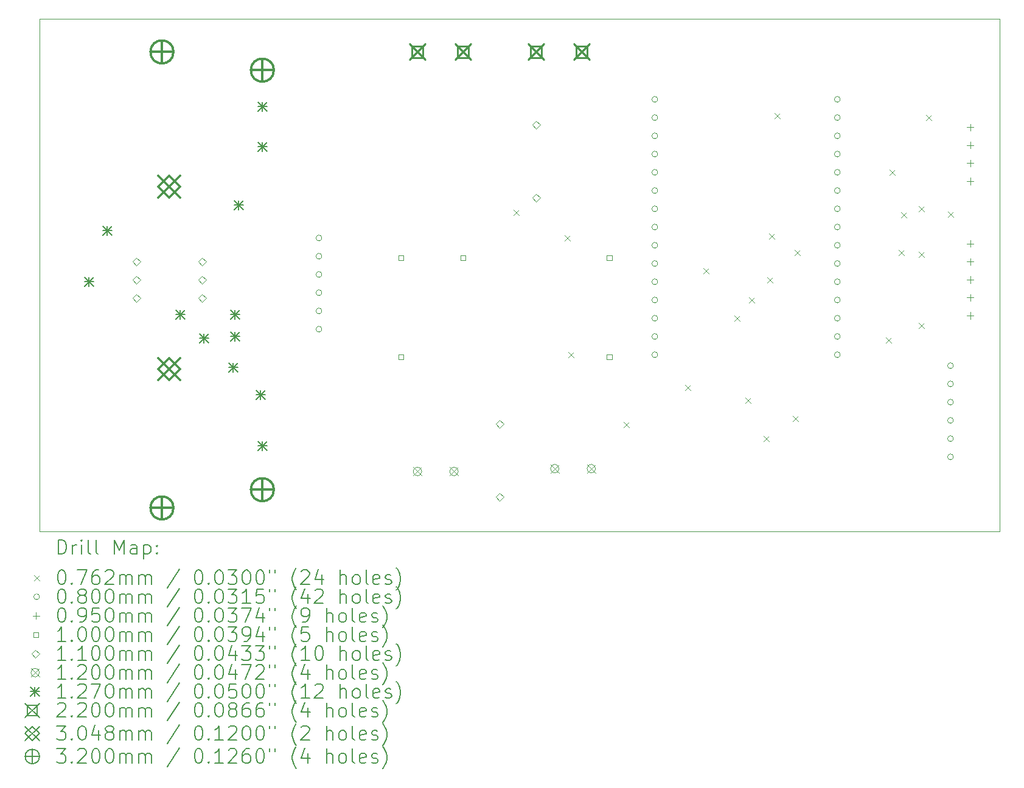
<source format=gbr>
%TF.GenerationSoftware,KiCad,Pcbnew,8.0.8+1*%
%TF.CreationDate,2025-02-28T11:29:15+11:00*%
%TF.ProjectId,mcharger_if,6d636861-7267-4657-925f-69662e6b6963,rev?*%
%TF.SameCoordinates,Original*%
%TF.FileFunction,Drillmap*%
%TF.FilePolarity,Positive*%
%FSLAX45Y45*%
G04 Gerber Fmt 4.5, Leading zero omitted, Abs format (unit mm)*
G04 Created by KiCad (PCBNEW 8.0.8+1) date 2025-02-28 11:29:15*
%MOMM*%
%LPD*%
G01*
G04 APERTURE LIST*
%ADD10C,0.050000*%
%ADD11C,0.200000*%
%ADD12C,0.100000*%
%ADD13C,0.110000*%
%ADD14C,0.120000*%
%ADD15C,0.127000*%
%ADD16C,0.220000*%
%ADD17C,0.304800*%
%ADD18C,0.320000*%
G04 APERTURE END LIST*
D10*
X3378200Y-5892800D02*
X16738600Y-5892800D01*
X16738600Y-13030200D01*
X3378200Y-13030200D01*
X3378200Y-5892800D01*
D11*
D12*
X9969500Y-8547100D02*
X10045700Y-8623300D01*
X10045700Y-8547100D02*
X9969500Y-8623300D01*
X10680700Y-8902700D02*
X10756900Y-8978900D01*
X10756900Y-8902700D02*
X10680700Y-8978900D01*
X10731500Y-10528300D02*
X10807700Y-10604500D01*
X10807700Y-10528300D02*
X10731500Y-10604500D01*
X11506200Y-11506200D02*
X11582400Y-11582400D01*
X11582400Y-11506200D02*
X11506200Y-11582400D01*
X12357100Y-10985500D02*
X12433300Y-11061700D01*
X12433300Y-10985500D02*
X12357100Y-11061700D01*
X12611100Y-9359900D02*
X12687300Y-9436100D01*
X12687300Y-9359900D02*
X12611100Y-9436100D01*
X13042900Y-10020300D02*
X13119100Y-10096500D01*
X13119100Y-10020300D02*
X13042900Y-10096500D01*
X13195300Y-11163300D02*
X13271500Y-11239500D01*
X13271500Y-11163300D02*
X13195300Y-11239500D01*
X13246100Y-9766300D02*
X13322300Y-9842500D01*
X13322300Y-9766300D02*
X13246100Y-9842500D01*
X13449300Y-11696700D02*
X13525500Y-11772900D01*
X13525500Y-11696700D02*
X13449300Y-11772900D01*
X13500100Y-9486900D02*
X13576300Y-9563100D01*
X13576300Y-9486900D02*
X13500100Y-9563100D01*
X13525500Y-8877300D02*
X13601700Y-8953500D01*
X13601700Y-8877300D02*
X13525500Y-8953500D01*
X13601700Y-7200900D02*
X13677900Y-7277100D01*
X13677900Y-7200900D02*
X13601700Y-7277100D01*
X13855700Y-11417300D02*
X13931900Y-11493500D01*
X13931900Y-11417300D02*
X13855700Y-11493500D01*
X13881100Y-9105900D02*
X13957300Y-9182100D01*
X13957300Y-9105900D02*
X13881100Y-9182100D01*
X15151100Y-10325100D02*
X15227300Y-10401300D01*
X15227300Y-10325100D02*
X15151100Y-10401300D01*
X15201900Y-7988300D02*
X15278100Y-8064500D01*
X15278100Y-7988300D02*
X15201900Y-8064500D01*
X15328900Y-9105900D02*
X15405100Y-9182100D01*
X15405100Y-9105900D02*
X15328900Y-9182100D01*
X15361600Y-8579800D02*
X15437800Y-8656000D01*
X15437800Y-8579800D02*
X15361600Y-8656000D01*
X15608300Y-8496300D02*
X15684500Y-8572500D01*
X15684500Y-8496300D02*
X15608300Y-8572500D01*
X15608300Y-9131300D02*
X15684500Y-9207500D01*
X15684500Y-9131300D02*
X15608300Y-9207500D01*
X15608300Y-10121900D02*
X15684500Y-10198100D01*
X15684500Y-10121900D02*
X15608300Y-10198100D01*
X15709900Y-7226300D02*
X15786100Y-7302500D01*
X15786100Y-7226300D02*
X15709900Y-7302500D01*
X16014700Y-8572500D02*
X16090900Y-8648700D01*
X16090900Y-8572500D02*
X16014700Y-8648700D01*
X7304400Y-8940800D02*
G75*
G02*
X7224400Y-8940800I-40000J0D01*
G01*
X7224400Y-8940800D02*
G75*
G02*
X7304400Y-8940800I40000J0D01*
G01*
X7304400Y-9194800D02*
G75*
G02*
X7224400Y-9194800I-40000J0D01*
G01*
X7224400Y-9194800D02*
G75*
G02*
X7304400Y-9194800I40000J0D01*
G01*
X7304400Y-9448800D02*
G75*
G02*
X7224400Y-9448800I-40000J0D01*
G01*
X7224400Y-9448800D02*
G75*
G02*
X7304400Y-9448800I40000J0D01*
G01*
X7304400Y-9702800D02*
G75*
G02*
X7224400Y-9702800I-40000J0D01*
G01*
X7224400Y-9702800D02*
G75*
G02*
X7304400Y-9702800I40000J0D01*
G01*
X7304400Y-9956800D02*
G75*
G02*
X7224400Y-9956800I-40000J0D01*
G01*
X7224400Y-9956800D02*
G75*
G02*
X7304400Y-9956800I40000J0D01*
G01*
X7304400Y-10210800D02*
G75*
G02*
X7224400Y-10210800I-40000J0D01*
G01*
X7224400Y-10210800D02*
G75*
G02*
X7304400Y-10210800I40000J0D01*
G01*
X11978000Y-7010400D02*
G75*
G02*
X11898000Y-7010400I-40000J0D01*
G01*
X11898000Y-7010400D02*
G75*
G02*
X11978000Y-7010400I40000J0D01*
G01*
X11978000Y-7264400D02*
G75*
G02*
X11898000Y-7264400I-40000J0D01*
G01*
X11898000Y-7264400D02*
G75*
G02*
X11978000Y-7264400I40000J0D01*
G01*
X11978000Y-7518400D02*
G75*
G02*
X11898000Y-7518400I-40000J0D01*
G01*
X11898000Y-7518400D02*
G75*
G02*
X11978000Y-7518400I40000J0D01*
G01*
X11978000Y-7772400D02*
G75*
G02*
X11898000Y-7772400I-40000J0D01*
G01*
X11898000Y-7772400D02*
G75*
G02*
X11978000Y-7772400I40000J0D01*
G01*
X11978000Y-8026400D02*
G75*
G02*
X11898000Y-8026400I-40000J0D01*
G01*
X11898000Y-8026400D02*
G75*
G02*
X11978000Y-8026400I40000J0D01*
G01*
X11978000Y-8280400D02*
G75*
G02*
X11898000Y-8280400I-40000J0D01*
G01*
X11898000Y-8280400D02*
G75*
G02*
X11978000Y-8280400I40000J0D01*
G01*
X11978000Y-8534400D02*
G75*
G02*
X11898000Y-8534400I-40000J0D01*
G01*
X11898000Y-8534400D02*
G75*
G02*
X11978000Y-8534400I40000J0D01*
G01*
X11978000Y-8788400D02*
G75*
G02*
X11898000Y-8788400I-40000J0D01*
G01*
X11898000Y-8788400D02*
G75*
G02*
X11978000Y-8788400I40000J0D01*
G01*
X11978000Y-9042400D02*
G75*
G02*
X11898000Y-9042400I-40000J0D01*
G01*
X11898000Y-9042400D02*
G75*
G02*
X11978000Y-9042400I40000J0D01*
G01*
X11978000Y-9296400D02*
G75*
G02*
X11898000Y-9296400I-40000J0D01*
G01*
X11898000Y-9296400D02*
G75*
G02*
X11978000Y-9296400I40000J0D01*
G01*
X11978000Y-9550400D02*
G75*
G02*
X11898000Y-9550400I-40000J0D01*
G01*
X11898000Y-9550400D02*
G75*
G02*
X11978000Y-9550400I40000J0D01*
G01*
X11978000Y-9804400D02*
G75*
G02*
X11898000Y-9804400I-40000J0D01*
G01*
X11898000Y-9804400D02*
G75*
G02*
X11978000Y-9804400I40000J0D01*
G01*
X11978000Y-10058400D02*
G75*
G02*
X11898000Y-10058400I-40000J0D01*
G01*
X11898000Y-10058400D02*
G75*
G02*
X11978000Y-10058400I40000J0D01*
G01*
X11978000Y-10312400D02*
G75*
G02*
X11898000Y-10312400I-40000J0D01*
G01*
X11898000Y-10312400D02*
G75*
G02*
X11978000Y-10312400I40000J0D01*
G01*
X11978000Y-10566400D02*
G75*
G02*
X11898000Y-10566400I-40000J0D01*
G01*
X11898000Y-10566400D02*
G75*
G02*
X11978000Y-10566400I40000J0D01*
G01*
X14518000Y-7010400D02*
G75*
G02*
X14438000Y-7010400I-40000J0D01*
G01*
X14438000Y-7010400D02*
G75*
G02*
X14518000Y-7010400I40000J0D01*
G01*
X14518000Y-7264400D02*
G75*
G02*
X14438000Y-7264400I-40000J0D01*
G01*
X14438000Y-7264400D02*
G75*
G02*
X14518000Y-7264400I40000J0D01*
G01*
X14518000Y-7518400D02*
G75*
G02*
X14438000Y-7518400I-40000J0D01*
G01*
X14438000Y-7518400D02*
G75*
G02*
X14518000Y-7518400I40000J0D01*
G01*
X14518000Y-7772400D02*
G75*
G02*
X14438000Y-7772400I-40000J0D01*
G01*
X14438000Y-7772400D02*
G75*
G02*
X14518000Y-7772400I40000J0D01*
G01*
X14518000Y-8026400D02*
G75*
G02*
X14438000Y-8026400I-40000J0D01*
G01*
X14438000Y-8026400D02*
G75*
G02*
X14518000Y-8026400I40000J0D01*
G01*
X14518000Y-8280400D02*
G75*
G02*
X14438000Y-8280400I-40000J0D01*
G01*
X14438000Y-8280400D02*
G75*
G02*
X14518000Y-8280400I40000J0D01*
G01*
X14518000Y-8534400D02*
G75*
G02*
X14438000Y-8534400I-40000J0D01*
G01*
X14438000Y-8534400D02*
G75*
G02*
X14518000Y-8534400I40000J0D01*
G01*
X14518000Y-8788400D02*
G75*
G02*
X14438000Y-8788400I-40000J0D01*
G01*
X14438000Y-8788400D02*
G75*
G02*
X14518000Y-8788400I40000J0D01*
G01*
X14518000Y-9042400D02*
G75*
G02*
X14438000Y-9042400I-40000J0D01*
G01*
X14438000Y-9042400D02*
G75*
G02*
X14518000Y-9042400I40000J0D01*
G01*
X14518000Y-9296400D02*
G75*
G02*
X14438000Y-9296400I-40000J0D01*
G01*
X14438000Y-9296400D02*
G75*
G02*
X14518000Y-9296400I40000J0D01*
G01*
X14518000Y-9550400D02*
G75*
G02*
X14438000Y-9550400I-40000J0D01*
G01*
X14438000Y-9550400D02*
G75*
G02*
X14518000Y-9550400I40000J0D01*
G01*
X14518000Y-9804400D02*
G75*
G02*
X14438000Y-9804400I-40000J0D01*
G01*
X14438000Y-9804400D02*
G75*
G02*
X14518000Y-9804400I40000J0D01*
G01*
X14518000Y-10058400D02*
G75*
G02*
X14438000Y-10058400I-40000J0D01*
G01*
X14438000Y-10058400D02*
G75*
G02*
X14518000Y-10058400I40000J0D01*
G01*
X14518000Y-10312400D02*
G75*
G02*
X14438000Y-10312400I-40000J0D01*
G01*
X14438000Y-10312400D02*
G75*
G02*
X14518000Y-10312400I40000J0D01*
G01*
X14518000Y-10566400D02*
G75*
G02*
X14438000Y-10566400I-40000J0D01*
G01*
X14438000Y-10566400D02*
G75*
G02*
X14518000Y-10566400I40000J0D01*
G01*
X16092800Y-10718800D02*
G75*
G02*
X16012800Y-10718800I-40000J0D01*
G01*
X16012800Y-10718800D02*
G75*
G02*
X16092800Y-10718800I40000J0D01*
G01*
X16092800Y-10972800D02*
G75*
G02*
X16012800Y-10972800I-40000J0D01*
G01*
X16012800Y-10972800D02*
G75*
G02*
X16092800Y-10972800I40000J0D01*
G01*
X16092800Y-11226800D02*
G75*
G02*
X16012800Y-11226800I-40000J0D01*
G01*
X16012800Y-11226800D02*
G75*
G02*
X16092800Y-11226800I40000J0D01*
G01*
X16092800Y-11480800D02*
G75*
G02*
X16012800Y-11480800I-40000J0D01*
G01*
X16012800Y-11480800D02*
G75*
G02*
X16092800Y-11480800I40000J0D01*
G01*
X16092800Y-11734800D02*
G75*
G02*
X16012800Y-11734800I-40000J0D01*
G01*
X16012800Y-11734800D02*
G75*
G02*
X16092800Y-11734800I40000J0D01*
G01*
X16092800Y-11988800D02*
G75*
G02*
X16012800Y-11988800I-40000J0D01*
G01*
X16012800Y-11988800D02*
G75*
G02*
X16092800Y-11988800I40000J0D01*
G01*
X16329000Y-7351500D02*
X16329000Y-7446500D01*
X16281500Y-7399000D02*
X16376500Y-7399000D01*
X16329000Y-7601500D02*
X16329000Y-7696500D01*
X16281500Y-7649000D02*
X16376500Y-7649000D01*
X16329000Y-7851500D02*
X16329000Y-7946500D01*
X16281500Y-7899000D02*
X16376500Y-7899000D01*
X16329000Y-8101500D02*
X16329000Y-8196500D01*
X16281500Y-8149000D02*
X16376500Y-8149000D01*
X16329000Y-8973500D02*
X16329000Y-9068500D01*
X16281500Y-9021000D02*
X16376500Y-9021000D01*
X16329000Y-9223500D02*
X16329000Y-9318500D01*
X16281500Y-9271000D02*
X16376500Y-9271000D01*
X16329000Y-9473500D02*
X16329000Y-9568500D01*
X16281500Y-9521000D02*
X16376500Y-9521000D01*
X16329000Y-9723500D02*
X16329000Y-9818500D01*
X16281500Y-9771000D02*
X16376500Y-9771000D01*
X16329000Y-9973500D02*
X16329000Y-10068500D01*
X16281500Y-10021000D02*
X16376500Y-10021000D01*
X8440556Y-9251356D02*
X8440556Y-9180644D01*
X8369844Y-9180644D01*
X8369844Y-9251356D01*
X8440556Y-9251356D01*
X8440556Y-10631356D02*
X8440556Y-10560644D01*
X8369844Y-10560644D01*
X8369844Y-10631356D01*
X8440556Y-10631356D01*
X9306356Y-9253016D02*
X9306356Y-9182304D01*
X9235644Y-9182304D01*
X9235644Y-9253016D01*
X9306356Y-9253016D01*
X11340556Y-9251356D02*
X11340556Y-9180644D01*
X11269844Y-9180644D01*
X11269844Y-9251356D01*
X11340556Y-9251356D01*
X11340556Y-10631356D02*
X11340556Y-10560644D01*
X11269844Y-10560644D01*
X11269844Y-10631356D01*
X11340556Y-10631356D01*
D13*
X4724400Y-9326000D02*
X4779400Y-9271000D01*
X4724400Y-9216000D01*
X4669400Y-9271000D01*
X4724400Y-9326000D01*
X4724400Y-9580000D02*
X4779400Y-9525000D01*
X4724400Y-9470000D01*
X4669400Y-9525000D01*
X4724400Y-9580000D01*
X4724400Y-9834000D02*
X4779400Y-9779000D01*
X4724400Y-9724000D01*
X4669400Y-9779000D01*
X4724400Y-9834000D01*
X5638800Y-9326000D02*
X5693800Y-9271000D01*
X5638800Y-9216000D01*
X5583800Y-9271000D01*
X5638800Y-9326000D01*
X5638800Y-9580000D02*
X5693800Y-9525000D01*
X5638800Y-9470000D01*
X5583800Y-9525000D01*
X5638800Y-9580000D01*
X5638800Y-9834000D02*
X5693800Y-9779000D01*
X5638800Y-9724000D01*
X5583800Y-9779000D01*
X5638800Y-9834000D01*
X9779000Y-11586600D02*
X9834000Y-11531600D01*
X9779000Y-11476600D01*
X9724000Y-11531600D01*
X9779000Y-11586600D01*
X9779000Y-12602600D02*
X9834000Y-12547600D01*
X9779000Y-12492600D01*
X9724000Y-12547600D01*
X9779000Y-12602600D01*
X10287000Y-7421000D02*
X10342000Y-7366000D01*
X10287000Y-7311000D01*
X10232000Y-7366000D01*
X10287000Y-7421000D01*
X10287000Y-8437000D02*
X10342000Y-8382000D01*
X10287000Y-8327000D01*
X10232000Y-8382000D01*
X10287000Y-8437000D01*
D14*
X8576000Y-12132000D02*
X8696000Y-12252000D01*
X8696000Y-12132000D02*
X8576000Y-12252000D01*
X8696000Y-12192000D02*
G75*
G02*
X8576000Y-12192000I-60000J0D01*
G01*
X8576000Y-12192000D02*
G75*
G02*
X8696000Y-12192000I60000J0D01*
G01*
X9084000Y-12132000D02*
X9204000Y-12252000D01*
X9204000Y-12132000D02*
X9084000Y-12252000D01*
X9204000Y-12192000D02*
G75*
G02*
X9084000Y-12192000I-60000J0D01*
G01*
X9084000Y-12192000D02*
G75*
G02*
X9204000Y-12192000I60000J0D01*
G01*
X10486500Y-12092750D02*
X10606500Y-12212750D01*
X10606500Y-12092750D02*
X10486500Y-12212750D01*
X10606500Y-12152750D02*
G75*
G02*
X10486500Y-12152750I-60000J0D01*
G01*
X10486500Y-12152750D02*
G75*
G02*
X10606500Y-12152750I60000J0D01*
G01*
X10994500Y-12092750D02*
X11114500Y-12212750D01*
X11114500Y-12092750D02*
X10994500Y-12212750D01*
X11114500Y-12152750D02*
G75*
G02*
X10994500Y-12152750I-60000J0D01*
G01*
X10994500Y-12152750D02*
G75*
G02*
X11114500Y-12152750I60000J0D01*
G01*
D15*
X4000500Y-9486900D02*
X4127500Y-9613900D01*
X4127500Y-9486900D02*
X4000500Y-9613900D01*
X4064000Y-9486900D02*
X4064000Y-9613900D01*
X4000500Y-9550400D02*
X4127500Y-9550400D01*
X4254500Y-8775700D02*
X4381500Y-8902700D01*
X4381500Y-8775700D02*
X4254500Y-8902700D01*
X4318000Y-8775700D02*
X4318000Y-8902700D01*
X4254500Y-8839200D02*
X4381500Y-8839200D01*
X5270500Y-9944100D02*
X5397500Y-10071100D01*
X5397500Y-9944100D02*
X5270500Y-10071100D01*
X5334000Y-9944100D02*
X5334000Y-10071100D01*
X5270500Y-10007600D02*
X5397500Y-10007600D01*
X5600700Y-10274300D02*
X5727700Y-10401300D01*
X5727700Y-10274300D02*
X5600700Y-10401300D01*
X5664200Y-10274300D02*
X5664200Y-10401300D01*
X5600700Y-10337800D02*
X5727700Y-10337800D01*
X6007100Y-10680700D02*
X6134100Y-10807700D01*
X6134100Y-10680700D02*
X6007100Y-10807700D01*
X6070600Y-10680700D02*
X6070600Y-10807700D01*
X6007100Y-10744200D02*
X6134100Y-10744200D01*
X6032500Y-9944100D02*
X6159500Y-10071100D01*
X6159500Y-9944100D02*
X6032500Y-10071100D01*
X6096000Y-9944100D02*
X6096000Y-10071100D01*
X6032500Y-10007600D02*
X6159500Y-10007600D01*
X6032500Y-10248900D02*
X6159500Y-10375900D01*
X6159500Y-10248900D02*
X6032500Y-10375900D01*
X6096000Y-10248900D02*
X6096000Y-10375900D01*
X6032500Y-10312400D02*
X6159500Y-10312400D01*
X6083300Y-8420100D02*
X6210300Y-8547100D01*
X6210300Y-8420100D02*
X6083300Y-8547100D01*
X6146800Y-8420100D02*
X6146800Y-8547100D01*
X6083300Y-8483600D02*
X6210300Y-8483600D01*
X6388100Y-11061700D02*
X6515100Y-11188700D01*
X6515100Y-11061700D02*
X6388100Y-11188700D01*
X6451600Y-11061700D02*
X6451600Y-11188700D01*
X6388100Y-11125200D02*
X6515100Y-11125200D01*
X6413500Y-7048500D02*
X6540500Y-7175500D01*
X6540500Y-7048500D02*
X6413500Y-7175500D01*
X6477000Y-7048500D02*
X6477000Y-7175500D01*
X6413500Y-7112000D02*
X6540500Y-7112000D01*
X6413500Y-7607300D02*
X6540500Y-7734300D01*
X6540500Y-7607300D02*
X6413500Y-7734300D01*
X6477000Y-7607300D02*
X6477000Y-7734300D01*
X6413500Y-7670800D02*
X6540500Y-7670800D01*
X6413500Y-11772900D02*
X6540500Y-11899900D01*
X6540500Y-11772900D02*
X6413500Y-11899900D01*
X6477000Y-11772900D02*
X6477000Y-11899900D01*
X6413500Y-11836400D02*
X6540500Y-11836400D01*
D16*
X8526000Y-6240000D02*
X8746000Y-6460000D01*
X8746000Y-6240000D02*
X8526000Y-6460000D01*
X8713783Y-6427782D02*
X8713783Y-6272217D01*
X8558218Y-6272217D01*
X8558218Y-6427782D01*
X8713783Y-6427782D01*
X9161000Y-6240000D02*
X9381000Y-6460000D01*
X9381000Y-6240000D02*
X9161000Y-6460000D01*
X9348783Y-6427782D02*
X9348783Y-6272217D01*
X9193218Y-6272217D01*
X9193218Y-6427782D01*
X9348783Y-6427782D01*
X10177000Y-6240000D02*
X10397000Y-6460000D01*
X10397000Y-6240000D02*
X10177000Y-6460000D01*
X10364783Y-6427782D02*
X10364783Y-6272217D01*
X10209218Y-6272217D01*
X10209218Y-6427782D01*
X10364783Y-6427782D01*
X10812000Y-6240000D02*
X11032000Y-6460000D01*
X11032000Y-6240000D02*
X10812000Y-6460000D01*
X10999783Y-6427782D02*
X10999783Y-6272217D01*
X10844218Y-6272217D01*
X10844218Y-6427782D01*
X10999783Y-6427782D01*
D17*
X5029200Y-8077200D02*
X5334000Y-8382000D01*
X5334000Y-8077200D02*
X5029200Y-8382000D01*
X5181600Y-8382000D02*
X5334000Y-8229600D01*
X5181600Y-8077200D01*
X5029200Y-8229600D01*
X5181600Y-8382000D01*
X5029200Y-10617200D02*
X5334000Y-10922000D01*
X5334000Y-10617200D02*
X5029200Y-10922000D01*
X5181600Y-10922000D02*
X5334000Y-10769600D01*
X5181600Y-10617200D01*
X5029200Y-10769600D01*
X5181600Y-10922000D01*
D18*
X5080000Y-6190000D02*
X5080000Y-6510000D01*
X4920000Y-6350000D02*
X5240000Y-6350000D01*
X5240000Y-6350000D02*
G75*
G02*
X4920000Y-6350000I-160000J0D01*
G01*
X4920000Y-6350000D02*
G75*
G02*
X5240000Y-6350000I160000J0D01*
G01*
X5080000Y-12540000D02*
X5080000Y-12860000D01*
X4920000Y-12700000D02*
X5240000Y-12700000D01*
X5240000Y-12700000D02*
G75*
G02*
X4920000Y-12700000I-160000J0D01*
G01*
X4920000Y-12700000D02*
G75*
G02*
X5240000Y-12700000I160000J0D01*
G01*
X6477000Y-6444000D02*
X6477000Y-6764000D01*
X6317000Y-6604000D02*
X6637000Y-6604000D01*
X6637000Y-6604000D02*
G75*
G02*
X6317000Y-6604000I-160000J0D01*
G01*
X6317000Y-6604000D02*
G75*
G02*
X6637000Y-6604000I160000J0D01*
G01*
X6477000Y-12286000D02*
X6477000Y-12606000D01*
X6317000Y-12446000D02*
X6637000Y-12446000D01*
X6637000Y-12446000D02*
G75*
G02*
X6317000Y-12446000I-160000J0D01*
G01*
X6317000Y-12446000D02*
G75*
G02*
X6637000Y-12446000I160000J0D01*
G01*
D11*
X3636477Y-13344184D02*
X3636477Y-13144184D01*
X3636477Y-13144184D02*
X3684096Y-13144184D01*
X3684096Y-13144184D02*
X3712667Y-13153708D01*
X3712667Y-13153708D02*
X3731715Y-13172755D01*
X3731715Y-13172755D02*
X3741239Y-13191803D01*
X3741239Y-13191803D02*
X3750762Y-13229898D01*
X3750762Y-13229898D02*
X3750762Y-13258469D01*
X3750762Y-13258469D02*
X3741239Y-13296565D01*
X3741239Y-13296565D02*
X3731715Y-13315612D01*
X3731715Y-13315612D02*
X3712667Y-13334660D01*
X3712667Y-13334660D02*
X3684096Y-13344184D01*
X3684096Y-13344184D02*
X3636477Y-13344184D01*
X3836477Y-13344184D02*
X3836477Y-13210850D01*
X3836477Y-13248946D02*
X3846001Y-13229898D01*
X3846001Y-13229898D02*
X3855524Y-13220374D01*
X3855524Y-13220374D02*
X3874572Y-13210850D01*
X3874572Y-13210850D02*
X3893620Y-13210850D01*
X3960286Y-13344184D02*
X3960286Y-13210850D01*
X3960286Y-13144184D02*
X3950762Y-13153708D01*
X3950762Y-13153708D02*
X3960286Y-13163231D01*
X3960286Y-13163231D02*
X3969810Y-13153708D01*
X3969810Y-13153708D02*
X3960286Y-13144184D01*
X3960286Y-13144184D02*
X3960286Y-13163231D01*
X4084096Y-13344184D02*
X4065048Y-13334660D01*
X4065048Y-13334660D02*
X4055524Y-13315612D01*
X4055524Y-13315612D02*
X4055524Y-13144184D01*
X4188858Y-13344184D02*
X4169810Y-13334660D01*
X4169810Y-13334660D02*
X4160286Y-13315612D01*
X4160286Y-13315612D02*
X4160286Y-13144184D01*
X4417429Y-13344184D02*
X4417429Y-13144184D01*
X4417429Y-13144184D02*
X4484096Y-13287041D01*
X4484096Y-13287041D02*
X4550763Y-13144184D01*
X4550763Y-13144184D02*
X4550763Y-13344184D01*
X4731715Y-13344184D02*
X4731715Y-13239422D01*
X4731715Y-13239422D02*
X4722191Y-13220374D01*
X4722191Y-13220374D02*
X4703144Y-13210850D01*
X4703144Y-13210850D02*
X4665048Y-13210850D01*
X4665048Y-13210850D02*
X4646001Y-13220374D01*
X4731715Y-13334660D02*
X4712667Y-13344184D01*
X4712667Y-13344184D02*
X4665048Y-13344184D01*
X4665048Y-13344184D02*
X4646001Y-13334660D01*
X4646001Y-13334660D02*
X4636477Y-13315612D01*
X4636477Y-13315612D02*
X4636477Y-13296565D01*
X4636477Y-13296565D02*
X4646001Y-13277517D01*
X4646001Y-13277517D02*
X4665048Y-13267993D01*
X4665048Y-13267993D02*
X4712667Y-13267993D01*
X4712667Y-13267993D02*
X4731715Y-13258469D01*
X4826953Y-13210850D02*
X4826953Y-13410850D01*
X4826953Y-13220374D02*
X4846001Y-13210850D01*
X4846001Y-13210850D02*
X4884096Y-13210850D01*
X4884096Y-13210850D02*
X4903144Y-13220374D01*
X4903144Y-13220374D02*
X4912667Y-13229898D01*
X4912667Y-13229898D02*
X4922191Y-13248946D01*
X4922191Y-13248946D02*
X4922191Y-13306088D01*
X4922191Y-13306088D02*
X4912667Y-13325136D01*
X4912667Y-13325136D02*
X4903144Y-13334660D01*
X4903144Y-13334660D02*
X4884096Y-13344184D01*
X4884096Y-13344184D02*
X4846001Y-13344184D01*
X4846001Y-13344184D02*
X4826953Y-13334660D01*
X5007905Y-13325136D02*
X5017429Y-13334660D01*
X5017429Y-13334660D02*
X5007905Y-13344184D01*
X5007905Y-13344184D02*
X4998382Y-13334660D01*
X4998382Y-13334660D02*
X5007905Y-13325136D01*
X5007905Y-13325136D02*
X5007905Y-13344184D01*
X5007905Y-13220374D02*
X5017429Y-13229898D01*
X5017429Y-13229898D02*
X5007905Y-13239422D01*
X5007905Y-13239422D02*
X4998382Y-13229898D01*
X4998382Y-13229898D02*
X5007905Y-13220374D01*
X5007905Y-13220374D02*
X5007905Y-13239422D01*
D12*
X3299500Y-13634600D02*
X3375700Y-13710800D01*
X3375700Y-13634600D02*
X3299500Y-13710800D01*
D11*
X3674572Y-13564184D02*
X3693620Y-13564184D01*
X3693620Y-13564184D02*
X3712667Y-13573708D01*
X3712667Y-13573708D02*
X3722191Y-13583231D01*
X3722191Y-13583231D02*
X3731715Y-13602279D01*
X3731715Y-13602279D02*
X3741239Y-13640374D01*
X3741239Y-13640374D02*
X3741239Y-13687993D01*
X3741239Y-13687993D02*
X3731715Y-13726088D01*
X3731715Y-13726088D02*
X3722191Y-13745136D01*
X3722191Y-13745136D02*
X3712667Y-13754660D01*
X3712667Y-13754660D02*
X3693620Y-13764184D01*
X3693620Y-13764184D02*
X3674572Y-13764184D01*
X3674572Y-13764184D02*
X3655524Y-13754660D01*
X3655524Y-13754660D02*
X3646001Y-13745136D01*
X3646001Y-13745136D02*
X3636477Y-13726088D01*
X3636477Y-13726088D02*
X3626953Y-13687993D01*
X3626953Y-13687993D02*
X3626953Y-13640374D01*
X3626953Y-13640374D02*
X3636477Y-13602279D01*
X3636477Y-13602279D02*
X3646001Y-13583231D01*
X3646001Y-13583231D02*
X3655524Y-13573708D01*
X3655524Y-13573708D02*
X3674572Y-13564184D01*
X3826953Y-13745136D02*
X3836477Y-13754660D01*
X3836477Y-13754660D02*
X3826953Y-13764184D01*
X3826953Y-13764184D02*
X3817429Y-13754660D01*
X3817429Y-13754660D02*
X3826953Y-13745136D01*
X3826953Y-13745136D02*
X3826953Y-13764184D01*
X3903143Y-13564184D02*
X4036477Y-13564184D01*
X4036477Y-13564184D02*
X3950762Y-13764184D01*
X4198382Y-13564184D02*
X4160286Y-13564184D01*
X4160286Y-13564184D02*
X4141239Y-13573708D01*
X4141239Y-13573708D02*
X4131715Y-13583231D01*
X4131715Y-13583231D02*
X4112667Y-13611803D01*
X4112667Y-13611803D02*
X4103143Y-13649898D01*
X4103143Y-13649898D02*
X4103143Y-13726088D01*
X4103143Y-13726088D02*
X4112667Y-13745136D01*
X4112667Y-13745136D02*
X4122191Y-13754660D01*
X4122191Y-13754660D02*
X4141239Y-13764184D01*
X4141239Y-13764184D02*
X4179334Y-13764184D01*
X4179334Y-13764184D02*
X4198382Y-13754660D01*
X4198382Y-13754660D02*
X4207905Y-13745136D01*
X4207905Y-13745136D02*
X4217429Y-13726088D01*
X4217429Y-13726088D02*
X4217429Y-13678469D01*
X4217429Y-13678469D02*
X4207905Y-13659422D01*
X4207905Y-13659422D02*
X4198382Y-13649898D01*
X4198382Y-13649898D02*
X4179334Y-13640374D01*
X4179334Y-13640374D02*
X4141239Y-13640374D01*
X4141239Y-13640374D02*
X4122191Y-13649898D01*
X4122191Y-13649898D02*
X4112667Y-13659422D01*
X4112667Y-13659422D02*
X4103143Y-13678469D01*
X4293620Y-13583231D02*
X4303144Y-13573708D01*
X4303144Y-13573708D02*
X4322191Y-13564184D01*
X4322191Y-13564184D02*
X4369810Y-13564184D01*
X4369810Y-13564184D02*
X4388858Y-13573708D01*
X4388858Y-13573708D02*
X4398382Y-13583231D01*
X4398382Y-13583231D02*
X4407905Y-13602279D01*
X4407905Y-13602279D02*
X4407905Y-13621327D01*
X4407905Y-13621327D02*
X4398382Y-13649898D01*
X4398382Y-13649898D02*
X4284096Y-13764184D01*
X4284096Y-13764184D02*
X4407905Y-13764184D01*
X4493620Y-13764184D02*
X4493620Y-13630850D01*
X4493620Y-13649898D02*
X4503144Y-13640374D01*
X4503144Y-13640374D02*
X4522191Y-13630850D01*
X4522191Y-13630850D02*
X4550763Y-13630850D01*
X4550763Y-13630850D02*
X4569810Y-13640374D01*
X4569810Y-13640374D02*
X4579334Y-13659422D01*
X4579334Y-13659422D02*
X4579334Y-13764184D01*
X4579334Y-13659422D02*
X4588858Y-13640374D01*
X4588858Y-13640374D02*
X4607905Y-13630850D01*
X4607905Y-13630850D02*
X4636477Y-13630850D01*
X4636477Y-13630850D02*
X4655525Y-13640374D01*
X4655525Y-13640374D02*
X4665048Y-13659422D01*
X4665048Y-13659422D02*
X4665048Y-13764184D01*
X4760286Y-13764184D02*
X4760286Y-13630850D01*
X4760286Y-13649898D02*
X4769810Y-13640374D01*
X4769810Y-13640374D02*
X4788858Y-13630850D01*
X4788858Y-13630850D02*
X4817429Y-13630850D01*
X4817429Y-13630850D02*
X4836477Y-13640374D01*
X4836477Y-13640374D02*
X4846001Y-13659422D01*
X4846001Y-13659422D02*
X4846001Y-13764184D01*
X4846001Y-13659422D02*
X4855525Y-13640374D01*
X4855525Y-13640374D02*
X4874572Y-13630850D01*
X4874572Y-13630850D02*
X4903144Y-13630850D01*
X4903144Y-13630850D02*
X4922191Y-13640374D01*
X4922191Y-13640374D02*
X4931715Y-13659422D01*
X4931715Y-13659422D02*
X4931715Y-13764184D01*
X5322191Y-13554660D02*
X5150763Y-13811803D01*
X5579334Y-13564184D02*
X5598382Y-13564184D01*
X5598382Y-13564184D02*
X5617429Y-13573708D01*
X5617429Y-13573708D02*
X5626953Y-13583231D01*
X5626953Y-13583231D02*
X5636477Y-13602279D01*
X5636477Y-13602279D02*
X5646001Y-13640374D01*
X5646001Y-13640374D02*
X5646001Y-13687993D01*
X5646001Y-13687993D02*
X5636477Y-13726088D01*
X5636477Y-13726088D02*
X5626953Y-13745136D01*
X5626953Y-13745136D02*
X5617429Y-13754660D01*
X5617429Y-13754660D02*
X5598382Y-13764184D01*
X5598382Y-13764184D02*
X5579334Y-13764184D01*
X5579334Y-13764184D02*
X5560287Y-13754660D01*
X5560287Y-13754660D02*
X5550763Y-13745136D01*
X5550763Y-13745136D02*
X5541239Y-13726088D01*
X5541239Y-13726088D02*
X5531715Y-13687993D01*
X5531715Y-13687993D02*
X5531715Y-13640374D01*
X5531715Y-13640374D02*
X5541239Y-13602279D01*
X5541239Y-13602279D02*
X5550763Y-13583231D01*
X5550763Y-13583231D02*
X5560287Y-13573708D01*
X5560287Y-13573708D02*
X5579334Y-13564184D01*
X5731715Y-13745136D02*
X5741239Y-13754660D01*
X5741239Y-13754660D02*
X5731715Y-13764184D01*
X5731715Y-13764184D02*
X5722191Y-13754660D01*
X5722191Y-13754660D02*
X5731715Y-13745136D01*
X5731715Y-13745136D02*
X5731715Y-13764184D01*
X5865048Y-13564184D02*
X5884096Y-13564184D01*
X5884096Y-13564184D02*
X5903144Y-13573708D01*
X5903144Y-13573708D02*
X5912667Y-13583231D01*
X5912667Y-13583231D02*
X5922191Y-13602279D01*
X5922191Y-13602279D02*
X5931715Y-13640374D01*
X5931715Y-13640374D02*
X5931715Y-13687993D01*
X5931715Y-13687993D02*
X5922191Y-13726088D01*
X5922191Y-13726088D02*
X5912667Y-13745136D01*
X5912667Y-13745136D02*
X5903144Y-13754660D01*
X5903144Y-13754660D02*
X5884096Y-13764184D01*
X5884096Y-13764184D02*
X5865048Y-13764184D01*
X5865048Y-13764184D02*
X5846001Y-13754660D01*
X5846001Y-13754660D02*
X5836477Y-13745136D01*
X5836477Y-13745136D02*
X5826953Y-13726088D01*
X5826953Y-13726088D02*
X5817429Y-13687993D01*
X5817429Y-13687993D02*
X5817429Y-13640374D01*
X5817429Y-13640374D02*
X5826953Y-13602279D01*
X5826953Y-13602279D02*
X5836477Y-13583231D01*
X5836477Y-13583231D02*
X5846001Y-13573708D01*
X5846001Y-13573708D02*
X5865048Y-13564184D01*
X5998382Y-13564184D02*
X6122191Y-13564184D01*
X6122191Y-13564184D02*
X6055525Y-13640374D01*
X6055525Y-13640374D02*
X6084096Y-13640374D01*
X6084096Y-13640374D02*
X6103144Y-13649898D01*
X6103144Y-13649898D02*
X6112667Y-13659422D01*
X6112667Y-13659422D02*
X6122191Y-13678469D01*
X6122191Y-13678469D02*
X6122191Y-13726088D01*
X6122191Y-13726088D02*
X6112667Y-13745136D01*
X6112667Y-13745136D02*
X6103144Y-13754660D01*
X6103144Y-13754660D02*
X6084096Y-13764184D01*
X6084096Y-13764184D02*
X6026953Y-13764184D01*
X6026953Y-13764184D02*
X6007906Y-13754660D01*
X6007906Y-13754660D02*
X5998382Y-13745136D01*
X6246001Y-13564184D02*
X6265048Y-13564184D01*
X6265048Y-13564184D02*
X6284096Y-13573708D01*
X6284096Y-13573708D02*
X6293620Y-13583231D01*
X6293620Y-13583231D02*
X6303144Y-13602279D01*
X6303144Y-13602279D02*
X6312667Y-13640374D01*
X6312667Y-13640374D02*
X6312667Y-13687993D01*
X6312667Y-13687993D02*
X6303144Y-13726088D01*
X6303144Y-13726088D02*
X6293620Y-13745136D01*
X6293620Y-13745136D02*
X6284096Y-13754660D01*
X6284096Y-13754660D02*
X6265048Y-13764184D01*
X6265048Y-13764184D02*
X6246001Y-13764184D01*
X6246001Y-13764184D02*
X6226953Y-13754660D01*
X6226953Y-13754660D02*
X6217429Y-13745136D01*
X6217429Y-13745136D02*
X6207906Y-13726088D01*
X6207906Y-13726088D02*
X6198382Y-13687993D01*
X6198382Y-13687993D02*
X6198382Y-13640374D01*
X6198382Y-13640374D02*
X6207906Y-13602279D01*
X6207906Y-13602279D02*
X6217429Y-13583231D01*
X6217429Y-13583231D02*
X6226953Y-13573708D01*
X6226953Y-13573708D02*
X6246001Y-13564184D01*
X6436477Y-13564184D02*
X6455525Y-13564184D01*
X6455525Y-13564184D02*
X6474572Y-13573708D01*
X6474572Y-13573708D02*
X6484096Y-13583231D01*
X6484096Y-13583231D02*
X6493620Y-13602279D01*
X6493620Y-13602279D02*
X6503144Y-13640374D01*
X6503144Y-13640374D02*
X6503144Y-13687993D01*
X6503144Y-13687993D02*
X6493620Y-13726088D01*
X6493620Y-13726088D02*
X6484096Y-13745136D01*
X6484096Y-13745136D02*
X6474572Y-13754660D01*
X6474572Y-13754660D02*
X6455525Y-13764184D01*
X6455525Y-13764184D02*
X6436477Y-13764184D01*
X6436477Y-13764184D02*
X6417429Y-13754660D01*
X6417429Y-13754660D02*
X6407906Y-13745136D01*
X6407906Y-13745136D02*
X6398382Y-13726088D01*
X6398382Y-13726088D02*
X6388858Y-13687993D01*
X6388858Y-13687993D02*
X6388858Y-13640374D01*
X6388858Y-13640374D02*
X6398382Y-13602279D01*
X6398382Y-13602279D02*
X6407906Y-13583231D01*
X6407906Y-13583231D02*
X6417429Y-13573708D01*
X6417429Y-13573708D02*
X6436477Y-13564184D01*
X6579334Y-13564184D02*
X6579334Y-13602279D01*
X6655525Y-13564184D02*
X6655525Y-13602279D01*
X6950763Y-13840374D02*
X6941239Y-13830850D01*
X6941239Y-13830850D02*
X6922191Y-13802279D01*
X6922191Y-13802279D02*
X6912668Y-13783231D01*
X6912668Y-13783231D02*
X6903144Y-13754660D01*
X6903144Y-13754660D02*
X6893620Y-13707041D01*
X6893620Y-13707041D02*
X6893620Y-13668946D01*
X6893620Y-13668946D02*
X6903144Y-13621327D01*
X6903144Y-13621327D02*
X6912668Y-13592755D01*
X6912668Y-13592755D02*
X6922191Y-13573708D01*
X6922191Y-13573708D02*
X6941239Y-13545136D01*
X6941239Y-13545136D02*
X6950763Y-13535612D01*
X7017429Y-13583231D02*
X7026953Y-13573708D01*
X7026953Y-13573708D02*
X7046001Y-13564184D01*
X7046001Y-13564184D02*
X7093620Y-13564184D01*
X7093620Y-13564184D02*
X7112668Y-13573708D01*
X7112668Y-13573708D02*
X7122191Y-13583231D01*
X7122191Y-13583231D02*
X7131715Y-13602279D01*
X7131715Y-13602279D02*
X7131715Y-13621327D01*
X7131715Y-13621327D02*
X7122191Y-13649898D01*
X7122191Y-13649898D02*
X7007906Y-13764184D01*
X7007906Y-13764184D02*
X7131715Y-13764184D01*
X7303144Y-13630850D02*
X7303144Y-13764184D01*
X7255525Y-13554660D02*
X7207906Y-13697517D01*
X7207906Y-13697517D02*
X7331715Y-13697517D01*
X7560287Y-13764184D02*
X7560287Y-13564184D01*
X7646001Y-13764184D02*
X7646001Y-13659422D01*
X7646001Y-13659422D02*
X7636477Y-13640374D01*
X7636477Y-13640374D02*
X7617430Y-13630850D01*
X7617430Y-13630850D02*
X7588858Y-13630850D01*
X7588858Y-13630850D02*
X7569810Y-13640374D01*
X7569810Y-13640374D02*
X7560287Y-13649898D01*
X7769810Y-13764184D02*
X7750763Y-13754660D01*
X7750763Y-13754660D02*
X7741239Y-13745136D01*
X7741239Y-13745136D02*
X7731715Y-13726088D01*
X7731715Y-13726088D02*
X7731715Y-13668946D01*
X7731715Y-13668946D02*
X7741239Y-13649898D01*
X7741239Y-13649898D02*
X7750763Y-13640374D01*
X7750763Y-13640374D02*
X7769810Y-13630850D01*
X7769810Y-13630850D02*
X7798382Y-13630850D01*
X7798382Y-13630850D02*
X7817430Y-13640374D01*
X7817430Y-13640374D02*
X7826953Y-13649898D01*
X7826953Y-13649898D02*
X7836477Y-13668946D01*
X7836477Y-13668946D02*
X7836477Y-13726088D01*
X7836477Y-13726088D02*
X7826953Y-13745136D01*
X7826953Y-13745136D02*
X7817430Y-13754660D01*
X7817430Y-13754660D02*
X7798382Y-13764184D01*
X7798382Y-13764184D02*
X7769810Y-13764184D01*
X7950763Y-13764184D02*
X7931715Y-13754660D01*
X7931715Y-13754660D02*
X7922191Y-13735612D01*
X7922191Y-13735612D02*
X7922191Y-13564184D01*
X8103144Y-13754660D02*
X8084096Y-13764184D01*
X8084096Y-13764184D02*
X8046001Y-13764184D01*
X8046001Y-13764184D02*
X8026953Y-13754660D01*
X8026953Y-13754660D02*
X8017430Y-13735612D01*
X8017430Y-13735612D02*
X8017430Y-13659422D01*
X8017430Y-13659422D02*
X8026953Y-13640374D01*
X8026953Y-13640374D02*
X8046001Y-13630850D01*
X8046001Y-13630850D02*
X8084096Y-13630850D01*
X8084096Y-13630850D02*
X8103144Y-13640374D01*
X8103144Y-13640374D02*
X8112668Y-13659422D01*
X8112668Y-13659422D02*
X8112668Y-13678469D01*
X8112668Y-13678469D02*
X8017430Y-13697517D01*
X8188858Y-13754660D02*
X8207906Y-13764184D01*
X8207906Y-13764184D02*
X8246001Y-13764184D01*
X8246001Y-13764184D02*
X8265049Y-13754660D01*
X8265049Y-13754660D02*
X8274572Y-13735612D01*
X8274572Y-13735612D02*
X8274572Y-13726088D01*
X8274572Y-13726088D02*
X8265049Y-13707041D01*
X8265049Y-13707041D02*
X8246001Y-13697517D01*
X8246001Y-13697517D02*
X8217430Y-13697517D01*
X8217430Y-13697517D02*
X8198382Y-13687993D01*
X8198382Y-13687993D02*
X8188858Y-13668946D01*
X8188858Y-13668946D02*
X8188858Y-13659422D01*
X8188858Y-13659422D02*
X8198382Y-13640374D01*
X8198382Y-13640374D02*
X8217430Y-13630850D01*
X8217430Y-13630850D02*
X8246001Y-13630850D01*
X8246001Y-13630850D02*
X8265049Y-13640374D01*
X8341239Y-13840374D02*
X8350763Y-13830850D01*
X8350763Y-13830850D02*
X8369811Y-13802279D01*
X8369811Y-13802279D02*
X8379334Y-13783231D01*
X8379334Y-13783231D02*
X8388858Y-13754660D01*
X8388858Y-13754660D02*
X8398382Y-13707041D01*
X8398382Y-13707041D02*
X8398382Y-13668946D01*
X8398382Y-13668946D02*
X8388858Y-13621327D01*
X8388858Y-13621327D02*
X8379334Y-13592755D01*
X8379334Y-13592755D02*
X8369811Y-13573708D01*
X8369811Y-13573708D02*
X8350763Y-13545136D01*
X8350763Y-13545136D02*
X8341239Y-13535612D01*
D12*
X3375700Y-13936700D02*
G75*
G02*
X3295700Y-13936700I-40000J0D01*
G01*
X3295700Y-13936700D02*
G75*
G02*
X3375700Y-13936700I40000J0D01*
G01*
D11*
X3674572Y-13828184D02*
X3693620Y-13828184D01*
X3693620Y-13828184D02*
X3712667Y-13837708D01*
X3712667Y-13837708D02*
X3722191Y-13847231D01*
X3722191Y-13847231D02*
X3731715Y-13866279D01*
X3731715Y-13866279D02*
X3741239Y-13904374D01*
X3741239Y-13904374D02*
X3741239Y-13951993D01*
X3741239Y-13951993D02*
X3731715Y-13990088D01*
X3731715Y-13990088D02*
X3722191Y-14009136D01*
X3722191Y-14009136D02*
X3712667Y-14018660D01*
X3712667Y-14018660D02*
X3693620Y-14028184D01*
X3693620Y-14028184D02*
X3674572Y-14028184D01*
X3674572Y-14028184D02*
X3655524Y-14018660D01*
X3655524Y-14018660D02*
X3646001Y-14009136D01*
X3646001Y-14009136D02*
X3636477Y-13990088D01*
X3636477Y-13990088D02*
X3626953Y-13951993D01*
X3626953Y-13951993D02*
X3626953Y-13904374D01*
X3626953Y-13904374D02*
X3636477Y-13866279D01*
X3636477Y-13866279D02*
X3646001Y-13847231D01*
X3646001Y-13847231D02*
X3655524Y-13837708D01*
X3655524Y-13837708D02*
X3674572Y-13828184D01*
X3826953Y-14009136D02*
X3836477Y-14018660D01*
X3836477Y-14018660D02*
X3826953Y-14028184D01*
X3826953Y-14028184D02*
X3817429Y-14018660D01*
X3817429Y-14018660D02*
X3826953Y-14009136D01*
X3826953Y-14009136D02*
X3826953Y-14028184D01*
X3950762Y-13913898D02*
X3931715Y-13904374D01*
X3931715Y-13904374D02*
X3922191Y-13894850D01*
X3922191Y-13894850D02*
X3912667Y-13875803D01*
X3912667Y-13875803D02*
X3912667Y-13866279D01*
X3912667Y-13866279D02*
X3922191Y-13847231D01*
X3922191Y-13847231D02*
X3931715Y-13837708D01*
X3931715Y-13837708D02*
X3950762Y-13828184D01*
X3950762Y-13828184D02*
X3988858Y-13828184D01*
X3988858Y-13828184D02*
X4007905Y-13837708D01*
X4007905Y-13837708D02*
X4017429Y-13847231D01*
X4017429Y-13847231D02*
X4026953Y-13866279D01*
X4026953Y-13866279D02*
X4026953Y-13875803D01*
X4026953Y-13875803D02*
X4017429Y-13894850D01*
X4017429Y-13894850D02*
X4007905Y-13904374D01*
X4007905Y-13904374D02*
X3988858Y-13913898D01*
X3988858Y-13913898D02*
X3950762Y-13913898D01*
X3950762Y-13913898D02*
X3931715Y-13923422D01*
X3931715Y-13923422D02*
X3922191Y-13932946D01*
X3922191Y-13932946D02*
X3912667Y-13951993D01*
X3912667Y-13951993D02*
X3912667Y-13990088D01*
X3912667Y-13990088D02*
X3922191Y-14009136D01*
X3922191Y-14009136D02*
X3931715Y-14018660D01*
X3931715Y-14018660D02*
X3950762Y-14028184D01*
X3950762Y-14028184D02*
X3988858Y-14028184D01*
X3988858Y-14028184D02*
X4007905Y-14018660D01*
X4007905Y-14018660D02*
X4017429Y-14009136D01*
X4017429Y-14009136D02*
X4026953Y-13990088D01*
X4026953Y-13990088D02*
X4026953Y-13951993D01*
X4026953Y-13951993D02*
X4017429Y-13932946D01*
X4017429Y-13932946D02*
X4007905Y-13923422D01*
X4007905Y-13923422D02*
X3988858Y-13913898D01*
X4150762Y-13828184D02*
X4169810Y-13828184D01*
X4169810Y-13828184D02*
X4188858Y-13837708D01*
X4188858Y-13837708D02*
X4198382Y-13847231D01*
X4198382Y-13847231D02*
X4207905Y-13866279D01*
X4207905Y-13866279D02*
X4217429Y-13904374D01*
X4217429Y-13904374D02*
X4217429Y-13951993D01*
X4217429Y-13951993D02*
X4207905Y-13990088D01*
X4207905Y-13990088D02*
X4198382Y-14009136D01*
X4198382Y-14009136D02*
X4188858Y-14018660D01*
X4188858Y-14018660D02*
X4169810Y-14028184D01*
X4169810Y-14028184D02*
X4150762Y-14028184D01*
X4150762Y-14028184D02*
X4131715Y-14018660D01*
X4131715Y-14018660D02*
X4122191Y-14009136D01*
X4122191Y-14009136D02*
X4112667Y-13990088D01*
X4112667Y-13990088D02*
X4103143Y-13951993D01*
X4103143Y-13951993D02*
X4103143Y-13904374D01*
X4103143Y-13904374D02*
X4112667Y-13866279D01*
X4112667Y-13866279D02*
X4122191Y-13847231D01*
X4122191Y-13847231D02*
X4131715Y-13837708D01*
X4131715Y-13837708D02*
X4150762Y-13828184D01*
X4341239Y-13828184D02*
X4360286Y-13828184D01*
X4360286Y-13828184D02*
X4379334Y-13837708D01*
X4379334Y-13837708D02*
X4388858Y-13847231D01*
X4388858Y-13847231D02*
X4398382Y-13866279D01*
X4398382Y-13866279D02*
X4407905Y-13904374D01*
X4407905Y-13904374D02*
X4407905Y-13951993D01*
X4407905Y-13951993D02*
X4398382Y-13990088D01*
X4398382Y-13990088D02*
X4388858Y-14009136D01*
X4388858Y-14009136D02*
X4379334Y-14018660D01*
X4379334Y-14018660D02*
X4360286Y-14028184D01*
X4360286Y-14028184D02*
X4341239Y-14028184D01*
X4341239Y-14028184D02*
X4322191Y-14018660D01*
X4322191Y-14018660D02*
X4312667Y-14009136D01*
X4312667Y-14009136D02*
X4303144Y-13990088D01*
X4303144Y-13990088D02*
X4293620Y-13951993D01*
X4293620Y-13951993D02*
X4293620Y-13904374D01*
X4293620Y-13904374D02*
X4303144Y-13866279D01*
X4303144Y-13866279D02*
X4312667Y-13847231D01*
X4312667Y-13847231D02*
X4322191Y-13837708D01*
X4322191Y-13837708D02*
X4341239Y-13828184D01*
X4493620Y-14028184D02*
X4493620Y-13894850D01*
X4493620Y-13913898D02*
X4503144Y-13904374D01*
X4503144Y-13904374D02*
X4522191Y-13894850D01*
X4522191Y-13894850D02*
X4550763Y-13894850D01*
X4550763Y-13894850D02*
X4569810Y-13904374D01*
X4569810Y-13904374D02*
X4579334Y-13923422D01*
X4579334Y-13923422D02*
X4579334Y-14028184D01*
X4579334Y-13923422D02*
X4588858Y-13904374D01*
X4588858Y-13904374D02*
X4607905Y-13894850D01*
X4607905Y-13894850D02*
X4636477Y-13894850D01*
X4636477Y-13894850D02*
X4655525Y-13904374D01*
X4655525Y-13904374D02*
X4665048Y-13923422D01*
X4665048Y-13923422D02*
X4665048Y-14028184D01*
X4760286Y-14028184D02*
X4760286Y-13894850D01*
X4760286Y-13913898D02*
X4769810Y-13904374D01*
X4769810Y-13904374D02*
X4788858Y-13894850D01*
X4788858Y-13894850D02*
X4817429Y-13894850D01*
X4817429Y-13894850D02*
X4836477Y-13904374D01*
X4836477Y-13904374D02*
X4846001Y-13923422D01*
X4846001Y-13923422D02*
X4846001Y-14028184D01*
X4846001Y-13923422D02*
X4855525Y-13904374D01*
X4855525Y-13904374D02*
X4874572Y-13894850D01*
X4874572Y-13894850D02*
X4903144Y-13894850D01*
X4903144Y-13894850D02*
X4922191Y-13904374D01*
X4922191Y-13904374D02*
X4931715Y-13923422D01*
X4931715Y-13923422D02*
X4931715Y-14028184D01*
X5322191Y-13818660D02*
X5150763Y-14075803D01*
X5579334Y-13828184D02*
X5598382Y-13828184D01*
X5598382Y-13828184D02*
X5617429Y-13837708D01*
X5617429Y-13837708D02*
X5626953Y-13847231D01*
X5626953Y-13847231D02*
X5636477Y-13866279D01*
X5636477Y-13866279D02*
X5646001Y-13904374D01*
X5646001Y-13904374D02*
X5646001Y-13951993D01*
X5646001Y-13951993D02*
X5636477Y-13990088D01*
X5636477Y-13990088D02*
X5626953Y-14009136D01*
X5626953Y-14009136D02*
X5617429Y-14018660D01*
X5617429Y-14018660D02*
X5598382Y-14028184D01*
X5598382Y-14028184D02*
X5579334Y-14028184D01*
X5579334Y-14028184D02*
X5560287Y-14018660D01*
X5560287Y-14018660D02*
X5550763Y-14009136D01*
X5550763Y-14009136D02*
X5541239Y-13990088D01*
X5541239Y-13990088D02*
X5531715Y-13951993D01*
X5531715Y-13951993D02*
X5531715Y-13904374D01*
X5531715Y-13904374D02*
X5541239Y-13866279D01*
X5541239Y-13866279D02*
X5550763Y-13847231D01*
X5550763Y-13847231D02*
X5560287Y-13837708D01*
X5560287Y-13837708D02*
X5579334Y-13828184D01*
X5731715Y-14009136D02*
X5741239Y-14018660D01*
X5741239Y-14018660D02*
X5731715Y-14028184D01*
X5731715Y-14028184D02*
X5722191Y-14018660D01*
X5722191Y-14018660D02*
X5731715Y-14009136D01*
X5731715Y-14009136D02*
X5731715Y-14028184D01*
X5865048Y-13828184D02*
X5884096Y-13828184D01*
X5884096Y-13828184D02*
X5903144Y-13837708D01*
X5903144Y-13837708D02*
X5912667Y-13847231D01*
X5912667Y-13847231D02*
X5922191Y-13866279D01*
X5922191Y-13866279D02*
X5931715Y-13904374D01*
X5931715Y-13904374D02*
X5931715Y-13951993D01*
X5931715Y-13951993D02*
X5922191Y-13990088D01*
X5922191Y-13990088D02*
X5912667Y-14009136D01*
X5912667Y-14009136D02*
X5903144Y-14018660D01*
X5903144Y-14018660D02*
X5884096Y-14028184D01*
X5884096Y-14028184D02*
X5865048Y-14028184D01*
X5865048Y-14028184D02*
X5846001Y-14018660D01*
X5846001Y-14018660D02*
X5836477Y-14009136D01*
X5836477Y-14009136D02*
X5826953Y-13990088D01*
X5826953Y-13990088D02*
X5817429Y-13951993D01*
X5817429Y-13951993D02*
X5817429Y-13904374D01*
X5817429Y-13904374D02*
X5826953Y-13866279D01*
X5826953Y-13866279D02*
X5836477Y-13847231D01*
X5836477Y-13847231D02*
X5846001Y-13837708D01*
X5846001Y-13837708D02*
X5865048Y-13828184D01*
X5998382Y-13828184D02*
X6122191Y-13828184D01*
X6122191Y-13828184D02*
X6055525Y-13904374D01*
X6055525Y-13904374D02*
X6084096Y-13904374D01*
X6084096Y-13904374D02*
X6103144Y-13913898D01*
X6103144Y-13913898D02*
X6112667Y-13923422D01*
X6112667Y-13923422D02*
X6122191Y-13942469D01*
X6122191Y-13942469D02*
X6122191Y-13990088D01*
X6122191Y-13990088D02*
X6112667Y-14009136D01*
X6112667Y-14009136D02*
X6103144Y-14018660D01*
X6103144Y-14018660D02*
X6084096Y-14028184D01*
X6084096Y-14028184D02*
X6026953Y-14028184D01*
X6026953Y-14028184D02*
X6007906Y-14018660D01*
X6007906Y-14018660D02*
X5998382Y-14009136D01*
X6312667Y-14028184D02*
X6198382Y-14028184D01*
X6255525Y-14028184D02*
X6255525Y-13828184D01*
X6255525Y-13828184D02*
X6236477Y-13856755D01*
X6236477Y-13856755D02*
X6217429Y-13875803D01*
X6217429Y-13875803D02*
X6198382Y-13885327D01*
X6493620Y-13828184D02*
X6398382Y-13828184D01*
X6398382Y-13828184D02*
X6388858Y-13923422D01*
X6388858Y-13923422D02*
X6398382Y-13913898D01*
X6398382Y-13913898D02*
X6417429Y-13904374D01*
X6417429Y-13904374D02*
X6465048Y-13904374D01*
X6465048Y-13904374D02*
X6484096Y-13913898D01*
X6484096Y-13913898D02*
X6493620Y-13923422D01*
X6493620Y-13923422D02*
X6503144Y-13942469D01*
X6503144Y-13942469D02*
X6503144Y-13990088D01*
X6503144Y-13990088D02*
X6493620Y-14009136D01*
X6493620Y-14009136D02*
X6484096Y-14018660D01*
X6484096Y-14018660D02*
X6465048Y-14028184D01*
X6465048Y-14028184D02*
X6417429Y-14028184D01*
X6417429Y-14028184D02*
X6398382Y-14018660D01*
X6398382Y-14018660D02*
X6388858Y-14009136D01*
X6579334Y-13828184D02*
X6579334Y-13866279D01*
X6655525Y-13828184D02*
X6655525Y-13866279D01*
X6950763Y-14104374D02*
X6941239Y-14094850D01*
X6941239Y-14094850D02*
X6922191Y-14066279D01*
X6922191Y-14066279D02*
X6912668Y-14047231D01*
X6912668Y-14047231D02*
X6903144Y-14018660D01*
X6903144Y-14018660D02*
X6893620Y-13971041D01*
X6893620Y-13971041D02*
X6893620Y-13932946D01*
X6893620Y-13932946D02*
X6903144Y-13885327D01*
X6903144Y-13885327D02*
X6912668Y-13856755D01*
X6912668Y-13856755D02*
X6922191Y-13837708D01*
X6922191Y-13837708D02*
X6941239Y-13809136D01*
X6941239Y-13809136D02*
X6950763Y-13799612D01*
X7112668Y-13894850D02*
X7112668Y-14028184D01*
X7065048Y-13818660D02*
X7017429Y-13961517D01*
X7017429Y-13961517D02*
X7141239Y-13961517D01*
X7207906Y-13847231D02*
X7217429Y-13837708D01*
X7217429Y-13837708D02*
X7236477Y-13828184D01*
X7236477Y-13828184D02*
X7284096Y-13828184D01*
X7284096Y-13828184D02*
X7303144Y-13837708D01*
X7303144Y-13837708D02*
X7312668Y-13847231D01*
X7312668Y-13847231D02*
X7322191Y-13866279D01*
X7322191Y-13866279D02*
X7322191Y-13885327D01*
X7322191Y-13885327D02*
X7312668Y-13913898D01*
X7312668Y-13913898D02*
X7198382Y-14028184D01*
X7198382Y-14028184D02*
X7322191Y-14028184D01*
X7560287Y-14028184D02*
X7560287Y-13828184D01*
X7646001Y-14028184D02*
X7646001Y-13923422D01*
X7646001Y-13923422D02*
X7636477Y-13904374D01*
X7636477Y-13904374D02*
X7617430Y-13894850D01*
X7617430Y-13894850D02*
X7588858Y-13894850D01*
X7588858Y-13894850D02*
X7569810Y-13904374D01*
X7569810Y-13904374D02*
X7560287Y-13913898D01*
X7769810Y-14028184D02*
X7750763Y-14018660D01*
X7750763Y-14018660D02*
X7741239Y-14009136D01*
X7741239Y-14009136D02*
X7731715Y-13990088D01*
X7731715Y-13990088D02*
X7731715Y-13932946D01*
X7731715Y-13932946D02*
X7741239Y-13913898D01*
X7741239Y-13913898D02*
X7750763Y-13904374D01*
X7750763Y-13904374D02*
X7769810Y-13894850D01*
X7769810Y-13894850D02*
X7798382Y-13894850D01*
X7798382Y-13894850D02*
X7817430Y-13904374D01*
X7817430Y-13904374D02*
X7826953Y-13913898D01*
X7826953Y-13913898D02*
X7836477Y-13932946D01*
X7836477Y-13932946D02*
X7836477Y-13990088D01*
X7836477Y-13990088D02*
X7826953Y-14009136D01*
X7826953Y-14009136D02*
X7817430Y-14018660D01*
X7817430Y-14018660D02*
X7798382Y-14028184D01*
X7798382Y-14028184D02*
X7769810Y-14028184D01*
X7950763Y-14028184D02*
X7931715Y-14018660D01*
X7931715Y-14018660D02*
X7922191Y-13999612D01*
X7922191Y-13999612D02*
X7922191Y-13828184D01*
X8103144Y-14018660D02*
X8084096Y-14028184D01*
X8084096Y-14028184D02*
X8046001Y-14028184D01*
X8046001Y-14028184D02*
X8026953Y-14018660D01*
X8026953Y-14018660D02*
X8017430Y-13999612D01*
X8017430Y-13999612D02*
X8017430Y-13923422D01*
X8017430Y-13923422D02*
X8026953Y-13904374D01*
X8026953Y-13904374D02*
X8046001Y-13894850D01*
X8046001Y-13894850D02*
X8084096Y-13894850D01*
X8084096Y-13894850D02*
X8103144Y-13904374D01*
X8103144Y-13904374D02*
X8112668Y-13923422D01*
X8112668Y-13923422D02*
X8112668Y-13942469D01*
X8112668Y-13942469D02*
X8017430Y-13961517D01*
X8188858Y-14018660D02*
X8207906Y-14028184D01*
X8207906Y-14028184D02*
X8246001Y-14028184D01*
X8246001Y-14028184D02*
X8265049Y-14018660D01*
X8265049Y-14018660D02*
X8274572Y-13999612D01*
X8274572Y-13999612D02*
X8274572Y-13990088D01*
X8274572Y-13990088D02*
X8265049Y-13971041D01*
X8265049Y-13971041D02*
X8246001Y-13961517D01*
X8246001Y-13961517D02*
X8217430Y-13961517D01*
X8217430Y-13961517D02*
X8198382Y-13951993D01*
X8198382Y-13951993D02*
X8188858Y-13932946D01*
X8188858Y-13932946D02*
X8188858Y-13923422D01*
X8188858Y-13923422D02*
X8198382Y-13904374D01*
X8198382Y-13904374D02*
X8217430Y-13894850D01*
X8217430Y-13894850D02*
X8246001Y-13894850D01*
X8246001Y-13894850D02*
X8265049Y-13904374D01*
X8341239Y-14104374D02*
X8350763Y-14094850D01*
X8350763Y-14094850D02*
X8369811Y-14066279D01*
X8369811Y-14066279D02*
X8379334Y-14047231D01*
X8379334Y-14047231D02*
X8388858Y-14018660D01*
X8388858Y-14018660D02*
X8398382Y-13971041D01*
X8398382Y-13971041D02*
X8398382Y-13932946D01*
X8398382Y-13932946D02*
X8388858Y-13885327D01*
X8388858Y-13885327D02*
X8379334Y-13856755D01*
X8379334Y-13856755D02*
X8369811Y-13837708D01*
X8369811Y-13837708D02*
X8350763Y-13809136D01*
X8350763Y-13809136D02*
X8341239Y-13799612D01*
D12*
X3328200Y-14153200D02*
X3328200Y-14248200D01*
X3280700Y-14200700D02*
X3375700Y-14200700D01*
D11*
X3674572Y-14092184D02*
X3693620Y-14092184D01*
X3693620Y-14092184D02*
X3712667Y-14101708D01*
X3712667Y-14101708D02*
X3722191Y-14111231D01*
X3722191Y-14111231D02*
X3731715Y-14130279D01*
X3731715Y-14130279D02*
X3741239Y-14168374D01*
X3741239Y-14168374D02*
X3741239Y-14215993D01*
X3741239Y-14215993D02*
X3731715Y-14254088D01*
X3731715Y-14254088D02*
X3722191Y-14273136D01*
X3722191Y-14273136D02*
X3712667Y-14282660D01*
X3712667Y-14282660D02*
X3693620Y-14292184D01*
X3693620Y-14292184D02*
X3674572Y-14292184D01*
X3674572Y-14292184D02*
X3655524Y-14282660D01*
X3655524Y-14282660D02*
X3646001Y-14273136D01*
X3646001Y-14273136D02*
X3636477Y-14254088D01*
X3636477Y-14254088D02*
X3626953Y-14215993D01*
X3626953Y-14215993D02*
X3626953Y-14168374D01*
X3626953Y-14168374D02*
X3636477Y-14130279D01*
X3636477Y-14130279D02*
X3646001Y-14111231D01*
X3646001Y-14111231D02*
X3655524Y-14101708D01*
X3655524Y-14101708D02*
X3674572Y-14092184D01*
X3826953Y-14273136D02*
X3836477Y-14282660D01*
X3836477Y-14282660D02*
X3826953Y-14292184D01*
X3826953Y-14292184D02*
X3817429Y-14282660D01*
X3817429Y-14282660D02*
X3826953Y-14273136D01*
X3826953Y-14273136D02*
X3826953Y-14292184D01*
X3931715Y-14292184D02*
X3969810Y-14292184D01*
X3969810Y-14292184D02*
X3988858Y-14282660D01*
X3988858Y-14282660D02*
X3998382Y-14273136D01*
X3998382Y-14273136D02*
X4017429Y-14244565D01*
X4017429Y-14244565D02*
X4026953Y-14206469D01*
X4026953Y-14206469D02*
X4026953Y-14130279D01*
X4026953Y-14130279D02*
X4017429Y-14111231D01*
X4017429Y-14111231D02*
X4007905Y-14101708D01*
X4007905Y-14101708D02*
X3988858Y-14092184D01*
X3988858Y-14092184D02*
X3950762Y-14092184D01*
X3950762Y-14092184D02*
X3931715Y-14101708D01*
X3931715Y-14101708D02*
X3922191Y-14111231D01*
X3922191Y-14111231D02*
X3912667Y-14130279D01*
X3912667Y-14130279D02*
X3912667Y-14177898D01*
X3912667Y-14177898D02*
X3922191Y-14196946D01*
X3922191Y-14196946D02*
X3931715Y-14206469D01*
X3931715Y-14206469D02*
X3950762Y-14215993D01*
X3950762Y-14215993D02*
X3988858Y-14215993D01*
X3988858Y-14215993D02*
X4007905Y-14206469D01*
X4007905Y-14206469D02*
X4017429Y-14196946D01*
X4017429Y-14196946D02*
X4026953Y-14177898D01*
X4207905Y-14092184D02*
X4112667Y-14092184D01*
X4112667Y-14092184D02*
X4103143Y-14187422D01*
X4103143Y-14187422D02*
X4112667Y-14177898D01*
X4112667Y-14177898D02*
X4131715Y-14168374D01*
X4131715Y-14168374D02*
X4179334Y-14168374D01*
X4179334Y-14168374D02*
X4198382Y-14177898D01*
X4198382Y-14177898D02*
X4207905Y-14187422D01*
X4207905Y-14187422D02*
X4217429Y-14206469D01*
X4217429Y-14206469D02*
X4217429Y-14254088D01*
X4217429Y-14254088D02*
X4207905Y-14273136D01*
X4207905Y-14273136D02*
X4198382Y-14282660D01*
X4198382Y-14282660D02*
X4179334Y-14292184D01*
X4179334Y-14292184D02*
X4131715Y-14292184D01*
X4131715Y-14292184D02*
X4112667Y-14282660D01*
X4112667Y-14282660D02*
X4103143Y-14273136D01*
X4341239Y-14092184D02*
X4360286Y-14092184D01*
X4360286Y-14092184D02*
X4379334Y-14101708D01*
X4379334Y-14101708D02*
X4388858Y-14111231D01*
X4388858Y-14111231D02*
X4398382Y-14130279D01*
X4398382Y-14130279D02*
X4407905Y-14168374D01*
X4407905Y-14168374D02*
X4407905Y-14215993D01*
X4407905Y-14215993D02*
X4398382Y-14254088D01*
X4398382Y-14254088D02*
X4388858Y-14273136D01*
X4388858Y-14273136D02*
X4379334Y-14282660D01*
X4379334Y-14282660D02*
X4360286Y-14292184D01*
X4360286Y-14292184D02*
X4341239Y-14292184D01*
X4341239Y-14292184D02*
X4322191Y-14282660D01*
X4322191Y-14282660D02*
X4312667Y-14273136D01*
X4312667Y-14273136D02*
X4303144Y-14254088D01*
X4303144Y-14254088D02*
X4293620Y-14215993D01*
X4293620Y-14215993D02*
X4293620Y-14168374D01*
X4293620Y-14168374D02*
X4303144Y-14130279D01*
X4303144Y-14130279D02*
X4312667Y-14111231D01*
X4312667Y-14111231D02*
X4322191Y-14101708D01*
X4322191Y-14101708D02*
X4341239Y-14092184D01*
X4493620Y-14292184D02*
X4493620Y-14158850D01*
X4493620Y-14177898D02*
X4503144Y-14168374D01*
X4503144Y-14168374D02*
X4522191Y-14158850D01*
X4522191Y-14158850D02*
X4550763Y-14158850D01*
X4550763Y-14158850D02*
X4569810Y-14168374D01*
X4569810Y-14168374D02*
X4579334Y-14187422D01*
X4579334Y-14187422D02*
X4579334Y-14292184D01*
X4579334Y-14187422D02*
X4588858Y-14168374D01*
X4588858Y-14168374D02*
X4607905Y-14158850D01*
X4607905Y-14158850D02*
X4636477Y-14158850D01*
X4636477Y-14158850D02*
X4655525Y-14168374D01*
X4655525Y-14168374D02*
X4665048Y-14187422D01*
X4665048Y-14187422D02*
X4665048Y-14292184D01*
X4760286Y-14292184D02*
X4760286Y-14158850D01*
X4760286Y-14177898D02*
X4769810Y-14168374D01*
X4769810Y-14168374D02*
X4788858Y-14158850D01*
X4788858Y-14158850D02*
X4817429Y-14158850D01*
X4817429Y-14158850D02*
X4836477Y-14168374D01*
X4836477Y-14168374D02*
X4846001Y-14187422D01*
X4846001Y-14187422D02*
X4846001Y-14292184D01*
X4846001Y-14187422D02*
X4855525Y-14168374D01*
X4855525Y-14168374D02*
X4874572Y-14158850D01*
X4874572Y-14158850D02*
X4903144Y-14158850D01*
X4903144Y-14158850D02*
X4922191Y-14168374D01*
X4922191Y-14168374D02*
X4931715Y-14187422D01*
X4931715Y-14187422D02*
X4931715Y-14292184D01*
X5322191Y-14082660D02*
X5150763Y-14339803D01*
X5579334Y-14092184D02*
X5598382Y-14092184D01*
X5598382Y-14092184D02*
X5617429Y-14101708D01*
X5617429Y-14101708D02*
X5626953Y-14111231D01*
X5626953Y-14111231D02*
X5636477Y-14130279D01*
X5636477Y-14130279D02*
X5646001Y-14168374D01*
X5646001Y-14168374D02*
X5646001Y-14215993D01*
X5646001Y-14215993D02*
X5636477Y-14254088D01*
X5636477Y-14254088D02*
X5626953Y-14273136D01*
X5626953Y-14273136D02*
X5617429Y-14282660D01*
X5617429Y-14282660D02*
X5598382Y-14292184D01*
X5598382Y-14292184D02*
X5579334Y-14292184D01*
X5579334Y-14292184D02*
X5560287Y-14282660D01*
X5560287Y-14282660D02*
X5550763Y-14273136D01*
X5550763Y-14273136D02*
X5541239Y-14254088D01*
X5541239Y-14254088D02*
X5531715Y-14215993D01*
X5531715Y-14215993D02*
X5531715Y-14168374D01*
X5531715Y-14168374D02*
X5541239Y-14130279D01*
X5541239Y-14130279D02*
X5550763Y-14111231D01*
X5550763Y-14111231D02*
X5560287Y-14101708D01*
X5560287Y-14101708D02*
X5579334Y-14092184D01*
X5731715Y-14273136D02*
X5741239Y-14282660D01*
X5741239Y-14282660D02*
X5731715Y-14292184D01*
X5731715Y-14292184D02*
X5722191Y-14282660D01*
X5722191Y-14282660D02*
X5731715Y-14273136D01*
X5731715Y-14273136D02*
X5731715Y-14292184D01*
X5865048Y-14092184D02*
X5884096Y-14092184D01*
X5884096Y-14092184D02*
X5903144Y-14101708D01*
X5903144Y-14101708D02*
X5912667Y-14111231D01*
X5912667Y-14111231D02*
X5922191Y-14130279D01*
X5922191Y-14130279D02*
X5931715Y-14168374D01*
X5931715Y-14168374D02*
X5931715Y-14215993D01*
X5931715Y-14215993D02*
X5922191Y-14254088D01*
X5922191Y-14254088D02*
X5912667Y-14273136D01*
X5912667Y-14273136D02*
X5903144Y-14282660D01*
X5903144Y-14282660D02*
X5884096Y-14292184D01*
X5884096Y-14292184D02*
X5865048Y-14292184D01*
X5865048Y-14292184D02*
X5846001Y-14282660D01*
X5846001Y-14282660D02*
X5836477Y-14273136D01*
X5836477Y-14273136D02*
X5826953Y-14254088D01*
X5826953Y-14254088D02*
X5817429Y-14215993D01*
X5817429Y-14215993D02*
X5817429Y-14168374D01*
X5817429Y-14168374D02*
X5826953Y-14130279D01*
X5826953Y-14130279D02*
X5836477Y-14111231D01*
X5836477Y-14111231D02*
X5846001Y-14101708D01*
X5846001Y-14101708D02*
X5865048Y-14092184D01*
X5998382Y-14092184D02*
X6122191Y-14092184D01*
X6122191Y-14092184D02*
X6055525Y-14168374D01*
X6055525Y-14168374D02*
X6084096Y-14168374D01*
X6084096Y-14168374D02*
X6103144Y-14177898D01*
X6103144Y-14177898D02*
X6112667Y-14187422D01*
X6112667Y-14187422D02*
X6122191Y-14206469D01*
X6122191Y-14206469D02*
X6122191Y-14254088D01*
X6122191Y-14254088D02*
X6112667Y-14273136D01*
X6112667Y-14273136D02*
X6103144Y-14282660D01*
X6103144Y-14282660D02*
X6084096Y-14292184D01*
X6084096Y-14292184D02*
X6026953Y-14292184D01*
X6026953Y-14292184D02*
X6007906Y-14282660D01*
X6007906Y-14282660D02*
X5998382Y-14273136D01*
X6188858Y-14092184D02*
X6322191Y-14092184D01*
X6322191Y-14092184D02*
X6236477Y-14292184D01*
X6484096Y-14158850D02*
X6484096Y-14292184D01*
X6436477Y-14082660D02*
X6388858Y-14225517D01*
X6388858Y-14225517D02*
X6512667Y-14225517D01*
X6579334Y-14092184D02*
X6579334Y-14130279D01*
X6655525Y-14092184D02*
X6655525Y-14130279D01*
X6950763Y-14368374D02*
X6941239Y-14358850D01*
X6941239Y-14358850D02*
X6922191Y-14330279D01*
X6922191Y-14330279D02*
X6912668Y-14311231D01*
X6912668Y-14311231D02*
X6903144Y-14282660D01*
X6903144Y-14282660D02*
X6893620Y-14235041D01*
X6893620Y-14235041D02*
X6893620Y-14196946D01*
X6893620Y-14196946D02*
X6903144Y-14149327D01*
X6903144Y-14149327D02*
X6912668Y-14120755D01*
X6912668Y-14120755D02*
X6922191Y-14101708D01*
X6922191Y-14101708D02*
X6941239Y-14073136D01*
X6941239Y-14073136D02*
X6950763Y-14063612D01*
X7036477Y-14292184D02*
X7074572Y-14292184D01*
X7074572Y-14292184D02*
X7093620Y-14282660D01*
X7093620Y-14282660D02*
X7103144Y-14273136D01*
X7103144Y-14273136D02*
X7122191Y-14244565D01*
X7122191Y-14244565D02*
X7131715Y-14206469D01*
X7131715Y-14206469D02*
X7131715Y-14130279D01*
X7131715Y-14130279D02*
X7122191Y-14111231D01*
X7122191Y-14111231D02*
X7112668Y-14101708D01*
X7112668Y-14101708D02*
X7093620Y-14092184D01*
X7093620Y-14092184D02*
X7055525Y-14092184D01*
X7055525Y-14092184D02*
X7036477Y-14101708D01*
X7036477Y-14101708D02*
X7026953Y-14111231D01*
X7026953Y-14111231D02*
X7017429Y-14130279D01*
X7017429Y-14130279D02*
X7017429Y-14177898D01*
X7017429Y-14177898D02*
X7026953Y-14196946D01*
X7026953Y-14196946D02*
X7036477Y-14206469D01*
X7036477Y-14206469D02*
X7055525Y-14215993D01*
X7055525Y-14215993D02*
X7093620Y-14215993D01*
X7093620Y-14215993D02*
X7112668Y-14206469D01*
X7112668Y-14206469D02*
X7122191Y-14196946D01*
X7122191Y-14196946D02*
X7131715Y-14177898D01*
X7369810Y-14292184D02*
X7369810Y-14092184D01*
X7455525Y-14292184D02*
X7455525Y-14187422D01*
X7455525Y-14187422D02*
X7446001Y-14168374D01*
X7446001Y-14168374D02*
X7426953Y-14158850D01*
X7426953Y-14158850D02*
X7398382Y-14158850D01*
X7398382Y-14158850D02*
X7379334Y-14168374D01*
X7379334Y-14168374D02*
X7369810Y-14177898D01*
X7579334Y-14292184D02*
X7560287Y-14282660D01*
X7560287Y-14282660D02*
X7550763Y-14273136D01*
X7550763Y-14273136D02*
X7541239Y-14254088D01*
X7541239Y-14254088D02*
X7541239Y-14196946D01*
X7541239Y-14196946D02*
X7550763Y-14177898D01*
X7550763Y-14177898D02*
X7560287Y-14168374D01*
X7560287Y-14168374D02*
X7579334Y-14158850D01*
X7579334Y-14158850D02*
X7607906Y-14158850D01*
X7607906Y-14158850D02*
X7626953Y-14168374D01*
X7626953Y-14168374D02*
X7636477Y-14177898D01*
X7636477Y-14177898D02*
X7646001Y-14196946D01*
X7646001Y-14196946D02*
X7646001Y-14254088D01*
X7646001Y-14254088D02*
X7636477Y-14273136D01*
X7636477Y-14273136D02*
X7626953Y-14282660D01*
X7626953Y-14282660D02*
X7607906Y-14292184D01*
X7607906Y-14292184D02*
X7579334Y-14292184D01*
X7760287Y-14292184D02*
X7741239Y-14282660D01*
X7741239Y-14282660D02*
X7731715Y-14263612D01*
X7731715Y-14263612D02*
X7731715Y-14092184D01*
X7912668Y-14282660D02*
X7893620Y-14292184D01*
X7893620Y-14292184D02*
X7855525Y-14292184D01*
X7855525Y-14292184D02*
X7836477Y-14282660D01*
X7836477Y-14282660D02*
X7826953Y-14263612D01*
X7826953Y-14263612D02*
X7826953Y-14187422D01*
X7826953Y-14187422D02*
X7836477Y-14168374D01*
X7836477Y-14168374D02*
X7855525Y-14158850D01*
X7855525Y-14158850D02*
X7893620Y-14158850D01*
X7893620Y-14158850D02*
X7912668Y-14168374D01*
X7912668Y-14168374D02*
X7922191Y-14187422D01*
X7922191Y-14187422D02*
X7922191Y-14206469D01*
X7922191Y-14206469D02*
X7826953Y-14225517D01*
X7998382Y-14282660D02*
X8017430Y-14292184D01*
X8017430Y-14292184D02*
X8055525Y-14292184D01*
X8055525Y-14292184D02*
X8074572Y-14282660D01*
X8074572Y-14282660D02*
X8084096Y-14263612D01*
X8084096Y-14263612D02*
X8084096Y-14254088D01*
X8084096Y-14254088D02*
X8074572Y-14235041D01*
X8074572Y-14235041D02*
X8055525Y-14225517D01*
X8055525Y-14225517D02*
X8026953Y-14225517D01*
X8026953Y-14225517D02*
X8007906Y-14215993D01*
X8007906Y-14215993D02*
X7998382Y-14196946D01*
X7998382Y-14196946D02*
X7998382Y-14187422D01*
X7998382Y-14187422D02*
X8007906Y-14168374D01*
X8007906Y-14168374D02*
X8026953Y-14158850D01*
X8026953Y-14158850D02*
X8055525Y-14158850D01*
X8055525Y-14158850D02*
X8074572Y-14168374D01*
X8150763Y-14368374D02*
X8160287Y-14358850D01*
X8160287Y-14358850D02*
X8179334Y-14330279D01*
X8179334Y-14330279D02*
X8188858Y-14311231D01*
X8188858Y-14311231D02*
X8198382Y-14282660D01*
X8198382Y-14282660D02*
X8207906Y-14235041D01*
X8207906Y-14235041D02*
X8207906Y-14196946D01*
X8207906Y-14196946D02*
X8198382Y-14149327D01*
X8198382Y-14149327D02*
X8188858Y-14120755D01*
X8188858Y-14120755D02*
X8179334Y-14101708D01*
X8179334Y-14101708D02*
X8160287Y-14073136D01*
X8160287Y-14073136D02*
X8150763Y-14063612D01*
D12*
X3361056Y-14500056D02*
X3361056Y-14429344D01*
X3290344Y-14429344D01*
X3290344Y-14500056D01*
X3361056Y-14500056D01*
D11*
X3741239Y-14556184D02*
X3626953Y-14556184D01*
X3684096Y-14556184D02*
X3684096Y-14356184D01*
X3684096Y-14356184D02*
X3665048Y-14384755D01*
X3665048Y-14384755D02*
X3646001Y-14403803D01*
X3646001Y-14403803D02*
X3626953Y-14413327D01*
X3826953Y-14537136D02*
X3836477Y-14546660D01*
X3836477Y-14546660D02*
X3826953Y-14556184D01*
X3826953Y-14556184D02*
X3817429Y-14546660D01*
X3817429Y-14546660D02*
X3826953Y-14537136D01*
X3826953Y-14537136D02*
X3826953Y-14556184D01*
X3960286Y-14356184D02*
X3979334Y-14356184D01*
X3979334Y-14356184D02*
X3998382Y-14365708D01*
X3998382Y-14365708D02*
X4007905Y-14375231D01*
X4007905Y-14375231D02*
X4017429Y-14394279D01*
X4017429Y-14394279D02*
X4026953Y-14432374D01*
X4026953Y-14432374D02*
X4026953Y-14479993D01*
X4026953Y-14479993D02*
X4017429Y-14518088D01*
X4017429Y-14518088D02*
X4007905Y-14537136D01*
X4007905Y-14537136D02*
X3998382Y-14546660D01*
X3998382Y-14546660D02*
X3979334Y-14556184D01*
X3979334Y-14556184D02*
X3960286Y-14556184D01*
X3960286Y-14556184D02*
X3941239Y-14546660D01*
X3941239Y-14546660D02*
X3931715Y-14537136D01*
X3931715Y-14537136D02*
X3922191Y-14518088D01*
X3922191Y-14518088D02*
X3912667Y-14479993D01*
X3912667Y-14479993D02*
X3912667Y-14432374D01*
X3912667Y-14432374D02*
X3922191Y-14394279D01*
X3922191Y-14394279D02*
X3931715Y-14375231D01*
X3931715Y-14375231D02*
X3941239Y-14365708D01*
X3941239Y-14365708D02*
X3960286Y-14356184D01*
X4150762Y-14356184D02*
X4169810Y-14356184D01*
X4169810Y-14356184D02*
X4188858Y-14365708D01*
X4188858Y-14365708D02*
X4198382Y-14375231D01*
X4198382Y-14375231D02*
X4207905Y-14394279D01*
X4207905Y-14394279D02*
X4217429Y-14432374D01*
X4217429Y-14432374D02*
X4217429Y-14479993D01*
X4217429Y-14479993D02*
X4207905Y-14518088D01*
X4207905Y-14518088D02*
X4198382Y-14537136D01*
X4198382Y-14537136D02*
X4188858Y-14546660D01*
X4188858Y-14546660D02*
X4169810Y-14556184D01*
X4169810Y-14556184D02*
X4150762Y-14556184D01*
X4150762Y-14556184D02*
X4131715Y-14546660D01*
X4131715Y-14546660D02*
X4122191Y-14537136D01*
X4122191Y-14537136D02*
X4112667Y-14518088D01*
X4112667Y-14518088D02*
X4103143Y-14479993D01*
X4103143Y-14479993D02*
X4103143Y-14432374D01*
X4103143Y-14432374D02*
X4112667Y-14394279D01*
X4112667Y-14394279D02*
X4122191Y-14375231D01*
X4122191Y-14375231D02*
X4131715Y-14365708D01*
X4131715Y-14365708D02*
X4150762Y-14356184D01*
X4341239Y-14356184D02*
X4360286Y-14356184D01*
X4360286Y-14356184D02*
X4379334Y-14365708D01*
X4379334Y-14365708D02*
X4388858Y-14375231D01*
X4388858Y-14375231D02*
X4398382Y-14394279D01*
X4398382Y-14394279D02*
X4407905Y-14432374D01*
X4407905Y-14432374D02*
X4407905Y-14479993D01*
X4407905Y-14479993D02*
X4398382Y-14518088D01*
X4398382Y-14518088D02*
X4388858Y-14537136D01*
X4388858Y-14537136D02*
X4379334Y-14546660D01*
X4379334Y-14546660D02*
X4360286Y-14556184D01*
X4360286Y-14556184D02*
X4341239Y-14556184D01*
X4341239Y-14556184D02*
X4322191Y-14546660D01*
X4322191Y-14546660D02*
X4312667Y-14537136D01*
X4312667Y-14537136D02*
X4303144Y-14518088D01*
X4303144Y-14518088D02*
X4293620Y-14479993D01*
X4293620Y-14479993D02*
X4293620Y-14432374D01*
X4293620Y-14432374D02*
X4303144Y-14394279D01*
X4303144Y-14394279D02*
X4312667Y-14375231D01*
X4312667Y-14375231D02*
X4322191Y-14365708D01*
X4322191Y-14365708D02*
X4341239Y-14356184D01*
X4493620Y-14556184D02*
X4493620Y-14422850D01*
X4493620Y-14441898D02*
X4503144Y-14432374D01*
X4503144Y-14432374D02*
X4522191Y-14422850D01*
X4522191Y-14422850D02*
X4550763Y-14422850D01*
X4550763Y-14422850D02*
X4569810Y-14432374D01*
X4569810Y-14432374D02*
X4579334Y-14451422D01*
X4579334Y-14451422D02*
X4579334Y-14556184D01*
X4579334Y-14451422D02*
X4588858Y-14432374D01*
X4588858Y-14432374D02*
X4607905Y-14422850D01*
X4607905Y-14422850D02*
X4636477Y-14422850D01*
X4636477Y-14422850D02*
X4655525Y-14432374D01*
X4655525Y-14432374D02*
X4665048Y-14451422D01*
X4665048Y-14451422D02*
X4665048Y-14556184D01*
X4760286Y-14556184D02*
X4760286Y-14422850D01*
X4760286Y-14441898D02*
X4769810Y-14432374D01*
X4769810Y-14432374D02*
X4788858Y-14422850D01*
X4788858Y-14422850D02*
X4817429Y-14422850D01*
X4817429Y-14422850D02*
X4836477Y-14432374D01*
X4836477Y-14432374D02*
X4846001Y-14451422D01*
X4846001Y-14451422D02*
X4846001Y-14556184D01*
X4846001Y-14451422D02*
X4855525Y-14432374D01*
X4855525Y-14432374D02*
X4874572Y-14422850D01*
X4874572Y-14422850D02*
X4903144Y-14422850D01*
X4903144Y-14422850D02*
X4922191Y-14432374D01*
X4922191Y-14432374D02*
X4931715Y-14451422D01*
X4931715Y-14451422D02*
X4931715Y-14556184D01*
X5322191Y-14346660D02*
X5150763Y-14603803D01*
X5579334Y-14356184D02*
X5598382Y-14356184D01*
X5598382Y-14356184D02*
X5617429Y-14365708D01*
X5617429Y-14365708D02*
X5626953Y-14375231D01*
X5626953Y-14375231D02*
X5636477Y-14394279D01*
X5636477Y-14394279D02*
X5646001Y-14432374D01*
X5646001Y-14432374D02*
X5646001Y-14479993D01*
X5646001Y-14479993D02*
X5636477Y-14518088D01*
X5636477Y-14518088D02*
X5626953Y-14537136D01*
X5626953Y-14537136D02*
X5617429Y-14546660D01*
X5617429Y-14546660D02*
X5598382Y-14556184D01*
X5598382Y-14556184D02*
X5579334Y-14556184D01*
X5579334Y-14556184D02*
X5560287Y-14546660D01*
X5560287Y-14546660D02*
X5550763Y-14537136D01*
X5550763Y-14537136D02*
X5541239Y-14518088D01*
X5541239Y-14518088D02*
X5531715Y-14479993D01*
X5531715Y-14479993D02*
X5531715Y-14432374D01*
X5531715Y-14432374D02*
X5541239Y-14394279D01*
X5541239Y-14394279D02*
X5550763Y-14375231D01*
X5550763Y-14375231D02*
X5560287Y-14365708D01*
X5560287Y-14365708D02*
X5579334Y-14356184D01*
X5731715Y-14537136D02*
X5741239Y-14546660D01*
X5741239Y-14546660D02*
X5731715Y-14556184D01*
X5731715Y-14556184D02*
X5722191Y-14546660D01*
X5722191Y-14546660D02*
X5731715Y-14537136D01*
X5731715Y-14537136D02*
X5731715Y-14556184D01*
X5865048Y-14356184D02*
X5884096Y-14356184D01*
X5884096Y-14356184D02*
X5903144Y-14365708D01*
X5903144Y-14365708D02*
X5912667Y-14375231D01*
X5912667Y-14375231D02*
X5922191Y-14394279D01*
X5922191Y-14394279D02*
X5931715Y-14432374D01*
X5931715Y-14432374D02*
X5931715Y-14479993D01*
X5931715Y-14479993D02*
X5922191Y-14518088D01*
X5922191Y-14518088D02*
X5912667Y-14537136D01*
X5912667Y-14537136D02*
X5903144Y-14546660D01*
X5903144Y-14546660D02*
X5884096Y-14556184D01*
X5884096Y-14556184D02*
X5865048Y-14556184D01*
X5865048Y-14556184D02*
X5846001Y-14546660D01*
X5846001Y-14546660D02*
X5836477Y-14537136D01*
X5836477Y-14537136D02*
X5826953Y-14518088D01*
X5826953Y-14518088D02*
X5817429Y-14479993D01*
X5817429Y-14479993D02*
X5817429Y-14432374D01*
X5817429Y-14432374D02*
X5826953Y-14394279D01*
X5826953Y-14394279D02*
X5836477Y-14375231D01*
X5836477Y-14375231D02*
X5846001Y-14365708D01*
X5846001Y-14365708D02*
X5865048Y-14356184D01*
X5998382Y-14356184D02*
X6122191Y-14356184D01*
X6122191Y-14356184D02*
X6055525Y-14432374D01*
X6055525Y-14432374D02*
X6084096Y-14432374D01*
X6084096Y-14432374D02*
X6103144Y-14441898D01*
X6103144Y-14441898D02*
X6112667Y-14451422D01*
X6112667Y-14451422D02*
X6122191Y-14470469D01*
X6122191Y-14470469D02*
X6122191Y-14518088D01*
X6122191Y-14518088D02*
X6112667Y-14537136D01*
X6112667Y-14537136D02*
X6103144Y-14546660D01*
X6103144Y-14546660D02*
X6084096Y-14556184D01*
X6084096Y-14556184D02*
X6026953Y-14556184D01*
X6026953Y-14556184D02*
X6007906Y-14546660D01*
X6007906Y-14546660D02*
X5998382Y-14537136D01*
X6217429Y-14556184D02*
X6255525Y-14556184D01*
X6255525Y-14556184D02*
X6274572Y-14546660D01*
X6274572Y-14546660D02*
X6284096Y-14537136D01*
X6284096Y-14537136D02*
X6303144Y-14508565D01*
X6303144Y-14508565D02*
X6312667Y-14470469D01*
X6312667Y-14470469D02*
X6312667Y-14394279D01*
X6312667Y-14394279D02*
X6303144Y-14375231D01*
X6303144Y-14375231D02*
X6293620Y-14365708D01*
X6293620Y-14365708D02*
X6274572Y-14356184D01*
X6274572Y-14356184D02*
X6236477Y-14356184D01*
X6236477Y-14356184D02*
X6217429Y-14365708D01*
X6217429Y-14365708D02*
X6207906Y-14375231D01*
X6207906Y-14375231D02*
X6198382Y-14394279D01*
X6198382Y-14394279D02*
X6198382Y-14441898D01*
X6198382Y-14441898D02*
X6207906Y-14460946D01*
X6207906Y-14460946D02*
X6217429Y-14470469D01*
X6217429Y-14470469D02*
X6236477Y-14479993D01*
X6236477Y-14479993D02*
X6274572Y-14479993D01*
X6274572Y-14479993D02*
X6293620Y-14470469D01*
X6293620Y-14470469D02*
X6303144Y-14460946D01*
X6303144Y-14460946D02*
X6312667Y-14441898D01*
X6484096Y-14422850D02*
X6484096Y-14556184D01*
X6436477Y-14346660D02*
X6388858Y-14489517D01*
X6388858Y-14489517D02*
X6512667Y-14489517D01*
X6579334Y-14356184D02*
X6579334Y-14394279D01*
X6655525Y-14356184D02*
X6655525Y-14394279D01*
X6950763Y-14632374D02*
X6941239Y-14622850D01*
X6941239Y-14622850D02*
X6922191Y-14594279D01*
X6922191Y-14594279D02*
X6912668Y-14575231D01*
X6912668Y-14575231D02*
X6903144Y-14546660D01*
X6903144Y-14546660D02*
X6893620Y-14499041D01*
X6893620Y-14499041D02*
X6893620Y-14460946D01*
X6893620Y-14460946D02*
X6903144Y-14413327D01*
X6903144Y-14413327D02*
X6912668Y-14384755D01*
X6912668Y-14384755D02*
X6922191Y-14365708D01*
X6922191Y-14365708D02*
X6941239Y-14337136D01*
X6941239Y-14337136D02*
X6950763Y-14327612D01*
X7122191Y-14356184D02*
X7026953Y-14356184D01*
X7026953Y-14356184D02*
X7017429Y-14451422D01*
X7017429Y-14451422D02*
X7026953Y-14441898D01*
X7026953Y-14441898D02*
X7046001Y-14432374D01*
X7046001Y-14432374D02*
X7093620Y-14432374D01*
X7093620Y-14432374D02*
X7112668Y-14441898D01*
X7112668Y-14441898D02*
X7122191Y-14451422D01*
X7122191Y-14451422D02*
X7131715Y-14470469D01*
X7131715Y-14470469D02*
X7131715Y-14518088D01*
X7131715Y-14518088D02*
X7122191Y-14537136D01*
X7122191Y-14537136D02*
X7112668Y-14546660D01*
X7112668Y-14546660D02*
X7093620Y-14556184D01*
X7093620Y-14556184D02*
X7046001Y-14556184D01*
X7046001Y-14556184D02*
X7026953Y-14546660D01*
X7026953Y-14546660D02*
X7017429Y-14537136D01*
X7369810Y-14556184D02*
X7369810Y-14356184D01*
X7455525Y-14556184D02*
X7455525Y-14451422D01*
X7455525Y-14451422D02*
X7446001Y-14432374D01*
X7446001Y-14432374D02*
X7426953Y-14422850D01*
X7426953Y-14422850D02*
X7398382Y-14422850D01*
X7398382Y-14422850D02*
X7379334Y-14432374D01*
X7379334Y-14432374D02*
X7369810Y-14441898D01*
X7579334Y-14556184D02*
X7560287Y-14546660D01*
X7560287Y-14546660D02*
X7550763Y-14537136D01*
X7550763Y-14537136D02*
X7541239Y-14518088D01*
X7541239Y-14518088D02*
X7541239Y-14460946D01*
X7541239Y-14460946D02*
X7550763Y-14441898D01*
X7550763Y-14441898D02*
X7560287Y-14432374D01*
X7560287Y-14432374D02*
X7579334Y-14422850D01*
X7579334Y-14422850D02*
X7607906Y-14422850D01*
X7607906Y-14422850D02*
X7626953Y-14432374D01*
X7626953Y-14432374D02*
X7636477Y-14441898D01*
X7636477Y-14441898D02*
X7646001Y-14460946D01*
X7646001Y-14460946D02*
X7646001Y-14518088D01*
X7646001Y-14518088D02*
X7636477Y-14537136D01*
X7636477Y-14537136D02*
X7626953Y-14546660D01*
X7626953Y-14546660D02*
X7607906Y-14556184D01*
X7607906Y-14556184D02*
X7579334Y-14556184D01*
X7760287Y-14556184D02*
X7741239Y-14546660D01*
X7741239Y-14546660D02*
X7731715Y-14527612D01*
X7731715Y-14527612D02*
X7731715Y-14356184D01*
X7912668Y-14546660D02*
X7893620Y-14556184D01*
X7893620Y-14556184D02*
X7855525Y-14556184D01*
X7855525Y-14556184D02*
X7836477Y-14546660D01*
X7836477Y-14546660D02*
X7826953Y-14527612D01*
X7826953Y-14527612D02*
X7826953Y-14451422D01*
X7826953Y-14451422D02*
X7836477Y-14432374D01*
X7836477Y-14432374D02*
X7855525Y-14422850D01*
X7855525Y-14422850D02*
X7893620Y-14422850D01*
X7893620Y-14422850D02*
X7912668Y-14432374D01*
X7912668Y-14432374D02*
X7922191Y-14451422D01*
X7922191Y-14451422D02*
X7922191Y-14470469D01*
X7922191Y-14470469D02*
X7826953Y-14489517D01*
X7998382Y-14546660D02*
X8017430Y-14556184D01*
X8017430Y-14556184D02*
X8055525Y-14556184D01*
X8055525Y-14556184D02*
X8074572Y-14546660D01*
X8074572Y-14546660D02*
X8084096Y-14527612D01*
X8084096Y-14527612D02*
X8084096Y-14518088D01*
X8084096Y-14518088D02*
X8074572Y-14499041D01*
X8074572Y-14499041D02*
X8055525Y-14489517D01*
X8055525Y-14489517D02*
X8026953Y-14489517D01*
X8026953Y-14489517D02*
X8007906Y-14479993D01*
X8007906Y-14479993D02*
X7998382Y-14460946D01*
X7998382Y-14460946D02*
X7998382Y-14451422D01*
X7998382Y-14451422D02*
X8007906Y-14432374D01*
X8007906Y-14432374D02*
X8026953Y-14422850D01*
X8026953Y-14422850D02*
X8055525Y-14422850D01*
X8055525Y-14422850D02*
X8074572Y-14432374D01*
X8150763Y-14632374D02*
X8160287Y-14622850D01*
X8160287Y-14622850D02*
X8179334Y-14594279D01*
X8179334Y-14594279D02*
X8188858Y-14575231D01*
X8188858Y-14575231D02*
X8198382Y-14546660D01*
X8198382Y-14546660D02*
X8207906Y-14499041D01*
X8207906Y-14499041D02*
X8207906Y-14460946D01*
X8207906Y-14460946D02*
X8198382Y-14413327D01*
X8198382Y-14413327D02*
X8188858Y-14384755D01*
X8188858Y-14384755D02*
X8179334Y-14365708D01*
X8179334Y-14365708D02*
X8160287Y-14337136D01*
X8160287Y-14337136D02*
X8150763Y-14327612D01*
D13*
X3320700Y-14783700D02*
X3375700Y-14728700D01*
X3320700Y-14673700D01*
X3265700Y-14728700D01*
X3320700Y-14783700D01*
D11*
X3741239Y-14820184D02*
X3626953Y-14820184D01*
X3684096Y-14820184D02*
X3684096Y-14620184D01*
X3684096Y-14620184D02*
X3665048Y-14648755D01*
X3665048Y-14648755D02*
X3646001Y-14667803D01*
X3646001Y-14667803D02*
X3626953Y-14677327D01*
X3826953Y-14801136D02*
X3836477Y-14810660D01*
X3836477Y-14810660D02*
X3826953Y-14820184D01*
X3826953Y-14820184D02*
X3817429Y-14810660D01*
X3817429Y-14810660D02*
X3826953Y-14801136D01*
X3826953Y-14801136D02*
X3826953Y-14820184D01*
X4026953Y-14820184D02*
X3912667Y-14820184D01*
X3969810Y-14820184D02*
X3969810Y-14620184D01*
X3969810Y-14620184D02*
X3950762Y-14648755D01*
X3950762Y-14648755D02*
X3931715Y-14667803D01*
X3931715Y-14667803D02*
X3912667Y-14677327D01*
X4150762Y-14620184D02*
X4169810Y-14620184D01*
X4169810Y-14620184D02*
X4188858Y-14629708D01*
X4188858Y-14629708D02*
X4198382Y-14639231D01*
X4198382Y-14639231D02*
X4207905Y-14658279D01*
X4207905Y-14658279D02*
X4217429Y-14696374D01*
X4217429Y-14696374D02*
X4217429Y-14743993D01*
X4217429Y-14743993D02*
X4207905Y-14782088D01*
X4207905Y-14782088D02*
X4198382Y-14801136D01*
X4198382Y-14801136D02*
X4188858Y-14810660D01*
X4188858Y-14810660D02*
X4169810Y-14820184D01*
X4169810Y-14820184D02*
X4150762Y-14820184D01*
X4150762Y-14820184D02*
X4131715Y-14810660D01*
X4131715Y-14810660D02*
X4122191Y-14801136D01*
X4122191Y-14801136D02*
X4112667Y-14782088D01*
X4112667Y-14782088D02*
X4103143Y-14743993D01*
X4103143Y-14743993D02*
X4103143Y-14696374D01*
X4103143Y-14696374D02*
X4112667Y-14658279D01*
X4112667Y-14658279D02*
X4122191Y-14639231D01*
X4122191Y-14639231D02*
X4131715Y-14629708D01*
X4131715Y-14629708D02*
X4150762Y-14620184D01*
X4341239Y-14620184D02*
X4360286Y-14620184D01*
X4360286Y-14620184D02*
X4379334Y-14629708D01*
X4379334Y-14629708D02*
X4388858Y-14639231D01*
X4388858Y-14639231D02*
X4398382Y-14658279D01*
X4398382Y-14658279D02*
X4407905Y-14696374D01*
X4407905Y-14696374D02*
X4407905Y-14743993D01*
X4407905Y-14743993D02*
X4398382Y-14782088D01*
X4398382Y-14782088D02*
X4388858Y-14801136D01*
X4388858Y-14801136D02*
X4379334Y-14810660D01*
X4379334Y-14810660D02*
X4360286Y-14820184D01*
X4360286Y-14820184D02*
X4341239Y-14820184D01*
X4341239Y-14820184D02*
X4322191Y-14810660D01*
X4322191Y-14810660D02*
X4312667Y-14801136D01*
X4312667Y-14801136D02*
X4303144Y-14782088D01*
X4303144Y-14782088D02*
X4293620Y-14743993D01*
X4293620Y-14743993D02*
X4293620Y-14696374D01*
X4293620Y-14696374D02*
X4303144Y-14658279D01*
X4303144Y-14658279D02*
X4312667Y-14639231D01*
X4312667Y-14639231D02*
X4322191Y-14629708D01*
X4322191Y-14629708D02*
X4341239Y-14620184D01*
X4493620Y-14820184D02*
X4493620Y-14686850D01*
X4493620Y-14705898D02*
X4503144Y-14696374D01*
X4503144Y-14696374D02*
X4522191Y-14686850D01*
X4522191Y-14686850D02*
X4550763Y-14686850D01*
X4550763Y-14686850D02*
X4569810Y-14696374D01*
X4569810Y-14696374D02*
X4579334Y-14715422D01*
X4579334Y-14715422D02*
X4579334Y-14820184D01*
X4579334Y-14715422D02*
X4588858Y-14696374D01*
X4588858Y-14696374D02*
X4607905Y-14686850D01*
X4607905Y-14686850D02*
X4636477Y-14686850D01*
X4636477Y-14686850D02*
X4655525Y-14696374D01*
X4655525Y-14696374D02*
X4665048Y-14715422D01*
X4665048Y-14715422D02*
X4665048Y-14820184D01*
X4760286Y-14820184D02*
X4760286Y-14686850D01*
X4760286Y-14705898D02*
X4769810Y-14696374D01*
X4769810Y-14696374D02*
X4788858Y-14686850D01*
X4788858Y-14686850D02*
X4817429Y-14686850D01*
X4817429Y-14686850D02*
X4836477Y-14696374D01*
X4836477Y-14696374D02*
X4846001Y-14715422D01*
X4846001Y-14715422D02*
X4846001Y-14820184D01*
X4846001Y-14715422D02*
X4855525Y-14696374D01*
X4855525Y-14696374D02*
X4874572Y-14686850D01*
X4874572Y-14686850D02*
X4903144Y-14686850D01*
X4903144Y-14686850D02*
X4922191Y-14696374D01*
X4922191Y-14696374D02*
X4931715Y-14715422D01*
X4931715Y-14715422D02*
X4931715Y-14820184D01*
X5322191Y-14610660D02*
X5150763Y-14867803D01*
X5579334Y-14620184D02*
X5598382Y-14620184D01*
X5598382Y-14620184D02*
X5617429Y-14629708D01*
X5617429Y-14629708D02*
X5626953Y-14639231D01*
X5626953Y-14639231D02*
X5636477Y-14658279D01*
X5636477Y-14658279D02*
X5646001Y-14696374D01*
X5646001Y-14696374D02*
X5646001Y-14743993D01*
X5646001Y-14743993D02*
X5636477Y-14782088D01*
X5636477Y-14782088D02*
X5626953Y-14801136D01*
X5626953Y-14801136D02*
X5617429Y-14810660D01*
X5617429Y-14810660D02*
X5598382Y-14820184D01*
X5598382Y-14820184D02*
X5579334Y-14820184D01*
X5579334Y-14820184D02*
X5560287Y-14810660D01*
X5560287Y-14810660D02*
X5550763Y-14801136D01*
X5550763Y-14801136D02*
X5541239Y-14782088D01*
X5541239Y-14782088D02*
X5531715Y-14743993D01*
X5531715Y-14743993D02*
X5531715Y-14696374D01*
X5531715Y-14696374D02*
X5541239Y-14658279D01*
X5541239Y-14658279D02*
X5550763Y-14639231D01*
X5550763Y-14639231D02*
X5560287Y-14629708D01*
X5560287Y-14629708D02*
X5579334Y-14620184D01*
X5731715Y-14801136D02*
X5741239Y-14810660D01*
X5741239Y-14810660D02*
X5731715Y-14820184D01*
X5731715Y-14820184D02*
X5722191Y-14810660D01*
X5722191Y-14810660D02*
X5731715Y-14801136D01*
X5731715Y-14801136D02*
X5731715Y-14820184D01*
X5865048Y-14620184D02*
X5884096Y-14620184D01*
X5884096Y-14620184D02*
X5903144Y-14629708D01*
X5903144Y-14629708D02*
X5912667Y-14639231D01*
X5912667Y-14639231D02*
X5922191Y-14658279D01*
X5922191Y-14658279D02*
X5931715Y-14696374D01*
X5931715Y-14696374D02*
X5931715Y-14743993D01*
X5931715Y-14743993D02*
X5922191Y-14782088D01*
X5922191Y-14782088D02*
X5912667Y-14801136D01*
X5912667Y-14801136D02*
X5903144Y-14810660D01*
X5903144Y-14810660D02*
X5884096Y-14820184D01*
X5884096Y-14820184D02*
X5865048Y-14820184D01*
X5865048Y-14820184D02*
X5846001Y-14810660D01*
X5846001Y-14810660D02*
X5836477Y-14801136D01*
X5836477Y-14801136D02*
X5826953Y-14782088D01*
X5826953Y-14782088D02*
X5817429Y-14743993D01*
X5817429Y-14743993D02*
X5817429Y-14696374D01*
X5817429Y-14696374D02*
X5826953Y-14658279D01*
X5826953Y-14658279D02*
X5836477Y-14639231D01*
X5836477Y-14639231D02*
X5846001Y-14629708D01*
X5846001Y-14629708D02*
X5865048Y-14620184D01*
X6103144Y-14686850D02*
X6103144Y-14820184D01*
X6055525Y-14610660D02*
X6007906Y-14753517D01*
X6007906Y-14753517D02*
X6131715Y-14753517D01*
X6188858Y-14620184D02*
X6312667Y-14620184D01*
X6312667Y-14620184D02*
X6246001Y-14696374D01*
X6246001Y-14696374D02*
X6274572Y-14696374D01*
X6274572Y-14696374D02*
X6293620Y-14705898D01*
X6293620Y-14705898D02*
X6303144Y-14715422D01*
X6303144Y-14715422D02*
X6312667Y-14734469D01*
X6312667Y-14734469D02*
X6312667Y-14782088D01*
X6312667Y-14782088D02*
X6303144Y-14801136D01*
X6303144Y-14801136D02*
X6293620Y-14810660D01*
X6293620Y-14810660D02*
X6274572Y-14820184D01*
X6274572Y-14820184D02*
X6217429Y-14820184D01*
X6217429Y-14820184D02*
X6198382Y-14810660D01*
X6198382Y-14810660D02*
X6188858Y-14801136D01*
X6379334Y-14620184D02*
X6503144Y-14620184D01*
X6503144Y-14620184D02*
X6436477Y-14696374D01*
X6436477Y-14696374D02*
X6465048Y-14696374D01*
X6465048Y-14696374D02*
X6484096Y-14705898D01*
X6484096Y-14705898D02*
X6493620Y-14715422D01*
X6493620Y-14715422D02*
X6503144Y-14734469D01*
X6503144Y-14734469D02*
X6503144Y-14782088D01*
X6503144Y-14782088D02*
X6493620Y-14801136D01*
X6493620Y-14801136D02*
X6484096Y-14810660D01*
X6484096Y-14810660D02*
X6465048Y-14820184D01*
X6465048Y-14820184D02*
X6407906Y-14820184D01*
X6407906Y-14820184D02*
X6388858Y-14810660D01*
X6388858Y-14810660D02*
X6379334Y-14801136D01*
X6579334Y-14620184D02*
X6579334Y-14658279D01*
X6655525Y-14620184D02*
X6655525Y-14658279D01*
X6950763Y-14896374D02*
X6941239Y-14886850D01*
X6941239Y-14886850D02*
X6922191Y-14858279D01*
X6922191Y-14858279D02*
X6912668Y-14839231D01*
X6912668Y-14839231D02*
X6903144Y-14810660D01*
X6903144Y-14810660D02*
X6893620Y-14763041D01*
X6893620Y-14763041D02*
X6893620Y-14724946D01*
X6893620Y-14724946D02*
X6903144Y-14677327D01*
X6903144Y-14677327D02*
X6912668Y-14648755D01*
X6912668Y-14648755D02*
X6922191Y-14629708D01*
X6922191Y-14629708D02*
X6941239Y-14601136D01*
X6941239Y-14601136D02*
X6950763Y-14591612D01*
X7131715Y-14820184D02*
X7017429Y-14820184D01*
X7074572Y-14820184D02*
X7074572Y-14620184D01*
X7074572Y-14620184D02*
X7055525Y-14648755D01*
X7055525Y-14648755D02*
X7036477Y-14667803D01*
X7036477Y-14667803D02*
X7017429Y-14677327D01*
X7255525Y-14620184D02*
X7274572Y-14620184D01*
X7274572Y-14620184D02*
X7293620Y-14629708D01*
X7293620Y-14629708D02*
X7303144Y-14639231D01*
X7303144Y-14639231D02*
X7312668Y-14658279D01*
X7312668Y-14658279D02*
X7322191Y-14696374D01*
X7322191Y-14696374D02*
X7322191Y-14743993D01*
X7322191Y-14743993D02*
X7312668Y-14782088D01*
X7312668Y-14782088D02*
X7303144Y-14801136D01*
X7303144Y-14801136D02*
X7293620Y-14810660D01*
X7293620Y-14810660D02*
X7274572Y-14820184D01*
X7274572Y-14820184D02*
X7255525Y-14820184D01*
X7255525Y-14820184D02*
X7236477Y-14810660D01*
X7236477Y-14810660D02*
X7226953Y-14801136D01*
X7226953Y-14801136D02*
X7217429Y-14782088D01*
X7217429Y-14782088D02*
X7207906Y-14743993D01*
X7207906Y-14743993D02*
X7207906Y-14696374D01*
X7207906Y-14696374D02*
X7217429Y-14658279D01*
X7217429Y-14658279D02*
X7226953Y-14639231D01*
X7226953Y-14639231D02*
X7236477Y-14629708D01*
X7236477Y-14629708D02*
X7255525Y-14620184D01*
X7560287Y-14820184D02*
X7560287Y-14620184D01*
X7646001Y-14820184D02*
X7646001Y-14715422D01*
X7646001Y-14715422D02*
X7636477Y-14696374D01*
X7636477Y-14696374D02*
X7617430Y-14686850D01*
X7617430Y-14686850D02*
X7588858Y-14686850D01*
X7588858Y-14686850D02*
X7569810Y-14696374D01*
X7569810Y-14696374D02*
X7560287Y-14705898D01*
X7769810Y-14820184D02*
X7750763Y-14810660D01*
X7750763Y-14810660D02*
X7741239Y-14801136D01*
X7741239Y-14801136D02*
X7731715Y-14782088D01*
X7731715Y-14782088D02*
X7731715Y-14724946D01*
X7731715Y-14724946D02*
X7741239Y-14705898D01*
X7741239Y-14705898D02*
X7750763Y-14696374D01*
X7750763Y-14696374D02*
X7769810Y-14686850D01*
X7769810Y-14686850D02*
X7798382Y-14686850D01*
X7798382Y-14686850D02*
X7817430Y-14696374D01*
X7817430Y-14696374D02*
X7826953Y-14705898D01*
X7826953Y-14705898D02*
X7836477Y-14724946D01*
X7836477Y-14724946D02*
X7836477Y-14782088D01*
X7836477Y-14782088D02*
X7826953Y-14801136D01*
X7826953Y-14801136D02*
X7817430Y-14810660D01*
X7817430Y-14810660D02*
X7798382Y-14820184D01*
X7798382Y-14820184D02*
X7769810Y-14820184D01*
X7950763Y-14820184D02*
X7931715Y-14810660D01*
X7931715Y-14810660D02*
X7922191Y-14791612D01*
X7922191Y-14791612D02*
X7922191Y-14620184D01*
X8103144Y-14810660D02*
X8084096Y-14820184D01*
X8084096Y-14820184D02*
X8046001Y-14820184D01*
X8046001Y-14820184D02*
X8026953Y-14810660D01*
X8026953Y-14810660D02*
X8017430Y-14791612D01*
X8017430Y-14791612D02*
X8017430Y-14715422D01*
X8017430Y-14715422D02*
X8026953Y-14696374D01*
X8026953Y-14696374D02*
X8046001Y-14686850D01*
X8046001Y-14686850D02*
X8084096Y-14686850D01*
X8084096Y-14686850D02*
X8103144Y-14696374D01*
X8103144Y-14696374D02*
X8112668Y-14715422D01*
X8112668Y-14715422D02*
X8112668Y-14734469D01*
X8112668Y-14734469D02*
X8017430Y-14753517D01*
X8188858Y-14810660D02*
X8207906Y-14820184D01*
X8207906Y-14820184D02*
X8246001Y-14820184D01*
X8246001Y-14820184D02*
X8265049Y-14810660D01*
X8265049Y-14810660D02*
X8274572Y-14791612D01*
X8274572Y-14791612D02*
X8274572Y-14782088D01*
X8274572Y-14782088D02*
X8265049Y-14763041D01*
X8265049Y-14763041D02*
X8246001Y-14753517D01*
X8246001Y-14753517D02*
X8217430Y-14753517D01*
X8217430Y-14753517D02*
X8198382Y-14743993D01*
X8198382Y-14743993D02*
X8188858Y-14724946D01*
X8188858Y-14724946D02*
X8188858Y-14715422D01*
X8188858Y-14715422D02*
X8198382Y-14696374D01*
X8198382Y-14696374D02*
X8217430Y-14686850D01*
X8217430Y-14686850D02*
X8246001Y-14686850D01*
X8246001Y-14686850D02*
X8265049Y-14696374D01*
X8341239Y-14896374D02*
X8350763Y-14886850D01*
X8350763Y-14886850D02*
X8369811Y-14858279D01*
X8369811Y-14858279D02*
X8379334Y-14839231D01*
X8379334Y-14839231D02*
X8388858Y-14810660D01*
X8388858Y-14810660D02*
X8398382Y-14763041D01*
X8398382Y-14763041D02*
X8398382Y-14724946D01*
X8398382Y-14724946D02*
X8388858Y-14677327D01*
X8388858Y-14677327D02*
X8379334Y-14648755D01*
X8379334Y-14648755D02*
X8369811Y-14629708D01*
X8369811Y-14629708D02*
X8350763Y-14601136D01*
X8350763Y-14601136D02*
X8341239Y-14591612D01*
D14*
X3255700Y-14932700D02*
X3375700Y-15052700D01*
X3375700Y-14932700D02*
X3255700Y-15052700D01*
X3375700Y-14992700D02*
G75*
G02*
X3255700Y-14992700I-60000J0D01*
G01*
X3255700Y-14992700D02*
G75*
G02*
X3375700Y-14992700I60000J0D01*
G01*
D11*
X3741239Y-15084184D02*
X3626953Y-15084184D01*
X3684096Y-15084184D02*
X3684096Y-14884184D01*
X3684096Y-14884184D02*
X3665048Y-14912755D01*
X3665048Y-14912755D02*
X3646001Y-14931803D01*
X3646001Y-14931803D02*
X3626953Y-14941327D01*
X3826953Y-15065136D02*
X3836477Y-15074660D01*
X3836477Y-15074660D02*
X3826953Y-15084184D01*
X3826953Y-15084184D02*
X3817429Y-15074660D01*
X3817429Y-15074660D02*
X3826953Y-15065136D01*
X3826953Y-15065136D02*
X3826953Y-15084184D01*
X3912667Y-14903231D02*
X3922191Y-14893708D01*
X3922191Y-14893708D02*
X3941239Y-14884184D01*
X3941239Y-14884184D02*
X3988858Y-14884184D01*
X3988858Y-14884184D02*
X4007905Y-14893708D01*
X4007905Y-14893708D02*
X4017429Y-14903231D01*
X4017429Y-14903231D02*
X4026953Y-14922279D01*
X4026953Y-14922279D02*
X4026953Y-14941327D01*
X4026953Y-14941327D02*
X4017429Y-14969898D01*
X4017429Y-14969898D02*
X3903143Y-15084184D01*
X3903143Y-15084184D02*
X4026953Y-15084184D01*
X4150762Y-14884184D02*
X4169810Y-14884184D01*
X4169810Y-14884184D02*
X4188858Y-14893708D01*
X4188858Y-14893708D02*
X4198382Y-14903231D01*
X4198382Y-14903231D02*
X4207905Y-14922279D01*
X4207905Y-14922279D02*
X4217429Y-14960374D01*
X4217429Y-14960374D02*
X4217429Y-15007993D01*
X4217429Y-15007993D02*
X4207905Y-15046088D01*
X4207905Y-15046088D02*
X4198382Y-15065136D01*
X4198382Y-15065136D02*
X4188858Y-15074660D01*
X4188858Y-15074660D02*
X4169810Y-15084184D01*
X4169810Y-15084184D02*
X4150762Y-15084184D01*
X4150762Y-15084184D02*
X4131715Y-15074660D01*
X4131715Y-15074660D02*
X4122191Y-15065136D01*
X4122191Y-15065136D02*
X4112667Y-15046088D01*
X4112667Y-15046088D02*
X4103143Y-15007993D01*
X4103143Y-15007993D02*
X4103143Y-14960374D01*
X4103143Y-14960374D02*
X4112667Y-14922279D01*
X4112667Y-14922279D02*
X4122191Y-14903231D01*
X4122191Y-14903231D02*
X4131715Y-14893708D01*
X4131715Y-14893708D02*
X4150762Y-14884184D01*
X4341239Y-14884184D02*
X4360286Y-14884184D01*
X4360286Y-14884184D02*
X4379334Y-14893708D01*
X4379334Y-14893708D02*
X4388858Y-14903231D01*
X4388858Y-14903231D02*
X4398382Y-14922279D01*
X4398382Y-14922279D02*
X4407905Y-14960374D01*
X4407905Y-14960374D02*
X4407905Y-15007993D01*
X4407905Y-15007993D02*
X4398382Y-15046088D01*
X4398382Y-15046088D02*
X4388858Y-15065136D01*
X4388858Y-15065136D02*
X4379334Y-15074660D01*
X4379334Y-15074660D02*
X4360286Y-15084184D01*
X4360286Y-15084184D02*
X4341239Y-15084184D01*
X4341239Y-15084184D02*
X4322191Y-15074660D01*
X4322191Y-15074660D02*
X4312667Y-15065136D01*
X4312667Y-15065136D02*
X4303144Y-15046088D01*
X4303144Y-15046088D02*
X4293620Y-15007993D01*
X4293620Y-15007993D02*
X4293620Y-14960374D01*
X4293620Y-14960374D02*
X4303144Y-14922279D01*
X4303144Y-14922279D02*
X4312667Y-14903231D01*
X4312667Y-14903231D02*
X4322191Y-14893708D01*
X4322191Y-14893708D02*
X4341239Y-14884184D01*
X4493620Y-15084184D02*
X4493620Y-14950850D01*
X4493620Y-14969898D02*
X4503144Y-14960374D01*
X4503144Y-14960374D02*
X4522191Y-14950850D01*
X4522191Y-14950850D02*
X4550763Y-14950850D01*
X4550763Y-14950850D02*
X4569810Y-14960374D01*
X4569810Y-14960374D02*
X4579334Y-14979422D01*
X4579334Y-14979422D02*
X4579334Y-15084184D01*
X4579334Y-14979422D02*
X4588858Y-14960374D01*
X4588858Y-14960374D02*
X4607905Y-14950850D01*
X4607905Y-14950850D02*
X4636477Y-14950850D01*
X4636477Y-14950850D02*
X4655525Y-14960374D01*
X4655525Y-14960374D02*
X4665048Y-14979422D01*
X4665048Y-14979422D02*
X4665048Y-15084184D01*
X4760286Y-15084184D02*
X4760286Y-14950850D01*
X4760286Y-14969898D02*
X4769810Y-14960374D01*
X4769810Y-14960374D02*
X4788858Y-14950850D01*
X4788858Y-14950850D02*
X4817429Y-14950850D01*
X4817429Y-14950850D02*
X4836477Y-14960374D01*
X4836477Y-14960374D02*
X4846001Y-14979422D01*
X4846001Y-14979422D02*
X4846001Y-15084184D01*
X4846001Y-14979422D02*
X4855525Y-14960374D01*
X4855525Y-14960374D02*
X4874572Y-14950850D01*
X4874572Y-14950850D02*
X4903144Y-14950850D01*
X4903144Y-14950850D02*
X4922191Y-14960374D01*
X4922191Y-14960374D02*
X4931715Y-14979422D01*
X4931715Y-14979422D02*
X4931715Y-15084184D01*
X5322191Y-14874660D02*
X5150763Y-15131803D01*
X5579334Y-14884184D02*
X5598382Y-14884184D01*
X5598382Y-14884184D02*
X5617429Y-14893708D01*
X5617429Y-14893708D02*
X5626953Y-14903231D01*
X5626953Y-14903231D02*
X5636477Y-14922279D01*
X5636477Y-14922279D02*
X5646001Y-14960374D01*
X5646001Y-14960374D02*
X5646001Y-15007993D01*
X5646001Y-15007993D02*
X5636477Y-15046088D01*
X5636477Y-15046088D02*
X5626953Y-15065136D01*
X5626953Y-15065136D02*
X5617429Y-15074660D01*
X5617429Y-15074660D02*
X5598382Y-15084184D01*
X5598382Y-15084184D02*
X5579334Y-15084184D01*
X5579334Y-15084184D02*
X5560287Y-15074660D01*
X5560287Y-15074660D02*
X5550763Y-15065136D01*
X5550763Y-15065136D02*
X5541239Y-15046088D01*
X5541239Y-15046088D02*
X5531715Y-15007993D01*
X5531715Y-15007993D02*
X5531715Y-14960374D01*
X5531715Y-14960374D02*
X5541239Y-14922279D01*
X5541239Y-14922279D02*
X5550763Y-14903231D01*
X5550763Y-14903231D02*
X5560287Y-14893708D01*
X5560287Y-14893708D02*
X5579334Y-14884184D01*
X5731715Y-15065136D02*
X5741239Y-15074660D01*
X5741239Y-15074660D02*
X5731715Y-15084184D01*
X5731715Y-15084184D02*
X5722191Y-15074660D01*
X5722191Y-15074660D02*
X5731715Y-15065136D01*
X5731715Y-15065136D02*
X5731715Y-15084184D01*
X5865048Y-14884184D02*
X5884096Y-14884184D01*
X5884096Y-14884184D02*
X5903144Y-14893708D01*
X5903144Y-14893708D02*
X5912667Y-14903231D01*
X5912667Y-14903231D02*
X5922191Y-14922279D01*
X5922191Y-14922279D02*
X5931715Y-14960374D01*
X5931715Y-14960374D02*
X5931715Y-15007993D01*
X5931715Y-15007993D02*
X5922191Y-15046088D01*
X5922191Y-15046088D02*
X5912667Y-15065136D01*
X5912667Y-15065136D02*
X5903144Y-15074660D01*
X5903144Y-15074660D02*
X5884096Y-15084184D01*
X5884096Y-15084184D02*
X5865048Y-15084184D01*
X5865048Y-15084184D02*
X5846001Y-15074660D01*
X5846001Y-15074660D02*
X5836477Y-15065136D01*
X5836477Y-15065136D02*
X5826953Y-15046088D01*
X5826953Y-15046088D02*
X5817429Y-15007993D01*
X5817429Y-15007993D02*
X5817429Y-14960374D01*
X5817429Y-14960374D02*
X5826953Y-14922279D01*
X5826953Y-14922279D02*
X5836477Y-14903231D01*
X5836477Y-14903231D02*
X5846001Y-14893708D01*
X5846001Y-14893708D02*
X5865048Y-14884184D01*
X6103144Y-14950850D02*
X6103144Y-15084184D01*
X6055525Y-14874660D02*
X6007906Y-15017517D01*
X6007906Y-15017517D02*
X6131715Y-15017517D01*
X6188858Y-14884184D02*
X6322191Y-14884184D01*
X6322191Y-14884184D02*
X6236477Y-15084184D01*
X6388858Y-14903231D02*
X6398382Y-14893708D01*
X6398382Y-14893708D02*
X6417429Y-14884184D01*
X6417429Y-14884184D02*
X6465048Y-14884184D01*
X6465048Y-14884184D02*
X6484096Y-14893708D01*
X6484096Y-14893708D02*
X6493620Y-14903231D01*
X6493620Y-14903231D02*
X6503144Y-14922279D01*
X6503144Y-14922279D02*
X6503144Y-14941327D01*
X6503144Y-14941327D02*
X6493620Y-14969898D01*
X6493620Y-14969898D02*
X6379334Y-15084184D01*
X6379334Y-15084184D02*
X6503144Y-15084184D01*
X6579334Y-14884184D02*
X6579334Y-14922279D01*
X6655525Y-14884184D02*
X6655525Y-14922279D01*
X6950763Y-15160374D02*
X6941239Y-15150850D01*
X6941239Y-15150850D02*
X6922191Y-15122279D01*
X6922191Y-15122279D02*
X6912668Y-15103231D01*
X6912668Y-15103231D02*
X6903144Y-15074660D01*
X6903144Y-15074660D02*
X6893620Y-15027041D01*
X6893620Y-15027041D02*
X6893620Y-14988946D01*
X6893620Y-14988946D02*
X6903144Y-14941327D01*
X6903144Y-14941327D02*
X6912668Y-14912755D01*
X6912668Y-14912755D02*
X6922191Y-14893708D01*
X6922191Y-14893708D02*
X6941239Y-14865136D01*
X6941239Y-14865136D02*
X6950763Y-14855612D01*
X7112668Y-14950850D02*
X7112668Y-15084184D01*
X7065048Y-14874660D02*
X7017429Y-15017517D01*
X7017429Y-15017517D02*
X7141239Y-15017517D01*
X7369810Y-15084184D02*
X7369810Y-14884184D01*
X7455525Y-15084184D02*
X7455525Y-14979422D01*
X7455525Y-14979422D02*
X7446001Y-14960374D01*
X7446001Y-14960374D02*
X7426953Y-14950850D01*
X7426953Y-14950850D02*
X7398382Y-14950850D01*
X7398382Y-14950850D02*
X7379334Y-14960374D01*
X7379334Y-14960374D02*
X7369810Y-14969898D01*
X7579334Y-15084184D02*
X7560287Y-15074660D01*
X7560287Y-15074660D02*
X7550763Y-15065136D01*
X7550763Y-15065136D02*
X7541239Y-15046088D01*
X7541239Y-15046088D02*
X7541239Y-14988946D01*
X7541239Y-14988946D02*
X7550763Y-14969898D01*
X7550763Y-14969898D02*
X7560287Y-14960374D01*
X7560287Y-14960374D02*
X7579334Y-14950850D01*
X7579334Y-14950850D02*
X7607906Y-14950850D01*
X7607906Y-14950850D02*
X7626953Y-14960374D01*
X7626953Y-14960374D02*
X7636477Y-14969898D01*
X7636477Y-14969898D02*
X7646001Y-14988946D01*
X7646001Y-14988946D02*
X7646001Y-15046088D01*
X7646001Y-15046088D02*
X7636477Y-15065136D01*
X7636477Y-15065136D02*
X7626953Y-15074660D01*
X7626953Y-15074660D02*
X7607906Y-15084184D01*
X7607906Y-15084184D02*
X7579334Y-15084184D01*
X7760287Y-15084184D02*
X7741239Y-15074660D01*
X7741239Y-15074660D02*
X7731715Y-15055612D01*
X7731715Y-15055612D02*
X7731715Y-14884184D01*
X7912668Y-15074660D02*
X7893620Y-15084184D01*
X7893620Y-15084184D02*
X7855525Y-15084184D01*
X7855525Y-15084184D02*
X7836477Y-15074660D01*
X7836477Y-15074660D02*
X7826953Y-15055612D01*
X7826953Y-15055612D02*
X7826953Y-14979422D01*
X7826953Y-14979422D02*
X7836477Y-14960374D01*
X7836477Y-14960374D02*
X7855525Y-14950850D01*
X7855525Y-14950850D02*
X7893620Y-14950850D01*
X7893620Y-14950850D02*
X7912668Y-14960374D01*
X7912668Y-14960374D02*
X7922191Y-14979422D01*
X7922191Y-14979422D02*
X7922191Y-14998469D01*
X7922191Y-14998469D02*
X7826953Y-15017517D01*
X7998382Y-15074660D02*
X8017430Y-15084184D01*
X8017430Y-15084184D02*
X8055525Y-15084184D01*
X8055525Y-15084184D02*
X8074572Y-15074660D01*
X8074572Y-15074660D02*
X8084096Y-15055612D01*
X8084096Y-15055612D02*
X8084096Y-15046088D01*
X8084096Y-15046088D02*
X8074572Y-15027041D01*
X8074572Y-15027041D02*
X8055525Y-15017517D01*
X8055525Y-15017517D02*
X8026953Y-15017517D01*
X8026953Y-15017517D02*
X8007906Y-15007993D01*
X8007906Y-15007993D02*
X7998382Y-14988946D01*
X7998382Y-14988946D02*
X7998382Y-14979422D01*
X7998382Y-14979422D02*
X8007906Y-14960374D01*
X8007906Y-14960374D02*
X8026953Y-14950850D01*
X8026953Y-14950850D02*
X8055525Y-14950850D01*
X8055525Y-14950850D02*
X8074572Y-14960374D01*
X8150763Y-15160374D02*
X8160287Y-15150850D01*
X8160287Y-15150850D02*
X8179334Y-15122279D01*
X8179334Y-15122279D02*
X8188858Y-15103231D01*
X8188858Y-15103231D02*
X8198382Y-15074660D01*
X8198382Y-15074660D02*
X8207906Y-15027041D01*
X8207906Y-15027041D02*
X8207906Y-14988946D01*
X8207906Y-14988946D02*
X8198382Y-14941327D01*
X8198382Y-14941327D02*
X8188858Y-14912755D01*
X8188858Y-14912755D02*
X8179334Y-14893708D01*
X8179334Y-14893708D02*
X8160287Y-14865136D01*
X8160287Y-14865136D02*
X8150763Y-14855612D01*
D15*
X3248700Y-15193200D02*
X3375700Y-15320200D01*
X3375700Y-15193200D02*
X3248700Y-15320200D01*
X3312200Y-15193200D02*
X3312200Y-15320200D01*
X3248700Y-15256700D02*
X3375700Y-15256700D01*
D11*
X3741239Y-15348184D02*
X3626953Y-15348184D01*
X3684096Y-15348184D02*
X3684096Y-15148184D01*
X3684096Y-15148184D02*
X3665048Y-15176755D01*
X3665048Y-15176755D02*
X3646001Y-15195803D01*
X3646001Y-15195803D02*
X3626953Y-15205327D01*
X3826953Y-15329136D02*
X3836477Y-15338660D01*
X3836477Y-15338660D02*
X3826953Y-15348184D01*
X3826953Y-15348184D02*
X3817429Y-15338660D01*
X3817429Y-15338660D02*
X3826953Y-15329136D01*
X3826953Y-15329136D02*
X3826953Y-15348184D01*
X3912667Y-15167231D02*
X3922191Y-15157708D01*
X3922191Y-15157708D02*
X3941239Y-15148184D01*
X3941239Y-15148184D02*
X3988858Y-15148184D01*
X3988858Y-15148184D02*
X4007905Y-15157708D01*
X4007905Y-15157708D02*
X4017429Y-15167231D01*
X4017429Y-15167231D02*
X4026953Y-15186279D01*
X4026953Y-15186279D02*
X4026953Y-15205327D01*
X4026953Y-15205327D02*
X4017429Y-15233898D01*
X4017429Y-15233898D02*
X3903143Y-15348184D01*
X3903143Y-15348184D02*
X4026953Y-15348184D01*
X4093620Y-15148184D02*
X4226953Y-15148184D01*
X4226953Y-15148184D02*
X4141239Y-15348184D01*
X4341239Y-15148184D02*
X4360286Y-15148184D01*
X4360286Y-15148184D02*
X4379334Y-15157708D01*
X4379334Y-15157708D02*
X4388858Y-15167231D01*
X4388858Y-15167231D02*
X4398382Y-15186279D01*
X4398382Y-15186279D02*
X4407905Y-15224374D01*
X4407905Y-15224374D02*
X4407905Y-15271993D01*
X4407905Y-15271993D02*
X4398382Y-15310088D01*
X4398382Y-15310088D02*
X4388858Y-15329136D01*
X4388858Y-15329136D02*
X4379334Y-15338660D01*
X4379334Y-15338660D02*
X4360286Y-15348184D01*
X4360286Y-15348184D02*
X4341239Y-15348184D01*
X4341239Y-15348184D02*
X4322191Y-15338660D01*
X4322191Y-15338660D02*
X4312667Y-15329136D01*
X4312667Y-15329136D02*
X4303144Y-15310088D01*
X4303144Y-15310088D02*
X4293620Y-15271993D01*
X4293620Y-15271993D02*
X4293620Y-15224374D01*
X4293620Y-15224374D02*
X4303144Y-15186279D01*
X4303144Y-15186279D02*
X4312667Y-15167231D01*
X4312667Y-15167231D02*
X4322191Y-15157708D01*
X4322191Y-15157708D02*
X4341239Y-15148184D01*
X4493620Y-15348184D02*
X4493620Y-15214850D01*
X4493620Y-15233898D02*
X4503144Y-15224374D01*
X4503144Y-15224374D02*
X4522191Y-15214850D01*
X4522191Y-15214850D02*
X4550763Y-15214850D01*
X4550763Y-15214850D02*
X4569810Y-15224374D01*
X4569810Y-15224374D02*
X4579334Y-15243422D01*
X4579334Y-15243422D02*
X4579334Y-15348184D01*
X4579334Y-15243422D02*
X4588858Y-15224374D01*
X4588858Y-15224374D02*
X4607905Y-15214850D01*
X4607905Y-15214850D02*
X4636477Y-15214850D01*
X4636477Y-15214850D02*
X4655525Y-15224374D01*
X4655525Y-15224374D02*
X4665048Y-15243422D01*
X4665048Y-15243422D02*
X4665048Y-15348184D01*
X4760286Y-15348184D02*
X4760286Y-15214850D01*
X4760286Y-15233898D02*
X4769810Y-15224374D01*
X4769810Y-15224374D02*
X4788858Y-15214850D01*
X4788858Y-15214850D02*
X4817429Y-15214850D01*
X4817429Y-15214850D02*
X4836477Y-15224374D01*
X4836477Y-15224374D02*
X4846001Y-15243422D01*
X4846001Y-15243422D02*
X4846001Y-15348184D01*
X4846001Y-15243422D02*
X4855525Y-15224374D01*
X4855525Y-15224374D02*
X4874572Y-15214850D01*
X4874572Y-15214850D02*
X4903144Y-15214850D01*
X4903144Y-15214850D02*
X4922191Y-15224374D01*
X4922191Y-15224374D02*
X4931715Y-15243422D01*
X4931715Y-15243422D02*
X4931715Y-15348184D01*
X5322191Y-15138660D02*
X5150763Y-15395803D01*
X5579334Y-15148184D02*
X5598382Y-15148184D01*
X5598382Y-15148184D02*
X5617429Y-15157708D01*
X5617429Y-15157708D02*
X5626953Y-15167231D01*
X5626953Y-15167231D02*
X5636477Y-15186279D01*
X5636477Y-15186279D02*
X5646001Y-15224374D01*
X5646001Y-15224374D02*
X5646001Y-15271993D01*
X5646001Y-15271993D02*
X5636477Y-15310088D01*
X5636477Y-15310088D02*
X5626953Y-15329136D01*
X5626953Y-15329136D02*
X5617429Y-15338660D01*
X5617429Y-15338660D02*
X5598382Y-15348184D01*
X5598382Y-15348184D02*
X5579334Y-15348184D01*
X5579334Y-15348184D02*
X5560287Y-15338660D01*
X5560287Y-15338660D02*
X5550763Y-15329136D01*
X5550763Y-15329136D02*
X5541239Y-15310088D01*
X5541239Y-15310088D02*
X5531715Y-15271993D01*
X5531715Y-15271993D02*
X5531715Y-15224374D01*
X5531715Y-15224374D02*
X5541239Y-15186279D01*
X5541239Y-15186279D02*
X5550763Y-15167231D01*
X5550763Y-15167231D02*
X5560287Y-15157708D01*
X5560287Y-15157708D02*
X5579334Y-15148184D01*
X5731715Y-15329136D02*
X5741239Y-15338660D01*
X5741239Y-15338660D02*
X5731715Y-15348184D01*
X5731715Y-15348184D02*
X5722191Y-15338660D01*
X5722191Y-15338660D02*
X5731715Y-15329136D01*
X5731715Y-15329136D02*
X5731715Y-15348184D01*
X5865048Y-15148184D02*
X5884096Y-15148184D01*
X5884096Y-15148184D02*
X5903144Y-15157708D01*
X5903144Y-15157708D02*
X5912667Y-15167231D01*
X5912667Y-15167231D02*
X5922191Y-15186279D01*
X5922191Y-15186279D02*
X5931715Y-15224374D01*
X5931715Y-15224374D02*
X5931715Y-15271993D01*
X5931715Y-15271993D02*
X5922191Y-15310088D01*
X5922191Y-15310088D02*
X5912667Y-15329136D01*
X5912667Y-15329136D02*
X5903144Y-15338660D01*
X5903144Y-15338660D02*
X5884096Y-15348184D01*
X5884096Y-15348184D02*
X5865048Y-15348184D01*
X5865048Y-15348184D02*
X5846001Y-15338660D01*
X5846001Y-15338660D02*
X5836477Y-15329136D01*
X5836477Y-15329136D02*
X5826953Y-15310088D01*
X5826953Y-15310088D02*
X5817429Y-15271993D01*
X5817429Y-15271993D02*
X5817429Y-15224374D01*
X5817429Y-15224374D02*
X5826953Y-15186279D01*
X5826953Y-15186279D02*
X5836477Y-15167231D01*
X5836477Y-15167231D02*
X5846001Y-15157708D01*
X5846001Y-15157708D02*
X5865048Y-15148184D01*
X6112667Y-15148184D02*
X6017429Y-15148184D01*
X6017429Y-15148184D02*
X6007906Y-15243422D01*
X6007906Y-15243422D02*
X6017429Y-15233898D01*
X6017429Y-15233898D02*
X6036477Y-15224374D01*
X6036477Y-15224374D02*
X6084096Y-15224374D01*
X6084096Y-15224374D02*
X6103144Y-15233898D01*
X6103144Y-15233898D02*
X6112667Y-15243422D01*
X6112667Y-15243422D02*
X6122191Y-15262469D01*
X6122191Y-15262469D02*
X6122191Y-15310088D01*
X6122191Y-15310088D02*
X6112667Y-15329136D01*
X6112667Y-15329136D02*
X6103144Y-15338660D01*
X6103144Y-15338660D02*
X6084096Y-15348184D01*
X6084096Y-15348184D02*
X6036477Y-15348184D01*
X6036477Y-15348184D02*
X6017429Y-15338660D01*
X6017429Y-15338660D02*
X6007906Y-15329136D01*
X6246001Y-15148184D02*
X6265048Y-15148184D01*
X6265048Y-15148184D02*
X6284096Y-15157708D01*
X6284096Y-15157708D02*
X6293620Y-15167231D01*
X6293620Y-15167231D02*
X6303144Y-15186279D01*
X6303144Y-15186279D02*
X6312667Y-15224374D01*
X6312667Y-15224374D02*
X6312667Y-15271993D01*
X6312667Y-15271993D02*
X6303144Y-15310088D01*
X6303144Y-15310088D02*
X6293620Y-15329136D01*
X6293620Y-15329136D02*
X6284096Y-15338660D01*
X6284096Y-15338660D02*
X6265048Y-15348184D01*
X6265048Y-15348184D02*
X6246001Y-15348184D01*
X6246001Y-15348184D02*
X6226953Y-15338660D01*
X6226953Y-15338660D02*
X6217429Y-15329136D01*
X6217429Y-15329136D02*
X6207906Y-15310088D01*
X6207906Y-15310088D02*
X6198382Y-15271993D01*
X6198382Y-15271993D02*
X6198382Y-15224374D01*
X6198382Y-15224374D02*
X6207906Y-15186279D01*
X6207906Y-15186279D02*
X6217429Y-15167231D01*
X6217429Y-15167231D02*
X6226953Y-15157708D01*
X6226953Y-15157708D02*
X6246001Y-15148184D01*
X6436477Y-15148184D02*
X6455525Y-15148184D01*
X6455525Y-15148184D02*
X6474572Y-15157708D01*
X6474572Y-15157708D02*
X6484096Y-15167231D01*
X6484096Y-15167231D02*
X6493620Y-15186279D01*
X6493620Y-15186279D02*
X6503144Y-15224374D01*
X6503144Y-15224374D02*
X6503144Y-15271993D01*
X6503144Y-15271993D02*
X6493620Y-15310088D01*
X6493620Y-15310088D02*
X6484096Y-15329136D01*
X6484096Y-15329136D02*
X6474572Y-15338660D01*
X6474572Y-15338660D02*
X6455525Y-15348184D01*
X6455525Y-15348184D02*
X6436477Y-15348184D01*
X6436477Y-15348184D02*
X6417429Y-15338660D01*
X6417429Y-15338660D02*
X6407906Y-15329136D01*
X6407906Y-15329136D02*
X6398382Y-15310088D01*
X6398382Y-15310088D02*
X6388858Y-15271993D01*
X6388858Y-15271993D02*
X6388858Y-15224374D01*
X6388858Y-15224374D02*
X6398382Y-15186279D01*
X6398382Y-15186279D02*
X6407906Y-15167231D01*
X6407906Y-15167231D02*
X6417429Y-15157708D01*
X6417429Y-15157708D02*
X6436477Y-15148184D01*
X6579334Y-15148184D02*
X6579334Y-15186279D01*
X6655525Y-15148184D02*
X6655525Y-15186279D01*
X6950763Y-15424374D02*
X6941239Y-15414850D01*
X6941239Y-15414850D02*
X6922191Y-15386279D01*
X6922191Y-15386279D02*
X6912668Y-15367231D01*
X6912668Y-15367231D02*
X6903144Y-15338660D01*
X6903144Y-15338660D02*
X6893620Y-15291041D01*
X6893620Y-15291041D02*
X6893620Y-15252946D01*
X6893620Y-15252946D02*
X6903144Y-15205327D01*
X6903144Y-15205327D02*
X6912668Y-15176755D01*
X6912668Y-15176755D02*
X6922191Y-15157708D01*
X6922191Y-15157708D02*
X6941239Y-15129136D01*
X6941239Y-15129136D02*
X6950763Y-15119612D01*
X7131715Y-15348184D02*
X7017429Y-15348184D01*
X7074572Y-15348184D02*
X7074572Y-15148184D01*
X7074572Y-15148184D02*
X7055525Y-15176755D01*
X7055525Y-15176755D02*
X7036477Y-15195803D01*
X7036477Y-15195803D02*
X7017429Y-15205327D01*
X7207906Y-15167231D02*
X7217429Y-15157708D01*
X7217429Y-15157708D02*
X7236477Y-15148184D01*
X7236477Y-15148184D02*
X7284096Y-15148184D01*
X7284096Y-15148184D02*
X7303144Y-15157708D01*
X7303144Y-15157708D02*
X7312668Y-15167231D01*
X7312668Y-15167231D02*
X7322191Y-15186279D01*
X7322191Y-15186279D02*
X7322191Y-15205327D01*
X7322191Y-15205327D02*
X7312668Y-15233898D01*
X7312668Y-15233898D02*
X7198382Y-15348184D01*
X7198382Y-15348184D02*
X7322191Y-15348184D01*
X7560287Y-15348184D02*
X7560287Y-15148184D01*
X7646001Y-15348184D02*
X7646001Y-15243422D01*
X7646001Y-15243422D02*
X7636477Y-15224374D01*
X7636477Y-15224374D02*
X7617430Y-15214850D01*
X7617430Y-15214850D02*
X7588858Y-15214850D01*
X7588858Y-15214850D02*
X7569810Y-15224374D01*
X7569810Y-15224374D02*
X7560287Y-15233898D01*
X7769810Y-15348184D02*
X7750763Y-15338660D01*
X7750763Y-15338660D02*
X7741239Y-15329136D01*
X7741239Y-15329136D02*
X7731715Y-15310088D01*
X7731715Y-15310088D02*
X7731715Y-15252946D01*
X7731715Y-15252946D02*
X7741239Y-15233898D01*
X7741239Y-15233898D02*
X7750763Y-15224374D01*
X7750763Y-15224374D02*
X7769810Y-15214850D01*
X7769810Y-15214850D02*
X7798382Y-15214850D01*
X7798382Y-15214850D02*
X7817430Y-15224374D01*
X7817430Y-15224374D02*
X7826953Y-15233898D01*
X7826953Y-15233898D02*
X7836477Y-15252946D01*
X7836477Y-15252946D02*
X7836477Y-15310088D01*
X7836477Y-15310088D02*
X7826953Y-15329136D01*
X7826953Y-15329136D02*
X7817430Y-15338660D01*
X7817430Y-15338660D02*
X7798382Y-15348184D01*
X7798382Y-15348184D02*
X7769810Y-15348184D01*
X7950763Y-15348184D02*
X7931715Y-15338660D01*
X7931715Y-15338660D02*
X7922191Y-15319612D01*
X7922191Y-15319612D02*
X7922191Y-15148184D01*
X8103144Y-15338660D02*
X8084096Y-15348184D01*
X8084096Y-15348184D02*
X8046001Y-15348184D01*
X8046001Y-15348184D02*
X8026953Y-15338660D01*
X8026953Y-15338660D02*
X8017430Y-15319612D01*
X8017430Y-15319612D02*
X8017430Y-15243422D01*
X8017430Y-15243422D02*
X8026953Y-15224374D01*
X8026953Y-15224374D02*
X8046001Y-15214850D01*
X8046001Y-15214850D02*
X8084096Y-15214850D01*
X8084096Y-15214850D02*
X8103144Y-15224374D01*
X8103144Y-15224374D02*
X8112668Y-15243422D01*
X8112668Y-15243422D02*
X8112668Y-15262469D01*
X8112668Y-15262469D02*
X8017430Y-15281517D01*
X8188858Y-15338660D02*
X8207906Y-15348184D01*
X8207906Y-15348184D02*
X8246001Y-15348184D01*
X8246001Y-15348184D02*
X8265049Y-15338660D01*
X8265049Y-15338660D02*
X8274572Y-15319612D01*
X8274572Y-15319612D02*
X8274572Y-15310088D01*
X8274572Y-15310088D02*
X8265049Y-15291041D01*
X8265049Y-15291041D02*
X8246001Y-15281517D01*
X8246001Y-15281517D02*
X8217430Y-15281517D01*
X8217430Y-15281517D02*
X8198382Y-15271993D01*
X8198382Y-15271993D02*
X8188858Y-15252946D01*
X8188858Y-15252946D02*
X8188858Y-15243422D01*
X8188858Y-15243422D02*
X8198382Y-15224374D01*
X8198382Y-15224374D02*
X8217430Y-15214850D01*
X8217430Y-15214850D02*
X8246001Y-15214850D01*
X8246001Y-15214850D02*
X8265049Y-15224374D01*
X8341239Y-15424374D02*
X8350763Y-15414850D01*
X8350763Y-15414850D02*
X8369811Y-15386279D01*
X8369811Y-15386279D02*
X8379334Y-15367231D01*
X8379334Y-15367231D02*
X8388858Y-15338660D01*
X8388858Y-15338660D02*
X8398382Y-15291041D01*
X8398382Y-15291041D02*
X8398382Y-15252946D01*
X8398382Y-15252946D02*
X8388858Y-15205327D01*
X8388858Y-15205327D02*
X8379334Y-15176755D01*
X8379334Y-15176755D02*
X8369811Y-15157708D01*
X8369811Y-15157708D02*
X8350763Y-15129136D01*
X8350763Y-15129136D02*
X8341239Y-15119612D01*
X3175700Y-15420700D02*
X3375700Y-15620700D01*
X3375700Y-15420700D02*
X3175700Y-15620700D01*
X3346411Y-15591411D02*
X3346411Y-15449989D01*
X3204989Y-15449989D01*
X3204989Y-15591411D01*
X3346411Y-15591411D01*
X3626953Y-15431231D02*
X3636477Y-15421708D01*
X3636477Y-15421708D02*
X3655524Y-15412184D01*
X3655524Y-15412184D02*
X3703143Y-15412184D01*
X3703143Y-15412184D02*
X3722191Y-15421708D01*
X3722191Y-15421708D02*
X3731715Y-15431231D01*
X3731715Y-15431231D02*
X3741239Y-15450279D01*
X3741239Y-15450279D02*
X3741239Y-15469327D01*
X3741239Y-15469327D02*
X3731715Y-15497898D01*
X3731715Y-15497898D02*
X3617429Y-15612184D01*
X3617429Y-15612184D02*
X3741239Y-15612184D01*
X3826953Y-15593136D02*
X3836477Y-15602660D01*
X3836477Y-15602660D02*
X3826953Y-15612184D01*
X3826953Y-15612184D02*
X3817429Y-15602660D01*
X3817429Y-15602660D02*
X3826953Y-15593136D01*
X3826953Y-15593136D02*
X3826953Y-15612184D01*
X3912667Y-15431231D02*
X3922191Y-15421708D01*
X3922191Y-15421708D02*
X3941239Y-15412184D01*
X3941239Y-15412184D02*
X3988858Y-15412184D01*
X3988858Y-15412184D02*
X4007905Y-15421708D01*
X4007905Y-15421708D02*
X4017429Y-15431231D01*
X4017429Y-15431231D02*
X4026953Y-15450279D01*
X4026953Y-15450279D02*
X4026953Y-15469327D01*
X4026953Y-15469327D02*
X4017429Y-15497898D01*
X4017429Y-15497898D02*
X3903143Y-15612184D01*
X3903143Y-15612184D02*
X4026953Y-15612184D01*
X4150762Y-15412184D02*
X4169810Y-15412184D01*
X4169810Y-15412184D02*
X4188858Y-15421708D01*
X4188858Y-15421708D02*
X4198382Y-15431231D01*
X4198382Y-15431231D02*
X4207905Y-15450279D01*
X4207905Y-15450279D02*
X4217429Y-15488374D01*
X4217429Y-15488374D02*
X4217429Y-15535993D01*
X4217429Y-15535993D02*
X4207905Y-15574088D01*
X4207905Y-15574088D02*
X4198382Y-15593136D01*
X4198382Y-15593136D02*
X4188858Y-15602660D01*
X4188858Y-15602660D02*
X4169810Y-15612184D01*
X4169810Y-15612184D02*
X4150762Y-15612184D01*
X4150762Y-15612184D02*
X4131715Y-15602660D01*
X4131715Y-15602660D02*
X4122191Y-15593136D01*
X4122191Y-15593136D02*
X4112667Y-15574088D01*
X4112667Y-15574088D02*
X4103143Y-15535993D01*
X4103143Y-15535993D02*
X4103143Y-15488374D01*
X4103143Y-15488374D02*
X4112667Y-15450279D01*
X4112667Y-15450279D02*
X4122191Y-15431231D01*
X4122191Y-15431231D02*
X4131715Y-15421708D01*
X4131715Y-15421708D02*
X4150762Y-15412184D01*
X4341239Y-15412184D02*
X4360286Y-15412184D01*
X4360286Y-15412184D02*
X4379334Y-15421708D01*
X4379334Y-15421708D02*
X4388858Y-15431231D01*
X4388858Y-15431231D02*
X4398382Y-15450279D01*
X4398382Y-15450279D02*
X4407905Y-15488374D01*
X4407905Y-15488374D02*
X4407905Y-15535993D01*
X4407905Y-15535993D02*
X4398382Y-15574088D01*
X4398382Y-15574088D02*
X4388858Y-15593136D01*
X4388858Y-15593136D02*
X4379334Y-15602660D01*
X4379334Y-15602660D02*
X4360286Y-15612184D01*
X4360286Y-15612184D02*
X4341239Y-15612184D01*
X4341239Y-15612184D02*
X4322191Y-15602660D01*
X4322191Y-15602660D02*
X4312667Y-15593136D01*
X4312667Y-15593136D02*
X4303144Y-15574088D01*
X4303144Y-15574088D02*
X4293620Y-15535993D01*
X4293620Y-15535993D02*
X4293620Y-15488374D01*
X4293620Y-15488374D02*
X4303144Y-15450279D01*
X4303144Y-15450279D02*
X4312667Y-15431231D01*
X4312667Y-15431231D02*
X4322191Y-15421708D01*
X4322191Y-15421708D02*
X4341239Y-15412184D01*
X4493620Y-15612184D02*
X4493620Y-15478850D01*
X4493620Y-15497898D02*
X4503144Y-15488374D01*
X4503144Y-15488374D02*
X4522191Y-15478850D01*
X4522191Y-15478850D02*
X4550763Y-15478850D01*
X4550763Y-15478850D02*
X4569810Y-15488374D01*
X4569810Y-15488374D02*
X4579334Y-15507422D01*
X4579334Y-15507422D02*
X4579334Y-15612184D01*
X4579334Y-15507422D02*
X4588858Y-15488374D01*
X4588858Y-15488374D02*
X4607905Y-15478850D01*
X4607905Y-15478850D02*
X4636477Y-15478850D01*
X4636477Y-15478850D02*
X4655525Y-15488374D01*
X4655525Y-15488374D02*
X4665048Y-15507422D01*
X4665048Y-15507422D02*
X4665048Y-15612184D01*
X4760286Y-15612184D02*
X4760286Y-15478850D01*
X4760286Y-15497898D02*
X4769810Y-15488374D01*
X4769810Y-15488374D02*
X4788858Y-15478850D01*
X4788858Y-15478850D02*
X4817429Y-15478850D01*
X4817429Y-15478850D02*
X4836477Y-15488374D01*
X4836477Y-15488374D02*
X4846001Y-15507422D01*
X4846001Y-15507422D02*
X4846001Y-15612184D01*
X4846001Y-15507422D02*
X4855525Y-15488374D01*
X4855525Y-15488374D02*
X4874572Y-15478850D01*
X4874572Y-15478850D02*
X4903144Y-15478850D01*
X4903144Y-15478850D02*
X4922191Y-15488374D01*
X4922191Y-15488374D02*
X4931715Y-15507422D01*
X4931715Y-15507422D02*
X4931715Y-15612184D01*
X5322191Y-15402660D02*
X5150763Y-15659803D01*
X5579334Y-15412184D02*
X5598382Y-15412184D01*
X5598382Y-15412184D02*
X5617429Y-15421708D01*
X5617429Y-15421708D02*
X5626953Y-15431231D01*
X5626953Y-15431231D02*
X5636477Y-15450279D01*
X5636477Y-15450279D02*
X5646001Y-15488374D01*
X5646001Y-15488374D02*
X5646001Y-15535993D01*
X5646001Y-15535993D02*
X5636477Y-15574088D01*
X5636477Y-15574088D02*
X5626953Y-15593136D01*
X5626953Y-15593136D02*
X5617429Y-15602660D01*
X5617429Y-15602660D02*
X5598382Y-15612184D01*
X5598382Y-15612184D02*
X5579334Y-15612184D01*
X5579334Y-15612184D02*
X5560287Y-15602660D01*
X5560287Y-15602660D02*
X5550763Y-15593136D01*
X5550763Y-15593136D02*
X5541239Y-15574088D01*
X5541239Y-15574088D02*
X5531715Y-15535993D01*
X5531715Y-15535993D02*
X5531715Y-15488374D01*
X5531715Y-15488374D02*
X5541239Y-15450279D01*
X5541239Y-15450279D02*
X5550763Y-15431231D01*
X5550763Y-15431231D02*
X5560287Y-15421708D01*
X5560287Y-15421708D02*
X5579334Y-15412184D01*
X5731715Y-15593136D02*
X5741239Y-15602660D01*
X5741239Y-15602660D02*
X5731715Y-15612184D01*
X5731715Y-15612184D02*
X5722191Y-15602660D01*
X5722191Y-15602660D02*
X5731715Y-15593136D01*
X5731715Y-15593136D02*
X5731715Y-15612184D01*
X5865048Y-15412184D02*
X5884096Y-15412184D01*
X5884096Y-15412184D02*
X5903144Y-15421708D01*
X5903144Y-15421708D02*
X5912667Y-15431231D01*
X5912667Y-15431231D02*
X5922191Y-15450279D01*
X5922191Y-15450279D02*
X5931715Y-15488374D01*
X5931715Y-15488374D02*
X5931715Y-15535993D01*
X5931715Y-15535993D02*
X5922191Y-15574088D01*
X5922191Y-15574088D02*
X5912667Y-15593136D01*
X5912667Y-15593136D02*
X5903144Y-15602660D01*
X5903144Y-15602660D02*
X5884096Y-15612184D01*
X5884096Y-15612184D02*
X5865048Y-15612184D01*
X5865048Y-15612184D02*
X5846001Y-15602660D01*
X5846001Y-15602660D02*
X5836477Y-15593136D01*
X5836477Y-15593136D02*
X5826953Y-15574088D01*
X5826953Y-15574088D02*
X5817429Y-15535993D01*
X5817429Y-15535993D02*
X5817429Y-15488374D01*
X5817429Y-15488374D02*
X5826953Y-15450279D01*
X5826953Y-15450279D02*
X5836477Y-15431231D01*
X5836477Y-15431231D02*
X5846001Y-15421708D01*
X5846001Y-15421708D02*
X5865048Y-15412184D01*
X6046001Y-15497898D02*
X6026953Y-15488374D01*
X6026953Y-15488374D02*
X6017429Y-15478850D01*
X6017429Y-15478850D02*
X6007906Y-15459803D01*
X6007906Y-15459803D02*
X6007906Y-15450279D01*
X6007906Y-15450279D02*
X6017429Y-15431231D01*
X6017429Y-15431231D02*
X6026953Y-15421708D01*
X6026953Y-15421708D02*
X6046001Y-15412184D01*
X6046001Y-15412184D02*
X6084096Y-15412184D01*
X6084096Y-15412184D02*
X6103144Y-15421708D01*
X6103144Y-15421708D02*
X6112667Y-15431231D01*
X6112667Y-15431231D02*
X6122191Y-15450279D01*
X6122191Y-15450279D02*
X6122191Y-15459803D01*
X6122191Y-15459803D02*
X6112667Y-15478850D01*
X6112667Y-15478850D02*
X6103144Y-15488374D01*
X6103144Y-15488374D02*
X6084096Y-15497898D01*
X6084096Y-15497898D02*
X6046001Y-15497898D01*
X6046001Y-15497898D02*
X6026953Y-15507422D01*
X6026953Y-15507422D02*
X6017429Y-15516946D01*
X6017429Y-15516946D02*
X6007906Y-15535993D01*
X6007906Y-15535993D02*
X6007906Y-15574088D01*
X6007906Y-15574088D02*
X6017429Y-15593136D01*
X6017429Y-15593136D02*
X6026953Y-15602660D01*
X6026953Y-15602660D02*
X6046001Y-15612184D01*
X6046001Y-15612184D02*
X6084096Y-15612184D01*
X6084096Y-15612184D02*
X6103144Y-15602660D01*
X6103144Y-15602660D02*
X6112667Y-15593136D01*
X6112667Y-15593136D02*
X6122191Y-15574088D01*
X6122191Y-15574088D02*
X6122191Y-15535993D01*
X6122191Y-15535993D02*
X6112667Y-15516946D01*
X6112667Y-15516946D02*
X6103144Y-15507422D01*
X6103144Y-15507422D02*
X6084096Y-15497898D01*
X6293620Y-15412184D02*
X6255525Y-15412184D01*
X6255525Y-15412184D02*
X6236477Y-15421708D01*
X6236477Y-15421708D02*
X6226953Y-15431231D01*
X6226953Y-15431231D02*
X6207906Y-15459803D01*
X6207906Y-15459803D02*
X6198382Y-15497898D01*
X6198382Y-15497898D02*
X6198382Y-15574088D01*
X6198382Y-15574088D02*
X6207906Y-15593136D01*
X6207906Y-15593136D02*
X6217429Y-15602660D01*
X6217429Y-15602660D02*
X6236477Y-15612184D01*
X6236477Y-15612184D02*
X6274572Y-15612184D01*
X6274572Y-15612184D02*
X6293620Y-15602660D01*
X6293620Y-15602660D02*
X6303144Y-15593136D01*
X6303144Y-15593136D02*
X6312667Y-15574088D01*
X6312667Y-15574088D02*
X6312667Y-15526469D01*
X6312667Y-15526469D02*
X6303144Y-15507422D01*
X6303144Y-15507422D02*
X6293620Y-15497898D01*
X6293620Y-15497898D02*
X6274572Y-15488374D01*
X6274572Y-15488374D02*
X6236477Y-15488374D01*
X6236477Y-15488374D02*
X6217429Y-15497898D01*
X6217429Y-15497898D02*
X6207906Y-15507422D01*
X6207906Y-15507422D02*
X6198382Y-15526469D01*
X6484096Y-15412184D02*
X6446001Y-15412184D01*
X6446001Y-15412184D02*
X6426953Y-15421708D01*
X6426953Y-15421708D02*
X6417429Y-15431231D01*
X6417429Y-15431231D02*
X6398382Y-15459803D01*
X6398382Y-15459803D02*
X6388858Y-15497898D01*
X6388858Y-15497898D02*
X6388858Y-15574088D01*
X6388858Y-15574088D02*
X6398382Y-15593136D01*
X6398382Y-15593136D02*
X6407906Y-15602660D01*
X6407906Y-15602660D02*
X6426953Y-15612184D01*
X6426953Y-15612184D02*
X6465048Y-15612184D01*
X6465048Y-15612184D02*
X6484096Y-15602660D01*
X6484096Y-15602660D02*
X6493620Y-15593136D01*
X6493620Y-15593136D02*
X6503144Y-15574088D01*
X6503144Y-15574088D02*
X6503144Y-15526469D01*
X6503144Y-15526469D02*
X6493620Y-15507422D01*
X6493620Y-15507422D02*
X6484096Y-15497898D01*
X6484096Y-15497898D02*
X6465048Y-15488374D01*
X6465048Y-15488374D02*
X6426953Y-15488374D01*
X6426953Y-15488374D02*
X6407906Y-15497898D01*
X6407906Y-15497898D02*
X6398382Y-15507422D01*
X6398382Y-15507422D02*
X6388858Y-15526469D01*
X6579334Y-15412184D02*
X6579334Y-15450279D01*
X6655525Y-15412184D02*
X6655525Y-15450279D01*
X6950763Y-15688374D02*
X6941239Y-15678850D01*
X6941239Y-15678850D02*
X6922191Y-15650279D01*
X6922191Y-15650279D02*
X6912668Y-15631231D01*
X6912668Y-15631231D02*
X6903144Y-15602660D01*
X6903144Y-15602660D02*
X6893620Y-15555041D01*
X6893620Y-15555041D02*
X6893620Y-15516946D01*
X6893620Y-15516946D02*
X6903144Y-15469327D01*
X6903144Y-15469327D02*
X6912668Y-15440755D01*
X6912668Y-15440755D02*
X6922191Y-15421708D01*
X6922191Y-15421708D02*
X6941239Y-15393136D01*
X6941239Y-15393136D02*
X6950763Y-15383612D01*
X7112668Y-15478850D02*
X7112668Y-15612184D01*
X7065048Y-15402660D02*
X7017429Y-15545517D01*
X7017429Y-15545517D02*
X7141239Y-15545517D01*
X7369810Y-15612184D02*
X7369810Y-15412184D01*
X7455525Y-15612184D02*
X7455525Y-15507422D01*
X7455525Y-15507422D02*
X7446001Y-15488374D01*
X7446001Y-15488374D02*
X7426953Y-15478850D01*
X7426953Y-15478850D02*
X7398382Y-15478850D01*
X7398382Y-15478850D02*
X7379334Y-15488374D01*
X7379334Y-15488374D02*
X7369810Y-15497898D01*
X7579334Y-15612184D02*
X7560287Y-15602660D01*
X7560287Y-15602660D02*
X7550763Y-15593136D01*
X7550763Y-15593136D02*
X7541239Y-15574088D01*
X7541239Y-15574088D02*
X7541239Y-15516946D01*
X7541239Y-15516946D02*
X7550763Y-15497898D01*
X7550763Y-15497898D02*
X7560287Y-15488374D01*
X7560287Y-15488374D02*
X7579334Y-15478850D01*
X7579334Y-15478850D02*
X7607906Y-15478850D01*
X7607906Y-15478850D02*
X7626953Y-15488374D01*
X7626953Y-15488374D02*
X7636477Y-15497898D01*
X7636477Y-15497898D02*
X7646001Y-15516946D01*
X7646001Y-15516946D02*
X7646001Y-15574088D01*
X7646001Y-15574088D02*
X7636477Y-15593136D01*
X7636477Y-15593136D02*
X7626953Y-15602660D01*
X7626953Y-15602660D02*
X7607906Y-15612184D01*
X7607906Y-15612184D02*
X7579334Y-15612184D01*
X7760287Y-15612184D02*
X7741239Y-15602660D01*
X7741239Y-15602660D02*
X7731715Y-15583612D01*
X7731715Y-15583612D02*
X7731715Y-15412184D01*
X7912668Y-15602660D02*
X7893620Y-15612184D01*
X7893620Y-15612184D02*
X7855525Y-15612184D01*
X7855525Y-15612184D02*
X7836477Y-15602660D01*
X7836477Y-15602660D02*
X7826953Y-15583612D01*
X7826953Y-15583612D02*
X7826953Y-15507422D01*
X7826953Y-15507422D02*
X7836477Y-15488374D01*
X7836477Y-15488374D02*
X7855525Y-15478850D01*
X7855525Y-15478850D02*
X7893620Y-15478850D01*
X7893620Y-15478850D02*
X7912668Y-15488374D01*
X7912668Y-15488374D02*
X7922191Y-15507422D01*
X7922191Y-15507422D02*
X7922191Y-15526469D01*
X7922191Y-15526469D02*
X7826953Y-15545517D01*
X7998382Y-15602660D02*
X8017430Y-15612184D01*
X8017430Y-15612184D02*
X8055525Y-15612184D01*
X8055525Y-15612184D02*
X8074572Y-15602660D01*
X8074572Y-15602660D02*
X8084096Y-15583612D01*
X8084096Y-15583612D02*
X8084096Y-15574088D01*
X8084096Y-15574088D02*
X8074572Y-15555041D01*
X8074572Y-15555041D02*
X8055525Y-15545517D01*
X8055525Y-15545517D02*
X8026953Y-15545517D01*
X8026953Y-15545517D02*
X8007906Y-15535993D01*
X8007906Y-15535993D02*
X7998382Y-15516946D01*
X7998382Y-15516946D02*
X7998382Y-15507422D01*
X7998382Y-15507422D02*
X8007906Y-15488374D01*
X8007906Y-15488374D02*
X8026953Y-15478850D01*
X8026953Y-15478850D02*
X8055525Y-15478850D01*
X8055525Y-15478850D02*
X8074572Y-15488374D01*
X8150763Y-15688374D02*
X8160287Y-15678850D01*
X8160287Y-15678850D02*
X8179334Y-15650279D01*
X8179334Y-15650279D02*
X8188858Y-15631231D01*
X8188858Y-15631231D02*
X8198382Y-15602660D01*
X8198382Y-15602660D02*
X8207906Y-15555041D01*
X8207906Y-15555041D02*
X8207906Y-15516946D01*
X8207906Y-15516946D02*
X8198382Y-15469327D01*
X8198382Y-15469327D02*
X8188858Y-15440755D01*
X8188858Y-15440755D02*
X8179334Y-15421708D01*
X8179334Y-15421708D02*
X8160287Y-15393136D01*
X8160287Y-15393136D02*
X8150763Y-15383612D01*
X3175700Y-15740700D02*
X3375700Y-15940700D01*
X3375700Y-15740700D02*
X3175700Y-15940700D01*
X3275700Y-15940700D02*
X3375700Y-15840700D01*
X3275700Y-15740700D01*
X3175700Y-15840700D01*
X3275700Y-15940700D01*
X3617429Y-15732184D02*
X3741239Y-15732184D01*
X3741239Y-15732184D02*
X3674572Y-15808374D01*
X3674572Y-15808374D02*
X3703143Y-15808374D01*
X3703143Y-15808374D02*
X3722191Y-15817898D01*
X3722191Y-15817898D02*
X3731715Y-15827422D01*
X3731715Y-15827422D02*
X3741239Y-15846469D01*
X3741239Y-15846469D02*
X3741239Y-15894088D01*
X3741239Y-15894088D02*
X3731715Y-15913136D01*
X3731715Y-15913136D02*
X3722191Y-15922660D01*
X3722191Y-15922660D02*
X3703143Y-15932184D01*
X3703143Y-15932184D02*
X3646001Y-15932184D01*
X3646001Y-15932184D02*
X3626953Y-15922660D01*
X3626953Y-15922660D02*
X3617429Y-15913136D01*
X3826953Y-15913136D02*
X3836477Y-15922660D01*
X3836477Y-15922660D02*
X3826953Y-15932184D01*
X3826953Y-15932184D02*
X3817429Y-15922660D01*
X3817429Y-15922660D02*
X3826953Y-15913136D01*
X3826953Y-15913136D02*
X3826953Y-15932184D01*
X3960286Y-15732184D02*
X3979334Y-15732184D01*
X3979334Y-15732184D02*
X3998382Y-15741708D01*
X3998382Y-15741708D02*
X4007905Y-15751231D01*
X4007905Y-15751231D02*
X4017429Y-15770279D01*
X4017429Y-15770279D02*
X4026953Y-15808374D01*
X4026953Y-15808374D02*
X4026953Y-15855993D01*
X4026953Y-15855993D02*
X4017429Y-15894088D01*
X4017429Y-15894088D02*
X4007905Y-15913136D01*
X4007905Y-15913136D02*
X3998382Y-15922660D01*
X3998382Y-15922660D02*
X3979334Y-15932184D01*
X3979334Y-15932184D02*
X3960286Y-15932184D01*
X3960286Y-15932184D02*
X3941239Y-15922660D01*
X3941239Y-15922660D02*
X3931715Y-15913136D01*
X3931715Y-15913136D02*
X3922191Y-15894088D01*
X3922191Y-15894088D02*
X3912667Y-15855993D01*
X3912667Y-15855993D02*
X3912667Y-15808374D01*
X3912667Y-15808374D02*
X3922191Y-15770279D01*
X3922191Y-15770279D02*
X3931715Y-15751231D01*
X3931715Y-15751231D02*
X3941239Y-15741708D01*
X3941239Y-15741708D02*
X3960286Y-15732184D01*
X4198382Y-15798850D02*
X4198382Y-15932184D01*
X4150762Y-15722660D02*
X4103143Y-15865517D01*
X4103143Y-15865517D02*
X4226953Y-15865517D01*
X4331715Y-15817898D02*
X4312667Y-15808374D01*
X4312667Y-15808374D02*
X4303144Y-15798850D01*
X4303144Y-15798850D02*
X4293620Y-15779803D01*
X4293620Y-15779803D02*
X4293620Y-15770279D01*
X4293620Y-15770279D02*
X4303144Y-15751231D01*
X4303144Y-15751231D02*
X4312667Y-15741708D01*
X4312667Y-15741708D02*
X4331715Y-15732184D01*
X4331715Y-15732184D02*
X4369810Y-15732184D01*
X4369810Y-15732184D02*
X4388858Y-15741708D01*
X4388858Y-15741708D02*
X4398382Y-15751231D01*
X4398382Y-15751231D02*
X4407905Y-15770279D01*
X4407905Y-15770279D02*
X4407905Y-15779803D01*
X4407905Y-15779803D02*
X4398382Y-15798850D01*
X4398382Y-15798850D02*
X4388858Y-15808374D01*
X4388858Y-15808374D02*
X4369810Y-15817898D01*
X4369810Y-15817898D02*
X4331715Y-15817898D01*
X4331715Y-15817898D02*
X4312667Y-15827422D01*
X4312667Y-15827422D02*
X4303144Y-15836946D01*
X4303144Y-15836946D02*
X4293620Y-15855993D01*
X4293620Y-15855993D02*
X4293620Y-15894088D01*
X4293620Y-15894088D02*
X4303144Y-15913136D01*
X4303144Y-15913136D02*
X4312667Y-15922660D01*
X4312667Y-15922660D02*
X4331715Y-15932184D01*
X4331715Y-15932184D02*
X4369810Y-15932184D01*
X4369810Y-15932184D02*
X4388858Y-15922660D01*
X4388858Y-15922660D02*
X4398382Y-15913136D01*
X4398382Y-15913136D02*
X4407905Y-15894088D01*
X4407905Y-15894088D02*
X4407905Y-15855993D01*
X4407905Y-15855993D02*
X4398382Y-15836946D01*
X4398382Y-15836946D02*
X4388858Y-15827422D01*
X4388858Y-15827422D02*
X4369810Y-15817898D01*
X4493620Y-15932184D02*
X4493620Y-15798850D01*
X4493620Y-15817898D02*
X4503144Y-15808374D01*
X4503144Y-15808374D02*
X4522191Y-15798850D01*
X4522191Y-15798850D02*
X4550763Y-15798850D01*
X4550763Y-15798850D02*
X4569810Y-15808374D01*
X4569810Y-15808374D02*
X4579334Y-15827422D01*
X4579334Y-15827422D02*
X4579334Y-15932184D01*
X4579334Y-15827422D02*
X4588858Y-15808374D01*
X4588858Y-15808374D02*
X4607905Y-15798850D01*
X4607905Y-15798850D02*
X4636477Y-15798850D01*
X4636477Y-15798850D02*
X4655525Y-15808374D01*
X4655525Y-15808374D02*
X4665048Y-15827422D01*
X4665048Y-15827422D02*
X4665048Y-15932184D01*
X4760286Y-15932184D02*
X4760286Y-15798850D01*
X4760286Y-15817898D02*
X4769810Y-15808374D01*
X4769810Y-15808374D02*
X4788858Y-15798850D01*
X4788858Y-15798850D02*
X4817429Y-15798850D01*
X4817429Y-15798850D02*
X4836477Y-15808374D01*
X4836477Y-15808374D02*
X4846001Y-15827422D01*
X4846001Y-15827422D02*
X4846001Y-15932184D01*
X4846001Y-15827422D02*
X4855525Y-15808374D01*
X4855525Y-15808374D02*
X4874572Y-15798850D01*
X4874572Y-15798850D02*
X4903144Y-15798850D01*
X4903144Y-15798850D02*
X4922191Y-15808374D01*
X4922191Y-15808374D02*
X4931715Y-15827422D01*
X4931715Y-15827422D02*
X4931715Y-15932184D01*
X5322191Y-15722660D02*
X5150763Y-15979803D01*
X5579334Y-15732184D02*
X5598382Y-15732184D01*
X5598382Y-15732184D02*
X5617429Y-15741708D01*
X5617429Y-15741708D02*
X5626953Y-15751231D01*
X5626953Y-15751231D02*
X5636477Y-15770279D01*
X5636477Y-15770279D02*
X5646001Y-15808374D01*
X5646001Y-15808374D02*
X5646001Y-15855993D01*
X5646001Y-15855993D02*
X5636477Y-15894088D01*
X5636477Y-15894088D02*
X5626953Y-15913136D01*
X5626953Y-15913136D02*
X5617429Y-15922660D01*
X5617429Y-15922660D02*
X5598382Y-15932184D01*
X5598382Y-15932184D02*
X5579334Y-15932184D01*
X5579334Y-15932184D02*
X5560287Y-15922660D01*
X5560287Y-15922660D02*
X5550763Y-15913136D01*
X5550763Y-15913136D02*
X5541239Y-15894088D01*
X5541239Y-15894088D02*
X5531715Y-15855993D01*
X5531715Y-15855993D02*
X5531715Y-15808374D01*
X5531715Y-15808374D02*
X5541239Y-15770279D01*
X5541239Y-15770279D02*
X5550763Y-15751231D01*
X5550763Y-15751231D02*
X5560287Y-15741708D01*
X5560287Y-15741708D02*
X5579334Y-15732184D01*
X5731715Y-15913136D02*
X5741239Y-15922660D01*
X5741239Y-15922660D02*
X5731715Y-15932184D01*
X5731715Y-15932184D02*
X5722191Y-15922660D01*
X5722191Y-15922660D02*
X5731715Y-15913136D01*
X5731715Y-15913136D02*
X5731715Y-15932184D01*
X5931715Y-15932184D02*
X5817429Y-15932184D01*
X5874572Y-15932184D02*
X5874572Y-15732184D01*
X5874572Y-15732184D02*
X5855525Y-15760755D01*
X5855525Y-15760755D02*
X5836477Y-15779803D01*
X5836477Y-15779803D02*
X5817429Y-15789327D01*
X6007906Y-15751231D02*
X6017429Y-15741708D01*
X6017429Y-15741708D02*
X6036477Y-15732184D01*
X6036477Y-15732184D02*
X6084096Y-15732184D01*
X6084096Y-15732184D02*
X6103144Y-15741708D01*
X6103144Y-15741708D02*
X6112667Y-15751231D01*
X6112667Y-15751231D02*
X6122191Y-15770279D01*
X6122191Y-15770279D02*
X6122191Y-15789327D01*
X6122191Y-15789327D02*
X6112667Y-15817898D01*
X6112667Y-15817898D02*
X5998382Y-15932184D01*
X5998382Y-15932184D02*
X6122191Y-15932184D01*
X6246001Y-15732184D02*
X6265048Y-15732184D01*
X6265048Y-15732184D02*
X6284096Y-15741708D01*
X6284096Y-15741708D02*
X6293620Y-15751231D01*
X6293620Y-15751231D02*
X6303144Y-15770279D01*
X6303144Y-15770279D02*
X6312667Y-15808374D01*
X6312667Y-15808374D02*
X6312667Y-15855993D01*
X6312667Y-15855993D02*
X6303144Y-15894088D01*
X6303144Y-15894088D02*
X6293620Y-15913136D01*
X6293620Y-15913136D02*
X6284096Y-15922660D01*
X6284096Y-15922660D02*
X6265048Y-15932184D01*
X6265048Y-15932184D02*
X6246001Y-15932184D01*
X6246001Y-15932184D02*
X6226953Y-15922660D01*
X6226953Y-15922660D02*
X6217429Y-15913136D01*
X6217429Y-15913136D02*
X6207906Y-15894088D01*
X6207906Y-15894088D02*
X6198382Y-15855993D01*
X6198382Y-15855993D02*
X6198382Y-15808374D01*
X6198382Y-15808374D02*
X6207906Y-15770279D01*
X6207906Y-15770279D02*
X6217429Y-15751231D01*
X6217429Y-15751231D02*
X6226953Y-15741708D01*
X6226953Y-15741708D02*
X6246001Y-15732184D01*
X6436477Y-15732184D02*
X6455525Y-15732184D01*
X6455525Y-15732184D02*
X6474572Y-15741708D01*
X6474572Y-15741708D02*
X6484096Y-15751231D01*
X6484096Y-15751231D02*
X6493620Y-15770279D01*
X6493620Y-15770279D02*
X6503144Y-15808374D01*
X6503144Y-15808374D02*
X6503144Y-15855993D01*
X6503144Y-15855993D02*
X6493620Y-15894088D01*
X6493620Y-15894088D02*
X6484096Y-15913136D01*
X6484096Y-15913136D02*
X6474572Y-15922660D01*
X6474572Y-15922660D02*
X6455525Y-15932184D01*
X6455525Y-15932184D02*
X6436477Y-15932184D01*
X6436477Y-15932184D02*
X6417429Y-15922660D01*
X6417429Y-15922660D02*
X6407906Y-15913136D01*
X6407906Y-15913136D02*
X6398382Y-15894088D01*
X6398382Y-15894088D02*
X6388858Y-15855993D01*
X6388858Y-15855993D02*
X6388858Y-15808374D01*
X6388858Y-15808374D02*
X6398382Y-15770279D01*
X6398382Y-15770279D02*
X6407906Y-15751231D01*
X6407906Y-15751231D02*
X6417429Y-15741708D01*
X6417429Y-15741708D02*
X6436477Y-15732184D01*
X6579334Y-15732184D02*
X6579334Y-15770279D01*
X6655525Y-15732184D02*
X6655525Y-15770279D01*
X6950763Y-16008374D02*
X6941239Y-15998850D01*
X6941239Y-15998850D02*
X6922191Y-15970279D01*
X6922191Y-15970279D02*
X6912668Y-15951231D01*
X6912668Y-15951231D02*
X6903144Y-15922660D01*
X6903144Y-15922660D02*
X6893620Y-15875041D01*
X6893620Y-15875041D02*
X6893620Y-15836946D01*
X6893620Y-15836946D02*
X6903144Y-15789327D01*
X6903144Y-15789327D02*
X6912668Y-15760755D01*
X6912668Y-15760755D02*
X6922191Y-15741708D01*
X6922191Y-15741708D02*
X6941239Y-15713136D01*
X6941239Y-15713136D02*
X6950763Y-15703612D01*
X7017429Y-15751231D02*
X7026953Y-15741708D01*
X7026953Y-15741708D02*
X7046001Y-15732184D01*
X7046001Y-15732184D02*
X7093620Y-15732184D01*
X7093620Y-15732184D02*
X7112668Y-15741708D01*
X7112668Y-15741708D02*
X7122191Y-15751231D01*
X7122191Y-15751231D02*
X7131715Y-15770279D01*
X7131715Y-15770279D02*
X7131715Y-15789327D01*
X7131715Y-15789327D02*
X7122191Y-15817898D01*
X7122191Y-15817898D02*
X7007906Y-15932184D01*
X7007906Y-15932184D02*
X7131715Y-15932184D01*
X7369810Y-15932184D02*
X7369810Y-15732184D01*
X7455525Y-15932184D02*
X7455525Y-15827422D01*
X7455525Y-15827422D02*
X7446001Y-15808374D01*
X7446001Y-15808374D02*
X7426953Y-15798850D01*
X7426953Y-15798850D02*
X7398382Y-15798850D01*
X7398382Y-15798850D02*
X7379334Y-15808374D01*
X7379334Y-15808374D02*
X7369810Y-15817898D01*
X7579334Y-15932184D02*
X7560287Y-15922660D01*
X7560287Y-15922660D02*
X7550763Y-15913136D01*
X7550763Y-15913136D02*
X7541239Y-15894088D01*
X7541239Y-15894088D02*
X7541239Y-15836946D01*
X7541239Y-15836946D02*
X7550763Y-15817898D01*
X7550763Y-15817898D02*
X7560287Y-15808374D01*
X7560287Y-15808374D02*
X7579334Y-15798850D01*
X7579334Y-15798850D02*
X7607906Y-15798850D01*
X7607906Y-15798850D02*
X7626953Y-15808374D01*
X7626953Y-15808374D02*
X7636477Y-15817898D01*
X7636477Y-15817898D02*
X7646001Y-15836946D01*
X7646001Y-15836946D02*
X7646001Y-15894088D01*
X7646001Y-15894088D02*
X7636477Y-15913136D01*
X7636477Y-15913136D02*
X7626953Y-15922660D01*
X7626953Y-15922660D02*
X7607906Y-15932184D01*
X7607906Y-15932184D02*
X7579334Y-15932184D01*
X7760287Y-15932184D02*
X7741239Y-15922660D01*
X7741239Y-15922660D02*
X7731715Y-15903612D01*
X7731715Y-15903612D02*
X7731715Y-15732184D01*
X7912668Y-15922660D02*
X7893620Y-15932184D01*
X7893620Y-15932184D02*
X7855525Y-15932184D01*
X7855525Y-15932184D02*
X7836477Y-15922660D01*
X7836477Y-15922660D02*
X7826953Y-15903612D01*
X7826953Y-15903612D02*
X7826953Y-15827422D01*
X7826953Y-15827422D02*
X7836477Y-15808374D01*
X7836477Y-15808374D02*
X7855525Y-15798850D01*
X7855525Y-15798850D02*
X7893620Y-15798850D01*
X7893620Y-15798850D02*
X7912668Y-15808374D01*
X7912668Y-15808374D02*
X7922191Y-15827422D01*
X7922191Y-15827422D02*
X7922191Y-15846469D01*
X7922191Y-15846469D02*
X7826953Y-15865517D01*
X7998382Y-15922660D02*
X8017430Y-15932184D01*
X8017430Y-15932184D02*
X8055525Y-15932184D01*
X8055525Y-15932184D02*
X8074572Y-15922660D01*
X8074572Y-15922660D02*
X8084096Y-15903612D01*
X8084096Y-15903612D02*
X8084096Y-15894088D01*
X8084096Y-15894088D02*
X8074572Y-15875041D01*
X8074572Y-15875041D02*
X8055525Y-15865517D01*
X8055525Y-15865517D02*
X8026953Y-15865517D01*
X8026953Y-15865517D02*
X8007906Y-15855993D01*
X8007906Y-15855993D02*
X7998382Y-15836946D01*
X7998382Y-15836946D02*
X7998382Y-15827422D01*
X7998382Y-15827422D02*
X8007906Y-15808374D01*
X8007906Y-15808374D02*
X8026953Y-15798850D01*
X8026953Y-15798850D02*
X8055525Y-15798850D01*
X8055525Y-15798850D02*
X8074572Y-15808374D01*
X8150763Y-16008374D02*
X8160287Y-15998850D01*
X8160287Y-15998850D02*
X8179334Y-15970279D01*
X8179334Y-15970279D02*
X8188858Y-15951231D01*
X8188858Y-15951231D02*
X8198382Y-15922660D01*
X8198382Y-15922660D02*
X8207906Y-15875041D01*
X8207906Y-15875041D02*
X8207906Y-15836946D01*
X8207906Y-15836946D02*
X8198382Y-15789327D01*
X8198382Y-15789327D02*
X8188858Y-15760755D01*
X8188858Y-15760755D02*
X8179334Y-15741708D01*
X8179334Y-15741708D02*
X8160287Y-15713136D01*
X8160287Y-15713136D02*
X8150763Y-15703612D01*
X3275700Y-16060700D02*
X3275700Y-16260700D01*
X3175700Y-16160700D02*
X3375700Y-16160700D01*
X3375700Y-16160700D02*
G75*
G02*
X3175700Y-16160700I-100000J0D01*
G01*
X3175700Y-16160700D02*
G75*
G02*
X3375700Y-16160700I100000J0D01*
G01*
X3617429Y-16052184D02*
X3741239Y-16052184D01*
X3741239Y-16052184D02*
X3674572Y-16128374D01*
X3674572Y-16128374D02*
X3703143Y-16128374D01*
X3703143Y-16128374D02*
X3722191Y-16137898D01*
X3722191Y-16137898D02*
X3731715Y-16147422D01*
X3731715Y-16147422D02*
X3741239Y-16166469D01*
X3741239Y-16166469D02*
X3741239Y-16214088D01*
X3741239Y-16214088D02*
X3731715Y-16233136D01*
X3731715Y-16233136D02*
X3722191Y-16242660D01*
X3722191Y-16242660D02*
X3703143Y-16252184D01*
X3703143Y-16252184D02*
X3646001Y-16252184D01*
X3646001Y-16252184D02*
X3626953Y-16242660D01*
X3626953Y-16242660D02*
X3617429Y-16233136D01*
X3826953Y-16233136D02*
X3836477Y-16242660D01*
X3836477Y-16242660D02*
X3826953Y-16252184D01*
X3826953Y-16252184D02*
X3817429Y-16242660D01*
X3817429Y-16242660D02*
X3826953Y-16233136D01*
X3826953Y-16233136D02*
X3826953Y-16252184D01*
X3912667Y-16071231D02*
X3922191Y-16061708D01*
X3922191Y-16061708D02*
X3941239Y-16052184D01*
X3941239Y-16052184D02*
X3988858Y-16052184D01*
X3988858Y-16052184D02*
X4007905Y-16061708D01*
X4007905Y-16061708D02*
X4017429Y-16071231D01*
X4017429Y-16071231D02*
X4026953Y-16090279D01*
X4026953Y-16090279D02*
X4026953Y-16109327D01*
X4026953Y-16109327D02*
X4017429Y-16137898D01*
X4017429Y-16137898D02*
X3903143Y-16252184D01*
X3903143Y-16252184D02*
X4026953Y-16252184D01*
X4150762Y-16052184D02*
X4169810Y-16052184D01*
X4169810Y-16052184D02*
X4188858Y-16061708D01*
X4188858Y-16061708D02*
X4198382Y-16071231D01*
X4198382Y-16071231D02*
X4207905Y-16090279D01*
X4207905Y-16090279D02*
X4217429Y-16128374D01*
X4217429Y-16128374D02*
X4217429Y-16175993D01*
X4217429Y-16175993D02*
X4207905Y-16214088D01*
X4207905Y-16214088D02*
X4198382Y-16233136D01*
X4198382Y-16233136D02*
X4188858Y-16242660D01*
X4188858Y-16242660D02*
X4169810Y-16252184D01*
X4169810Y-16252184D02*
X4150762Y-16252184D01*
X4150762Y-16252184D02*
X4131715Y-16242660D01*
X4131715Y-16242660D02*
X4122191Y-16233136D01*
X4122191Y-16233136D02*
X4112667Y-16214088D01*
X4112667Y-16214088D02*
X4103143Y-16175993D01*
X4103143Y-16175993D02*
X4103143Y-16128374D01*
X4103143Y-16128374D02*
X4112667Y-16090279D01*
X4112667Y-16090279D02*
X4122191Y-16071231D01*
X4122191Y-16071231D02*
X4131715Y-16061708D01*
X4131715Y-16061708D02*
X4150762Y-16052184D01*
X4341239Y-16052184D02*
X4360286Y-16052184D01*
X4360286Y-16052184D02*
X4379334Y-16061708D01*
X4379334Y-16061708D02*
X4388858Y-16071231D01*
X4388858Y-16071231D02*
X4398382Y-16090279D01*
X4398382Y-16090279D02*
X4407905Y-16128374D01*
X4407905Y-16128374D02*
X4407905Y-16175993D01*
X4407905Y-16175993D02*
X4398382Y-16214088D01*
X4398382Y-16214088D02*
X4388858Y-16233136D01*
X4388858Y-16233136D02*
X4379334Y-16242660D01*
X4379334Y-16242660D02*
X4360286Y-16252184D01*
X4360286Y-16252184D02*
X4341239Y-16252184D01*
X4341239Y-16252184D02*
X4322191Y-16242660D01*
X4322191Y-16242660D02*
X4312667Y-16233136D01*
X4312667Y-16233136D02*
X4303144Y-16214088D01*
X4303144Y-16214088D02*
X4293620Y-16175993D01*
X4293620Y-16175993D02*
X4293620Y-16128374D01*
X4293620Y-16128374D02*
X4303144Y-16090279D01*
X4303144Y-16090279D02*
X4312667Y-16071231D01*
X4312667Y-16071231D02*
X4322191Y-16061708D01*
X4322191Y-16061708D02*
X4341239Y-16052184D01*
X4493620Y-16252184D02*
X4493620Y-16118850D01*
X4493620Y-16137898D02*
X4503144Y-16128374D01*
X4503144Y-16128374D02*
X4522191Y-16118850D01*
X4522191Y-16118850D02*
X4550763Y-16118850D01*
X4550763Y-16118850D02*
X4569810Y-16128374D01*
X4569810Y-16128374D02*
X4579334Y-16147422D01*
X4579334Y-16147422D02*
X4579334Y-16252184D01*
X4579334Y-16147422D02*
X4588858Y-16128374D01*
X4588858Y-16128374D02*
X4607905Y-16118850D01*
X4607905Y-16118850D02*
X4636477Y-16118850D01*
X4636477Y-16118850D02*
X4655525Y-16128374D01*
X4655525Y-16128374D02*
X4665048Y-16147422D01*
X4665048Y-16147422D02*
X4665048Y-16252184D01*
X4760286Y-16252184D02*
X4760286Y-16118850D01*
X4760286Y-16137898D02*
X4769810Y-16128374D01*
X4769810Y-16128374D02*
X4788858Y-16118850D01*
X4788858Y-16118850D02*
X4817429Y-16118850D01*
X4817429Y-16118850D02*
X4836477Y-16128374D01*
X4836477Y-16128374D02*
X4846001Y-16147422D01*
X4846001Y-16147422D02*
X4846001Y-16252184D01*
X4846001Y-16147422D02*
X4855525Y-16128374D01*
X4855525Y-16128374D02*
X4874572Y-16118850D01*
X4874572Y-16118850D02*
X4903144Y-16118850D01*
X4903144Y-16118850D02*
X4922191Y-16128374D01*
X4922191Y-16128374D02*
X4931715Y-16147422D01*
X4931715Y-16147422D02*
X4931715Y-16252184D01*
X5322191Y-16042660D02*
X5150763Y-16299803D01*
X5579334Y-16052184D02*
X5598382Y-16052184D01*
X5598382Y-16052184D02*
X5617429Y-16061708D01*
X5617429Y-16061708D02*
X5626953Y-16071231D01*
X5626953Y-16071231D02*
X5636477Y-16090279D01*
X5636477Y-16090279D02*
X5646001Y-16128374D01*
X5646001Y-16128374D02*
X5646001Y-16175993D01*
X5646001Y-16175993D02*
X5636477Y-16214088D01*
X5636477Y-16214088D02*
X5626953Y-16233136D01*
X5626953Y-16233136D02*
X5617429Y-16242660D01*
X5617429Y-16242660D02*
X5598382Y-16252184D01*
X5598382Y-16252184D02*
X5579334Y-16252184D01*
X5579334Y-16252184D02*
X5560287Y-16242660D01*
X5560287Y-16242660D02*
X5550763Y-16233136D01*
X5550763Y-16233136D02*
X5541239Y-16214088D01*
X5541239Y-16214088D02*
X5531715Y-16175993D01*
X5531715Y-16175993D02*
X5531715Y-16128374D01*
X5531715Y-16128374D02*
X5541239Y-16090279D01*
X5541239Y-16090279D02*
X5550763Y-16071231D01*
X5550763Y-16071231D02*
X5560287Y-16061708D01*
X5560287Y-16061708D02*
X5579334Y-16052184D01*
X5731715Y-16233136D02*
X5741239Y-16242660D01*
X5741239Y-16242660D02*
X5731715Y-16252184D01*
X5731715Y-16252184D02*
X5722191Y-16242660D01*
X5722191Y-16242660D02*
X5731715Y-16233136D01*
X5731715Y-16233136D02*
X5731715Y-16252184D01*
X5931715Y-16252184D02*
X5817429Y-16252184D01*
X5874572Y-16252184D02*
X5874572Y-16052184D01*
X5874572Y-16052184D02*
X5855525Y-16080755D01*
X5855525Y-16080755D02*
X5836477Y-16099803D01*
X5836477Y-16099803D02*
X5817429Y-16109327D01*
X6007906Y-16071231D02*
X6017429Y-16061708D01*
X6017429Y-16061708D02*
X6036477Y-16052184D01*
X6036477Y-16052184D02*
X6084096Y-16052184D01*
X6084096Y-16052184D02*
X6103144Y-16061708D01*
X6103144Y-16061708D02*
X6112667Y-16071231D01*
X6112667Y-16071231D02*
X6122191Y-16090279D01*
X6122191Y-16090279D02*
X6122191Y-16109327D01*
X6122191Y-16109327D02*
X6112667Y-16137898D01*
X6112667Y-16137898D02*
X5998382Y-16252184D01*
X5998382Y-16252184D02*
X6122191Y-16252184D01*
X6293620Y-16052184D02*
X6255525Y-16052184D01*
X6255525Y-16052184D02*
X6236477Y-16061708D01*
X6236477Y-16061708D02*
X6226953Y-16071231D01*
X6226953Y-16071231D02*
X6207906Y-16099803D01*
X6207906Y-16099803D02*
X6198382Y-16137898D01*
X6198382Y-16137898D02*
X6198382Y-16214088D01*
X6198382Y-16214088D02*
X6207906Y-16233136D01*
X6207906Y-16233136D02*
X6217429Y-16242660D01*
X6217429Y-16242660D02*
X6236477Y-16252184D01*
X6236477Y-16252184D02*
X6274572Y-16252184D01*
X6274572Y-16252184D02*
X6293620Y-16242660D01*
X6293620Y-16242660D02*
X6303144Y-16233136D01*
X6303144Y-16233136D02*
X6312667Y-16214088D01*
X6312667Y-16214088D02*
X6312667Y-16166469D01*
X6312667Y-16166469D02*
X6303144Y-16147422D01*
X6303144Y-16147422D02*
X6293620Y-16137898D01*
X6293620Y-16137898D02*
X6274572Y-16128374D01*
X6274572Y-16128374D02*
X6236477Y-16128374D01*
X6236477Y-16128374D02*
X6217429Y-16137898D01*
X6217429Y-16137898D02*
X6207906Y-16147422D01*
X6207906Y-16147422D02*
X6198382Y-16166469D01*
X6436477Y-16052184D02*
X6455525Y-16052184D01*
X6455525Y-16052184D02*
X6474572Y-16061708D01*
X6474572Y-16061708D02*
X6484096Y-16071231D01*
X6484096Y-16071231D02*
X6493620Y-16090279D01*
X6493620Y-16090279D02*
X6503144Y-16128374D01*
X6503144Y-16128374D02*
X6503144Y-16175993D01*
X6503144Y-16175993D02*
X6493620Y-16214088D01*
X6493620Y-16214088D02*
X6484096Y-16233136D01*
X6484096Y-16233136D02*
X6474572Y-16242660D01*
X6474572Y-16242660D02*
X6455525Y-16252184D01*
X6455525Y-16252184D02*
X6436477Y-16252184D01*
X6436477Y-16252184D02*
X6417429Y-16242660D01*
X6417429Y-16242660D02*
X6407906Y-16233136D01*
X6407906Y-16233136D02*
X6398382Y-16214088D01*
X6398382Y-16214088D02*
X6388858Y-16175993D01*
X6388858Y-16175993D02*
X6388858Y-16128374D01*
X6388858Y-16128374D02*
X6398382Y-16090279D01*
X6398382Y-16090279D02*
X6407906Y-16071231D01*
X6407906Y-16071231D02*
X6417429Y-16061708D01*
X6417429Y-16061708D02*
X6436477Y-16052184D01*
X6579334Y-16052184D02*
X6579334Y-16090279D01*
X6655525Y-16052184D02*
X6655525Y-16090279D01*
X6950763Y-16328374D02*
X6941239Y-16318850D01*
X6941239Y-16318850D02*
X6922191Y-16290279D01*
X6922191Y-16290279D02*
X6912668Y-16271231D01*
X6912668Y-16271231D02*
X6903144Y-16242660D01*
X6903144Y-16242660D02*
X6893620Y-16195041D01*
X6893620Y-16195041D02*
X6893620Y-16156946D01*
X6893620Y-16156946D02*
X6903144Y-16109327D01*
X6903144Y-16109327D02*
X6912668Y-16080755D01*
X6912668Y-16080755D02*
X6922191Y-16061708D01*
X6922191Y-16061708D02*
X6941239Y-16033136D01*
X6941239Y-16033136D02*
X6950763Y-16023612D01*
X7112668Y-16118850D02*
X7112668Y-16252184D01*
X7065048Y-16042660D02*
X7017429Y-16185517D01*
X7017429Y-16185517D02*
X7141239Y-16185517D01*
X7369810Y-16252184D02*
X7369810Y-16052184D01*
X7455525Y-16252184D02*
X7455525Y-16147422D01*
X7455525Y-16147422D02*
X7446001Y-16128374D01*
X7446001Y-16128374D02*
X7426953Y-16118850D01*
X7426953Y-16118850D02*
X7398382Y-16118850D01*
X7398382Y-16118850D02*
X7379334Y-16128374D01*
X7379334Y-16128374D02*
X7369810Y-16137898D01*
X7579334Y-16252184D02*
X7560287Y-16242660D01*
X7560287Y-16242660D02*
X7550763Y-16233136D01*
X7550763Y-16233136D02*
X7541239Y-16214088D01*
X7541239Y-16214088D02*
X7541239Y-16156946D01*
X7541239Y-16156946D02*
X7550763Y-16137898D01*
X7550763Y-16137898D02*
X7560287Y-16128374D01*
X7560287Y-16128374D02*
X7579334Y-16118850D01*
X7579334Y-16118850D02*
X7607906Y-16118850D01*
X7607906Y-16118850D02*
X7626953Y-16128374D01*
X7626953Y-16128374D02*
X7636477Y-16137898D01*
X7636477Y-16137898D02*
X7646001Y-16156946D01*
X7646001Y-16156946D02*
X7646001Y-16214088D01*
X7646001Y-16214088D02*
X7636477Y-16233136D01*
X7636477Y-16233136D02*
X7626953Y-16242660D01*
X7626953Y-16242660D02*
X7607906Y-16252184D01*
X7607906Y-16252184D02*
X7579334Y-16252184D01*
X7760287Y-16252184D02*
X7741239Y-16242660D01*
X7741239Y-16242660D02*
X7731715Y-16223612D01*
X7731715Y-16223612D02*
X7731715Y-16052184D01*
X7912668Y-16242660D02*
X7893620Y-16252184D01*
X7893620Y-16252184D02*
X7855525Y-16252184D01*
X7855525Y-16252184D02*
X7836477Y-16242660D01*
X7836477Y-16242660D02*
X7826953Y-16223612D01*
X7826953Y-16223612D02*
X7826953Y-16147422D01*
X7826953Y-16147422D02*
X7836477Y-16128374D01*
X7836477Y-16128374D02*
X7855525Y-16118850D01*
X7855525Y-16118850D02*
X7893620Y-16118850D01*
X7893620Y-16118850D02*
X7912668Y-16128374D01*
X7912668Y-16128374D02*
X7922191Y-16147422D01*
X7922191Y-16147422D02*
X7922191Y-16166469D01*
X7922191Y-16166469D02*
X7826953Y-16185517D01*
X7998382Y-16242660D02*
X8017430Y-16252184D01*
X8017430Y-16252184D02*
X8055525Y-16252184D01*
X8055525Y-16252184D02*
X8074572Y-16242660D01*
X8074572Y-16242660D02*
X8084096Y-16223612D01*
X8084096Y-16223612D02*
X8084096Y-16214088D01*
X8084096Y-16214088D02*
X8074572Y-16195041D01*
X8074572Y-16195041D02*
X8055525Y-16185517D01*
X8055525Y-16185517D02*
X8026953Y-16185517D01*
X8026953Y-16185517D02*
X8007906Y-16175993D01*
X8007906Y-16175993D02*
X7998382Y-16156946D01*
X7998382Y-16156946D02*
X7998382Y-16147422D01*
X7998382Y-16147422D02*
X8007906Y-16128374D01*
X8007906Y-16128374D02*
X8026953Y-16118850D01*
X8026953Y-16118850D02*
X8055525Y-16118850D01*
X8055525Y-16118850D02*
X8074572Y-16128374D01*
X8150763Y-16328374D02*
X8160287Y-16318850D01*
X8160287Y-16318850D02*
X8179334Y-16290279D01*
X8179334Y-16290279D02*
X8188858Y-16271231D01*
X8188858Y-16271231D02*
X8198382Y-16242660D01*
X8198382Y-16242660D02*
X8207906Y-16195041D01*
X8207906Y-16195041D02*
X8207906Y-16156946D01*
X8207906Y-16156946D02*
X8198382Y-16109327D01*
X8198382Y-16109327D02*
X8188858Y-16080755D01*
X8188858Y-16080755D02*
X8179334Y-16061708D01*
X8179334Y-16061708D02*
X8160287Y-16033136D01*
X8160287Y-16033136D02*
X8150763Y-16023612D01*
M02*

</source>
